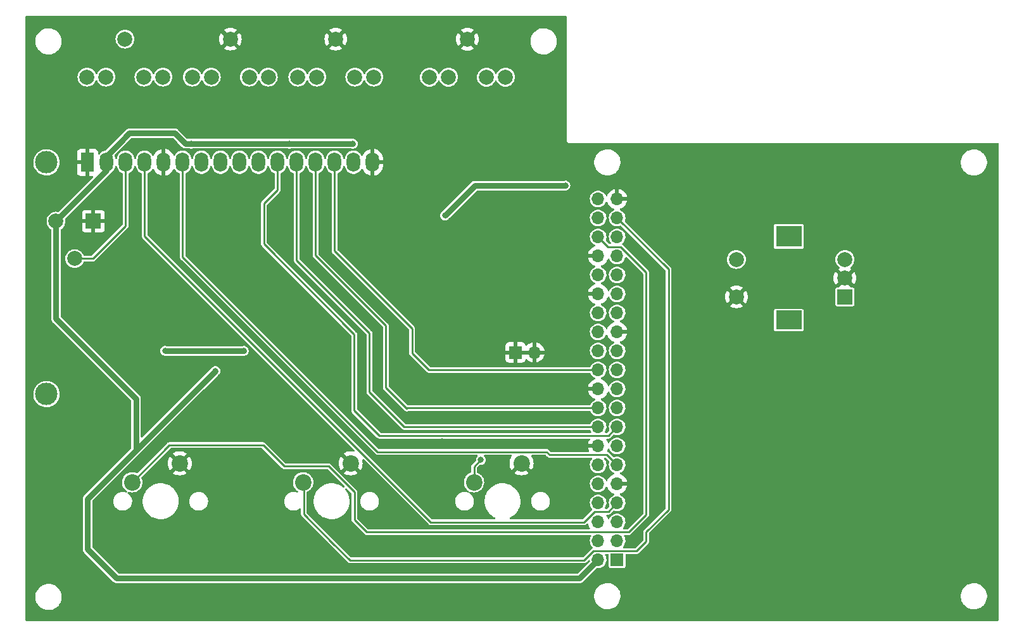
<source format=gtl>
G04 #@! TF.GenerationSoftware,KiCad,Pcbnew,6.0.11*
G04 #@! TF.CreationDate,2024-07-27T16:02:47-05:00*
G04 #@! TF.ProjectId,minidexed,6d696e69-6465-4786-9564-2e6b69636164,rev?*
G04 #@! TF.SameCoordinates,Original*
G04 #@! TF.FileFunction,Copper,L1,Top*
G04 #@! TF.FilePolarity,Positive*
%FSLAX46Y46*%
G04 Gerber Fmt 4.6, Leading zero omitted, Abs format (unit mm)*
G04 Created by KiCad (PCBNEW 6.0.11) date 2024-07-27 16:02:47*
%MOMM*%
%LPD*%
G01*
G04 APERTURE LIST*
G04 #@! TA.AperFunction,ComponentPad*
%ADD10C,2.200000*%
G04 #@! TD*
G04 #@! TA.AperFunction,ComponentPad*
%ADD11C,3.000000*%
G04 #@! TD*
G04 #@! TA.AperFunction,ComponentPad*
%ADD12R,1.800000X2.600000*%
G04 #@! TD*
G04 #@! TA.AperFunction,ComponentPad*
%ADD13O,1.800000X2.600000*%
G04 #@! TD*
G04 #@! TA.AperFunction,ComponentPad*
%ADD14R,2.000000X2.000000*%
G04 #@! TD*
G04 #@! TA.AperFunction,ComponentPad*
%ADD15C,2.000000*%
G04 #@! TD*
G04 #@! TA.AperFunction,ComponentPad*
%ADD16R,3.500000X2.500000*%
G04 #@! TD*
G04 #@! TA.AperFunction,ComponentPad*
%ADD17R,3.500000X2.800000*%
G04 #@! TD*
G04 #@! TA.AperFunction,ComponentPad*
%ADD18R,1.700000X1.700000*%
G04 #@! TD*
G04 #@! TA.AperFunction,ComponentPad*
%ADD19O,1.700000X1.700000*%
G04 #@! TD*
G04 #@! TA.AperFunction,ViaPad*
%ADD20C,0.800000*%
G04 #@! TD*
G04 #@! TA.AperFunction,Conductor*
%ADD21C,0.762000*%
G04 #@! TD*
G04 #@! TA.AperFunction,Conductor*
%ADD22C,0.254000*%
G04 #@! TD*
G04 APERTURE END LIST*
D10*
X115440000Y-119120000D03*
X109090000Y-121660000D03*
D11*
X97628900Y-109877200D03*
X97628900Y-78876500D03*
D12*
X103128000Y-78876500D03*
D13*
X105668000Y-78876500D03*
X108208000Y-78876500D03*
X110748000Y-78876500D03*
X113288000Y-78876500D03*
X115828000Y-78876500D03*
X118368000Y-78876500D03*
X120908000Y-78876500D03*
X123448000Y-78876500D03*
X125988000Y-78876500D03*
X128528000Y-78876500D03*
X131068000Y-78876500D03*
X133608000Y-78876500D03*
X136148000Y-78876500D03*
X138688000Y-78876500D03*
X141228000Y-78876500D03*
D14*
X204368400Y-96876500D03*
D15*
X204368400Y-91876500D03*
X204368400Y-94376500D03*
D16*
X196868400Y-99976500D03*
D17*
X196868400Y-88776500D03*
D15*
X189868400Y-91876500D03*
X189868400Y-96876500D03*
D10*
X138290000Y-119120000D03*
X131940000Y-121660000D03*
X161140000Y-119120000D03*
X154790000Y-121660000D03*
D18*
X173918400Y-132042400D03*
D19*
X171378400Y-132042400D03*
X173918400Y-129502400D03*
X171378400Y-129502400D03*
X173918400Y-126962400D03*
X171378400Y-126962400D03*
X173918400Y-124422400D03*
X171378400Y-124422400D03*
X173918400Y-121882400D03*
X171378400Y-121882400D03*
X173918400Y-119342400D03*
X171378400Y-119342400D03*
X173918400Y-116802400D03*
X171378400Y-116802400D03*
X173918400Y-114262400D03*
X171378400Y-114262400D03*
X173918400Y-111722400D03*
X171378400Y-111722400D03*
X173918400Y-109182400D03*
X171378400Y-109182400D03*
X173918400Y-106642400D03*
X171378400Y-106642400D03*
X173918400Y-104102400D03*
X171378400Y-104102400D03*
X173918400Y-101562400D03*
X171378400Y-101562400D03*
X173918400Y-99022400D03*
X171378400Y-99022400D03*
X173918400Y-96482400D03*
X171378400Y-96482400D03*
X173918400Y-93942400D03*
X171378400Y-93942400D03*
X173918400Y-91402400D03*
X171378400Y-91402400D03*
X173918400Y-88862400D03*
X171378400Y-88862400D03*
X173918400Y-86322400D03*
X171378400Y-86322400D03*
X173918400Y-83782400D03*
X171378400Y-83782400D03*
D15*
X122205000Y-62404000D03*
X117125000Y-67484000D03*
X119665000Y-67484000D03*
X124745000Y-67484000D03*
X127285000Y-67484000D03*
D14*
X103900000Y-86760000D03*
D15*
X101400000Y-91760000D03*
X98900000Y-86760000D03*
D18*
X160325000Y-104300000D03*
D19*
X162865000Y-104300000D03*
D15*
X136302000Y-62404000D03*
X131222000Y-67484000D03*
X133762000Y-67484000D03*
X138842000Y-67484000D03*
X141382000Y-67484000D03*
X108108000Y-62404000D03*
X103028000Y-67484000D03*
X105568000Y-67484000D03*
X110648000Y-67484000D03*
X113188000Y-67484000D03*
X153905000Y-62420000D03*
X148825000Y-67500000D03*
X151365000Y-67500000D03*
X156445000Y-67500000D03*
X158985000Y-67500000D03*
D20*
X130100000Y-76400000D03*
X138600000Y-76400000D03*
X117000000Y-76400000D03*
X120200000Y-106800000D03*
X121100000Y-93200000D03*
X175500000Y-118400000D03*
X124700000Y-81800000D03*
X162000000Y-83400000D03*
X163800000Y-76200000D03*
X139800000Y-105000000D03*
X162600000Y-92400000D03*
X166800000Y-124800000D03*
X148500000Y-123500000D03*
X150500000Y-116200000D03*
X129800000Y-81800000D03*
X150900000Y-86000000D03*
X167000000Y-82000000D03*
X113500000Y-104100000D03*
X124000000Y-104100000D03*
X155700000Y-118673500D03*
D21*
X168920800Y-134500000D02*
X107000000Y-134500000D01*
X103100000Y-123900000D02*
X109600000Y-117400000D01*
X103100000Y-130600000D02*
X103100000Y-125500000D01*
X116200000Y-76400000D02*
X114800000Y-75000000D01*
X114800000Y-75000000D02*
X108722500Y-75000000D01*
X98900000Y-99800000D02*
X98900000Y-86760000D01*
X118200000Y-108800000D02*
X120200000Y-106800000D01*
X109600000Y-117400000D02*
X109600000Y-110500000D01*
X108722500Y-75000000D02*
X107322500Y-76400000D01*
X117000000Y-76400000D02*
X116200000Y-76400000D01*
X109600000Y-110500000D02*
X98900000Y-99800000D01*
X105668000Y-78054500D02*
X107322500Y-76400000D01*
X107000000Y-134500000D02*
X103100000Y-130600000D01*
X103100000Y-125500000D02*
X103100000Y-123900000D01*
X117000000Y-76400000D02*
X130100000Y-76400000D01*
X98900000Y-86760000D02*
X105668000Y-79992000D01*
X130100000Y-76400000D02*
X138600000Y-76400000D01*
X171378400Y-132042400D02*
X168920800Y-134500000D01*
X105668000Y-79992000D02*
X105668000Y-78876500D01*
X109600000Y-117400000D02*
X118200000Y-108800000D01*
X154900000Y-82000000D02*
X150900000Y-86000000D01*
X167000000Y-82000000D02*
X154900000Y-82000000D01*
X124000000Y-104100000D02*
X113500000Y-104100000D01*
D22*
X101400000Y-91760000D02*
X103840000Y-91760000D01*
X108208000Y-87392000D02*
X108208000Y-78876500D01*
X103840000Y-91760000D02*
X108208000Y-87392000D01*
X170890870Y-125599400D02*
X172741400Y-125599400D01*
X110748000Y-78876500D02*
X110748000Y-88748000D01*
X169490270Y-127000000D02*
X170890870Y-125599400D01*
X110748000Y-88748000D02*
X149000000Y-127000000D01*
X149000000Y-127000000D02*
X169490270Y-127000000D01*
X172741400Y-125599400D02*
X173918400Y-124422400D01*
X164500000Y-117600000D02*
X164879400Y-117979400D01*
X141900000Y-117600000D02*
X164500000Y-117600000D01*
X172555400Y-117979400D02*
X173918400Y-119342400D01*
X164879400Y-117979400D02*
X172555400Y-117979400D01*
X115828000Y-91528000D02*
X141900000Y-117600000D01*
X115828000Y-78876500D02*
X115828000Y-91528000D01*
X128528000Y-78876500D02*
X128528000Y-82572000D01*
X126700000Y-89800000D02*
X138773000Y-101873000D01*
X128528000Y-82572000D02*
X126700000Y-84400000D01*
X138773000Y-101873000D02*
X138773000Y-112073000D01*
X126700000Y-84400000D02*
X126700000Y-89800000D01*
X142139400Y-115439400D02*
X172741400Y-115439400D01*
X138773000Y-112073000D02*
X142139400Y-115439400D01*
X172741400Y-115439400D02*
X173918400Y-114262400D01*
X131068000Y-78876500D02*
X131068000Y-91968000D01*
X145462400Y-114262400D02*
X171378400Y-114262400D01*
X131068000Y-91968000D02*
X140800000Y-101700000D01*
X140800000Y-101700000D02*
X140800000Y-109600000D01*
X140800000Y-109600000D02*
X145462400Y-114262400D01*
X145877600Y-111722400D02*
X171378400Y-111722400D01*
X143000000Y-100700000D02*
X143000000Y-109000000D01*
X133608000Y-78876500D02*
X133608000Y-91308000D01*
X143000000Y-109000000D02*
X145800000Y-111800000D01*
X145800000Y-111800000D02*
X145877600Y-111722400D01*
X133608000Y-91308000D02*
X143000000Y-100700000D01*
X136148000Y-78876500D02*
X136148000Y-90748000D01*
X136148000Y-90748000D02*
X146500000Y-101100000D01*
X146500000Y-101100000D02*
X146500000Y-104400000D01*
X146500000Y-104400000D02*
X148742400Y-106642400D01*
X148742400Y-106642400D02*
X171378400Y-106642400D01*
X154790000Y-119583500D02*
X155700000Y-118673500D01*
X154790000Y-121660000D02*
X154790000Y-119583500D01*
X129400000Y-119500000D02*
X135323372Y-119500000D01*
X114050000Y-116700000D02*
X126600000Y-116700000D01*
X174380530Y-90200000D02*
X172716000Y-90200000D01*
X126600000Y-116700000D02*
X129400000Y-119500000D01*
X138800000Y-126700000D02*
X140425400Y-128325400D01*
X135323372Y-119500000D02*
X138800000Y-122976628D01*
X172716000Y-90200000D02*
X171378400Y-88862400D01*
X138800000Y-122976628D02*
X138800000Y-126700000D01*
X109090000Y-121660000D02*
X114050000Y-116700000D01*
X175502734Y-128325400D02*
X177800000Y-126028134D01*
X177800000Y-126028134D02*
X177800000Y-93619470D01*
X177800000Y-93619470D02*
X174380530Y-90200000D01*
X140425400Y-128325400D02*
X175502734Y-128325400D01*
X180800000Y-125300000D02*
X180800000Y-93204000D01*
X177800000Y-128300000D02*
X180800000Y-125300000D01*
X131940000Y-121660000D02*
X132047001Y-121767001D01*
X176534600Y-130865400D02*
X177800000Y-129600000D01*
X138200000Y-132100000D02*
X169500000Y-132100000D01*
X180800000Y-93204000D02*
X173918400Y-86322400D01*
X132047001Y-125947001D02*
X135900000Y-129800000D01*
X169500000Y-132100000D02*
X170734600Y-130865400D01*
X132047001Y-121767001D02*
X132047001Y-125947001D01*
X170734600Y-130865400D02*
X176534600Y-130865400D01*
X135900000Y-129800000D02*
X138200000Y-132100000D01*
X177800000Y-129600000D02*
X177800000Y-128300000D01*
G04 #@! TA.AperFunction,Conductor*
G36*
X167141621Y-59320502D02*
G01*
X167188114Y-59374158D01*
X167199500Y-59426500D01*
X167199500Y-75947626D01*
X167198935Y-75959183D01*
X167195754Y-75970168D01*
X167196758Y-75981759D01*
X167199030Y-76007994D01*
X167199500Y-76018866D01*
X167199500Y-76027948D01*
X167200562Y-76033649D01*
X167200562Y-76033651D01*
X167200724Y-76034521D01*
X167202384Y-76046720D01*
X167205413Y-76081696D01*
X167210520Y-76092145D01*
X167211432Y-76095433D01*
X167212661Y-76098617D01*
X167214791Y-76110053D01*
X167232942Y-76139499D01*
X167233221Y-76139952D01*
X167239160Y-76150734D01*
X167254575Y-76182269D01*
X167263101Y-76190178D01*
X167265134Y-76192916D01*
X167267428Y-76195446D01*
X167273532Y-76205348D01*
X167282788Y-76212387D01*
X167282793Y-76212392D01*
X167301487Y-76226607D01*
X167310908Y-76234526D01*
X167319756Y-76242733D01*
X167336646Y-76258401D01*
X167347447Y-76262710D01*
X167350324Y-76264529D01*
X167353381Y-76266066D01*
X167362641Y-76273108D01*
X167396367Y-76282874D01*
X167408008Y-76286871D01*
X167440622Y-76299883D01*
X167446915Y-76300500D01*
X167449997Y-76300500D01*
X167453067Y-76300650D01*
X167453061Y-76300766D01*
X167459183Y-76301065D01*
X167470168Y-76304246D01*
X167507994Y-76300970D01*
X167518866Y-76300500D01*
X224823500Y-76300500D01*
X224891621Y-76320502D01*
X224938114Y-76374158D01*
X224949500Y-76426500D01*
X224949500Y-140073500D01*
X224929498Y-140141621D01*
X224875842Y-140188114D01*
X224823500Y-140199500D01*
X94926500Y-140199500D01*
X94858379Y-140179498D01*
X94811886Y-140125842D01*
X94800500Y-140073500D01*
X94800500Y-137107165D01*
X96147866Y-137107165D01*
X96182952Y-137364970D01*
X96255758Y-137614757D01*
X96364686Y-137851039D01*
X96367246Y-137854944D01*
X96367249Y-137854949D01*
X96504775Y-138064712D01*
X96504779Y-138064717D01*
X96507341Y-138068625D01*
X96680591Y-138262735D01*
X96880629Y-138429105D01*
X97103061Y-138564080D01*
X97107375Y-138565889D01*
X97107377Y-138565890D01*
X97338686Y-138662886D01*
X97338691Y-138662888D01*
X97343001Y-138664695D01*
X97347533Y-138665846D01*
X97347536Y-138665847D01*
X97472815Y-138697663D01*
X97595177Y-138728739D01*
X97811286Y-138750500D01*
X97966044Y-138750500D01*
X97968369Y-138750327D01*
X97968375Y-138750327D01*
X98154814Y-138736472D01*
X98154818Y-138736471D01*
X98159466Y-138736126D01*
X98413232Y-138678705D01*
X98417586Y-138677012D01*
X98651370Y-138586098D01*
X98651372Y-138586097D01*
X98655723Y-138584405D01*
X98677190Y-138572136D01*
X98843984Y-138476805D01*
X98881612Y-138455299D01*
X99085936Y-138294223D01*
X99264208Y-138104714D01*
X99412511Y-137890937D01*
X99430258Y-137854949D01*
X99525521Y-137661775D01*
X99525522Y-137661772D01*
X99527586Y-137657587D01*
X99606906Y-137409792D01*
X99648728Y-137152994D01*
X99650737Y-136999565D01*
X170866266Y-136999565D01*
X170901352Y-137257370D01*
X170974158Y-137507157D01*
X171083086Y-137743439D01*
X171085646Y-137747344D01*
X171085649Y-137747349D01*
X171223175Y-137957112D01*
X171223179Y-137957117D01*
X171225741Y-137961025D01*
X171312366Y-138058080D01*
X171324895Y-138072117D01*
X171398991Y-138155135D01*
X171599029Y-138321505D01*
X171821461Y-138456480D01*
X171825775Y-138458289D01*
X171825777Y-138458290D01*
X172057086Y-138555286D01*
X172057091Y-138555288D01*
X172061401Y-138557095D01*
X172065933Y-138558246D01*
X172065936Y-138558247D01*
X172191215Y-138590063D01*
X172313577Y-138621139D01*
X172529686Y-138642900D01*
X172684444Y-138642900D01*
X172686769Y-138642727D01*
X172686775Y-138642727D01*
X172873214Y-138628872D01*
X172873218Y-138628871D01*
X172877866Y-138628526D01*
X173131632Y-138571105D01*
X173135986Y-138569412D01*
X173369770Y-138478498D01*
X173369772Y-138478497D01*
X173374123Y-138476805D01*
X173407694Y-138457618D01*
X173462812Y-138426115D01*
X173600012Y-138347699D01*
X173804336Y-138186623D01*
X173982608Y-137997114D01*
X174130911Y-137783337D01*
X174148658Y-137747349D01*
X174243921Y-137554175D01*
X174243922Y-137554172D01*
X174245986Y-137549987D01*
X174325306Y-137302192D01*
X174367128Y-137045394D01*
X174367728Y-136999565D01*
X219866266Y-136999565D01*
X219901352Y-137257370D01*
X219974158Y-137507157D01*
X220083086Y-137743439D01*
X220085646Y-137747344D01*
X220085649Y-137747349D01*
X220223175Y-137957112D01*
X220223179Y-137957117D01*
X220225741Y-137961025D01*
X220312366Y-138058080D01*
X220324895Y-138072117D01*
X220398991Y-138155135D01*
X220599029Y-138321505D01*
X220821461Y-138456480D01*
X220825775Y-138458289D01*
X220825777Y-138458290D01*
X221057086Y-138555286D01*
X221057091Y-138555288D01*
X221061401Y-138557095D01*
X221065933Y-138558246D01*
X221065936Y-138558247D01*
X221191215Y-138590063D01*
X221313577Y-138621139D01*
X221529686Y-138642900D01*
X221684444Y-138642900D01*
X221686769Y-138642727D01*
X221686775Y-138642727D01*
X221873214Y-138628872D01*
X221873218Y-138628871D01*
X221877866Y-138628526D01*
X222131632Y-138571105D01*
X222135986Y-138569412D01*
X222369770Y-138478498D01*
X222369772Y-138478497D01*
X222374123Y-138476805D01*
X222407694Y-138457618D01*
X222462812Y-138426115D01*
X222600012Y-138347699D01*
X222804336Y-138186623D01*
X222982608Y-137997114D01*
X223130911Y-137783337D01*
X223148658Y-137747349D01*
X223243921Y-137554175D01*
X223243922Y-137554172D01*
X223245986Y-137549987D01*
X223325306Y-137302192D01*
X223367128Y-137045394D01*
X223370534Y-136785235D01*
X223335448Y-136527430D01*
X223262642Y-136277643D01*
X223153714Y-136041361D01*
X223084170Y-135935288D01*
X223013625Y-135827688D01*
X223013621Y-135827683D01*
X223011059Y-135823775D01*
X222837809Y-135629665D01*
X222637771Y-135463295D01*
X222415339Y-135328320D01*
X222402624Y-135322988D01*
X222179714Y-135229514D01*
X222179709Y-135229512D01*
X222175399Y-135227705D01*
X222170867Y-135226554D01*
X222170864Y-135226553D01*
X222045585Y-135194737D01*
X221923223Y-135163661D01*
X221707114Y-135141900D01*
X221552356Y-135141900D01*
X221550031Y-135142073D01*
X221550025Y-135142073D01*
X221363586Y-135155928D01*
X221363582Y-135155929D01*
X221358934Y-135156274D01*
X221105168Y-135213695D01*
X221100816Y-135215387D01*
X221100814Y-135215388D01*
X220867030Y-135306302D01*
X220867028Y-135306303D01*
X220862677Y-135307995D01*
X220858623Y-135310312D01*
X220858621Y-135310313D01*
X220822867Y-135330748D01*
X220636788Y-135437101D01*
X220432464Y-135598177D01*
X220254192Y-135787686D01*
X220105889Y-136001463D01*
X220103823Y-136005653D01*
X220103821Y-136005656D01*
X220035080Y-136145051D01*
X219990814Y-136234813D01*
X219911494Y-136482608D01*
X219869672Y-136739406D01*
X219866266Y-136999565D01*
X174367728Y-136999565D01*
X174370534Y-136785235D01*
X174335448Y-136527430D01*
X174262642Y-136277643D01*
X174153714Y-136041361D01*
X174084170Y-135935288D01*
X174013625Y-135827688D01*
X174013621Y-135827683D01*
X174011059Y-135823775D01*
X173837809Y-135629665D01*
X173637771Y-135463295D01*
X173415339Y-135328320D01*
X173402624Y-135322988D01*
X173179714Y-135229514D01*
X173179709Y-135229512D01*
X173175399Y-135227705D01*
X173170867Y-135226554D01*
X173170864Y-135226553D01*
X173045585Y-135194737D01*
X172923223Y-135163661D01*
X172707114Y-135141900D01*
X172552356Y-135141900D01*
X172550031Y-135142073D01*
X172550025Y-135142073D01*
X172363586Y-135155928D01*
X172363582Y-135155929D01*
X172358934Y-135156274D01*
X172105168Y-135213695D01*
X172100816Y-135215387D01*
X172100814Y-135215388D01*
X171867030Y-135306302D01*
X171867028Y-135306303D01*
X171862677Y-135307995D01*
X171858623Y-135310312D01*
X171858621Y-135310313D01*
X171822867Y-135330748D01*
X171636788Y-135437101D01*
X171432464Y-135598177D01*
X171254192Y-135787686D01*
X171105889Y-136001463D01*
X171103823Y-136005653D01*
X171103821Y-136005656D01*
X171035080Y-136145051D01*
X170990814Y-136234813D01*
X170911494Y-136482608D01*
X170869672Y-136739406D01*
X170866266Y-136999565D01*
X99650737Y-136999565D01*
X99652134Y-136892835D01*
X99617048Y-136635030D01*
X99544242Y-136385243D01*
X99435314Y-136148961D01*
X99406637Y-136105221D01*
X99295225Y-135935288D01*
X99295221Y-135935283D01*
X99292659Y-135931375D01*
X99196622Y-135823775D01*
X99122526Y-135740757D01*
X99122524Y-135740755D01*
X99119409Y-135737265D01*
X98919371Y-135570895D01*
X98696939Y-135435920D01*
X98692623Y-135434110D01*
X98461314Y-135337114D01*
X98461309Y-135337112D01*
X98456999Y-135335305D01*
X98452467Y-135334154D01*
X98452464Y-135334153D01*
X98327185Y-135302337D01*
X98204823Y-135271261D01*
X97988714Y-135249500D01*
X97833956Y-135249500D01*
X97831631Y-135249673D01*
X97831625Y-135249673D01*
X97645186Y-135263528D01*
X97645182Y-135263529D01*
X97640534Y-135263874D01*
X97386768Y-135321295D01*
X97382416Y-135322987D01*
X97382414Y-135322988D01*
X97148630Y-135413902D01*
X97148628Y-135413903D01*
X97144277Y-135415595D01*
X97140223Y-135417912D01*
X97140221Y-135417913D01*
X97106649Y-135437101D01*
X96918388Y-135544701D01*
X96714064Y-135705777D01*
X96535792Y-135895286D01*
X96387489Y-136109063D01*
X96385423Y-136113253D01*
X96385421Y-136113256D01*
X96306453Y-136273389D01*
X96272414Y-136342413D01*
X96193094Y-136590208D01*
X96151272Y-136847006D01*
X96147866Y-137107165D01*
X94800500Y-137107165D01*
X94800500Y-109831144D01*
X95870083Y-109831144D01*
X95870307Y-109835811D01*
X95870307Y-109835816D01*
X95873524Y-109902789D01*
X95882594Y-110091619D01*
X95933469Y-110347385D01*
X96021590Y-110592821D01*
X96023806Y-110596945D01*
X96082057Y-110705355D01*
X96145020Y-110822536D01*
X96147815Y-110826279D01*
X96147817Y-110826282D01*
X96298257Y-111027745D01*
X96298262Y-111027751D01*
X96301049Y-111031483D01*
X96304358Y-111034763D01*
X96304363Y-111034769D01*
X96418596Y-111148009D01*
X96486248Y-111215073D01*
X96490010Y-111217831D01*
X96490013Y-111217834D01*
X96654167Y-111338197D01*
X96696549Y-111369273D01*
X96700680Y-111371447D01*
X96700681Y-111371447D01*
X96923198Y-111488519D01*
X96923204Y-111488521D01*
X96927333Y-111490694D01*
X97173529Y-111576669D01*
X97178122Y-111577541D01*
X97425139Y-111624439D01*
X97425142Y-111624439D01*
X97429728Y-111625310D01*
X97553625Y-111630178D01*
X97685635Y-111635365D01*
X97685640Y-111635365D01*
X97690303Y-111635548D01*
X97783785Y-111625310D01*
X97944876Y-111607668D01*
X97944881Y-111607667D01*
X97949529Y-111607158D01*
X98201711Y-111540764D01*
X98328571Y-111486261D01*
X98437007Y-111439674D01*
X98437010Y-111439672D01*
X98441310Y-111437825D01*
X98445290Y-111435362D01*
X98445294Y-111435360D01*
X98659088Y-111303060D01*
X98659092Y-111303057D01*
X98663061Y-111300601D01*
X98862094Y-111132107D01*
X99034035Y-110936045D01*
X99175108Y-110716723D01*
X99282214Y-110478957D01*
X99352999Y-110227972D01*
X99368338Y-110107402D01*
X99385511Y-109972412D01*
X99385511Y-109972406D01*
X99385909Y-109969281D01*
X99386092Y-109962313D01*
X99387650Y-109902789D01*
X99388320Y-109877200D01*
X99384552Y-109826490D01*
X99369340Y-109621793D01*
X99369339Y-109621789D01*
X99368994Y-109617141D01*
X99311442Y-109362795D01*
X99263276Y-109238935D01*
X99218622Y-109124109D01*
X99216927Y-109119750D01*
X99204249Y-109097567D01*
X99160665Y-109021312D01*
X99087525Y-108893345D01*
X98926080Y-108688553D01*
X98736139Y-108509874D01*
X98521873Y-108361232D01*
X98517683Y-108359166D01*
X98517680Y-108359164D01*
X98292178Y-108247959D01*
X98292175Y-108247958D01*
X98287990Y-108245894D01*
X98039628Y-108166393D01*
X98035021Y-108165643D01*
X98035018Y-108165642D01*
X97786855Y-108125226D01*
X97786856Y-108125226D01*
X97782244Y-108124475D01*
X97655775Y-108122820D01*
X97526167Y-108121123D01*
X97526164Y-108121123D01*
X97521490Y-108121062D01*
X97263096Y-108156228D01*
X97258610Y-108157536D01*
X97258608Y-108157536D01*
X97228221Y-108166393D01*
X97012738Y-108229200D01*
X96775916Y-108338377D01*
X96772011Y-108340937D01*
X96772006Y-108340940D01*
X96561746Y-108478792D01*
X96561741Y-108478796D01*
X96557833Y-108481358D01*
X96363279Y-108655004D01*
X96196529Y-108855500D01*
X96061245Y-109078440D01*
X96059438Y-109082748D01*
X96059438Y-109082749D01*
X95977858Y-109277296D01*
X95960400Y-109318928D01*
X95959249Y-109323460D01*
X95959248Y-109323463D01*
X95942404Y-109389787D01*
X95896210Y-109571680D01*
X95870083Y-109831144D01*
X94800500Y-109831144D01*
X94800500Y-86760000D01*
X97640708Y-86760000D01*
X97659839Y-86978674D01*
X97716653Y-87190703D01*
X97760104Y-87283884D01*
X97807095Y-87384659D01*
X97807098Y-87384664D01*
X97809421Y-87389646D01*
X97812577Y-87394153D01*
X97812578Y-87394155D01*
X97923229Y-87552180D01*
X97935326Y-87569457D01*
X98090543Y-87724674D01*
X98095051Y-87727831D01*
X98095054Y-87727833D01*
X98210771Y-87808859D01*
X98255099Y-87864316D01*
X98264500Y-87912072D01*
X98264500Y-99720980D01*
X98263970Y-99732214D01*
X98262292Y-99739719D01*
X98262541Y-99747638D01*
X98264438Y-99808012D01*
X98264500Y-99811969D01*
X98264500Y-99839983D01*
X98264996Y-99843908D01*
X98264996Y-99843909D01*
X98265008Y-99844004D01*
X98265941Y-99855849D01*
X98267335Y-99900205D01*
X98269547Y-99907817D01*
X98273013Y-99919748D01*
X98277023Y-99939112D01*
X98279573Y-99959299D01*
X98282489Y-99966663D01*
X98282490Y-99966668D01*
X98295907Y-100000556D01*
X98299752Y-100011785D01*
X98312131Y-100054393D01*
X98316169Y-100061220D01*
X98316170Y-100061223D01*
X98322488Y-100071906D01*
X98331188Y-100089664D01*
X98335761Y-100101215D01*
X98335765Y-100101221D01*
X98338681Y-100108588D01*
X98343339Y-100114999D01*
X98343340Y-100115001D01*
X98364764Y-100144488D01*
X98371281Y-100154410D01*
X98389826Y-100185768D01*
X98389829Y-100185772D01*
X98393866Y-100192598D01*
X98408250Y-100206982D01*
X98421091Y-100222016D01*
X98433058Y-100238487D01*
X98439166Y-100243540D01*
X98467255Y-100266777D01*
X98476035Y-100274767D01*
X108927595Y-110726328D01*
X108961621Y-110788640D01*
X108964500Y-110815423D01*
X108964500Y-117084577D01*
X108944498Y-117152698D01*
X108927595Y-117173672D01*
X102706517Y-123394750D01*
X102698191Y-123402326D01*
X102691697Y-123406447D01*
X102686274Y-123412222D01*
X102644915Y-123456265D01*
X102642160Y-123459107D01*
X102622361Y-123478906D01*
X102619937Y-123482031D01*
X102619929Y-123482040D01*
X102619863Y-123482126D01*
X102612155Y-123491151D01*
X102581783Y-123523494D01*
X102577965Y-123530438D01*
X102577964Y-123530440D01*
X102571978Y-123541329D01*
X102561127Y-123557847D01*
X102548650Y-123573933D01*
X102531024Y-123614666D01*
X102525807Y-123625314D01*
X102504431Y-123664197D01*
X102502460Y-123671872D01*
X102502458Y-123671878D01*
X102499369Y-123683911D01*
X102492966Y-123702613D01*
X102484883Y-123721292D01*
X102483644Y-123729117D01*
X102477940Y-123765127D01*
X102475535Y-123776740D01*
X102464500Y-123819718D01*
X102464500Y-123840065D01*
X102462949Y-123859776D01*
X102459765Y-123879879D01*
X102460511Y-123887771D01*
X102463941Y-123924056D01*
X102464500Y-123935914D01*
X102464500Y-130520980D01*
X102463970Y-130532214D01*
X102462292Y-130539719D01*
X102463163Y-130567433D01*
X102464438Y-130608012D01*
X102464500Y-130611969D01*
X102464500Y-130639983D01*
X102464996Y-130643908D01*
X102464996Y-130643909D01*
X102465008Y-130644004D01*
X102465941Y-130655849D01*
X102467335Y-130700205D01*
X102469547Y-130707817D01*
X102473013Y-130719748D01*
X102477023Y-130739112D01*
X102479573Y-130759299D01*
X102482489Y-130766663D01*
X102482490Y-130766668D01*
X102495907Y-130800556D01*
X102499752Y-130811785D01*
X102512131Y-130854393D01*
X102516169Y-130861220D01*
X102516170Y-130861223D01*
X102522488Y-130871906D01*
X102531188Y-130889664D01*
X102535761Y-130901215D01*
X102535765Y-130901221D01*
X102538681Y-130908588D01*
X102543339Y-130914999D01*
X102543340Y-130915001D01*
X102564764Y-130944488D01*
X102571281Y-130954410D01*
X102589826Y-130985768D01*
X102589829Y-130985772D01*
X102593866Y-130992598D01*
X102608250Y-131006982D01*
X102621091Y-131022016D01*
X102633058Y-131038487D01*
X102639166Y-131043540D01*
X102667255Y-131066777D01*
X102676035Y-131074767D01*
X106494750Y-134893483D01*
X106502326Y-134901809D01*
X106506447Y-134908303D01*
X106512222Y-134913726D01*
X106556265Y-134955085D01*
X106559107Y-134957840D01*
X106578906Y-134977639D01*
X106582031Y-134980063D01*
X106582040Y-134980071D01*
X106582126Y-134980137D01*
X106591151Y-134987845D01*
X106623494Y-135018217D01*
X106630438Y-135022035D01*
X106630440Y-135022036D01*
X106641329Y-135028022D01*
X106657847Y-135038873D01*
X106673933Y-135051350D01*
X106714666Y-135068976D01*
X106725314Y-135074193D01*
X106736942Y-135080585D01*
X106764197Y-135095569D01*
X106771872Y-135097540D01*
X106771878Y-135097542D01*
X106783911Y-135100631D01*
X106802613Y-135107034D01*
X106821292Y-135115117D01*
X106854818Y-135120427D01*
X106865127Y-135122060D01*
X106876740Y-135124465D01*
X106919718Y-135135500D01*
X106940065Y-135135500D01*
X106959777Y-135137051D01*
X106979879Y-135140235D01*
X106987771Y-135139489D01*
X107024056Y-135136059D01*
X107035914Y-135135500D01*
X168841780Y-135135500D01*
X168853014Y-135136030D01*
X168860519Y-135137708D01*
X168928812Y-135135562D01*
X168932769Y-135135500D01*
X168960783Y-135135500D01*
X168964708Y-135135004D01*
X168964709Y-135135004D01*
X168964804Y-135134992D01*
X168976649Y-135134059D01*
X169006470Y-135133122D01*
X169013082Y-135132914D01*
X169013083Y-135132914D01*
X169021005Y-135132665D01*
X169040549Y-135126987D01*
X169059912Y-135122977D01*
X169072240Y-135121420D01*
X169072242Y-135121420D01*
X169080099Y-135120427D01*
X169087463Y-135117511D01*
X169087468Y-135117510D01*
X169121356Y-135104093D01*
X169132585Y-135100248D01*
X169149265Y-135095402D01*
X169175193Y-135087869D01*
X169182020Y-135083831D01*
X169182023Y-135083830D01*
X169192706Y-135077512D01*
X169210464Y-135068812D01*
X169222015Y-135064239D01*
X169222021Y-135064235D01*
X169229388Y-135061319D01*
X169238777Y-135054498D01*
X169265288Y-135035236D01*
X169275210Y-135028719D01*
X169306568Y-135010174D01*
X169306572Y-135010171D01*
X169313398Y-135006134D01*
X169327782Y-134991750D01*
X169342816Y-134978909D01*
X169352873Y-134971602D01*
X169359287Y-134966942D01*
X169387578Y-134932744D01*
X169395567Y-134923965D01*
X171140544Y-133178988D01*
X171202856Y-133144962D01*
X171234585Y-133142180D01*
X171436453Y-133150112D01*
X171543748Y-133134555D01*
X171631631Y-133121813D01*
X171631636Y-133121812D01*
X171637345Y-133120984D01*
X171642809Y-133119129D01*
X171642814Y-133119128D01*
X171824093Y-133057592D01*
X171824098Y-133057590D01*
X171829565Y-133055734D01*
X172006676Y-132956547D01*
X172046369Y-132923535D01*
X172158313Y-132830431D01*
X172162745Y-132826745D01*
X172292547Y-132670676D01*
X172391734Y-132493565D01*
X172393590Y-132488098D01*
X172393592Y-132488093D01*
X172455128Y-132306814D01*
X172455129Y-132306809D01*
X172456984Y-132301345D01*
X172457812Y-132295636D01*
X172457813Y-132295631D01*
X172485579Y-132104127D01*
X172486112Y-132100453D01*
X172487632Y-132042400D01*
X172469058Y-131840259D01*
X172413957Y-131644887D01*
X172324176Y-131462828D01*
X172320723Y-131458204D01*
X172320720Y-131458199D01*
X172313320Y-131448290D01*
X172288588Y-131381740D01*
X172303761Y-131312384D01*
X172354022Y-131262241D01*
X172414277Y-131246900D01*
X172687900Y-131246900D01*
X172756021Y-131266902D01*
X172802514Y-131320558D01*
X172813900Y-131372900D01*
X172813901Y-132156283D01*
X172813901Y-132917466D01*
X172828666Y-132991701D01*
X172835561Y-133002020D01*
X172835562Y-133002022D01*
X172875916Y-133062415D01*
X172884916Y-133075884D01*
X172969099Y-133132134D01*
X173043333Y-133146900D01*
X173918258Y-133146900D01*
X174793466Y-133146899D01*
X174829218Y-133139788D01*
X174855526Y-133134556D01*
X174855528Y-133134555D01*
X174867701Y-133132134D01*
X174878021Y-133125239D01*
X174878022Y-133125238D01*
X174941568Y-133082777D01*
X174951884Y-133075884D01*
X175008134Y-132991701D01*
X175022900Y-132917467D01*
X175022899Y-131372900D01*
X175042901Y-131304779D01*
X175096557Y-131258286D01*
X175148899Y-131246900D01*
X176480465Y-131246900D01*
X176504764Y-131249486D01*
X176506202Y-131249554D01*
X176516380Y-131251745D01*
X176549941Y-131247773D01*
X176555920Y-131247421D01*
X176555912Y-131247328D01*
X176561090Y-131246900D01*
X176566292Y-131246900D01*
X176585446Y-131243712D01*
X176591304Y-131242878D01*
X176607918Y-131240912D01*
X176632167Y-131238042D01*
X176632168Y-131238042D01*
X176642507Y-131236818D01*
X176650806Y-131232833D01*
X176659883Y-131231322D01*
X176705251Y-131206842D01*
X176710514Y-131204161D01*
X176749850Y-131185273D01*
X176749854Y-131185270D01*
X176756998Y-131181840D01*
X176761292Y-131178230D01*
X176763224Y-131176298D01*
X176765173Y-131174511D01*
X176765226Y-131174482D01*
X176765345Y-131174612D01*
X176765913Y-131174111D01*
X176771657Y-131171012D01*
X176808468Y-131131190D01*
X176811897Y-131127625D01*
X178031476Y-129908046D01*
X178050499Y-129892682D01*
X178051558Y-129891718D01*
X178060304Y-129886071D01*
X178066752Y-129877892D01*
X178066754Y-129877890D01*
X178081234Y-129859523D01*
X178085207Y-129855052D01*
X178085136Y-129854991D01*
X178088495Y-129851027D01*
X178092171Y-129847351D01*
X178095191Y-129843124D01*
X178095195Y-129843120D01*
X178103450Y-129831567D01*
X178107018Y-129826814D01*
X178132487Y-129794508D01*
X178132487Y-129794507D01*
X178138934Y-129786330D01*
X178141985Y-129777643D01*
X178147334Y-129770157D01*
X178162099Y-129720786D01*
X178163933Y-129715141D01*
X178177706Y-129675922D01*
X178181016Y-129666498D01*
X178181500Y-129660909D01*
X178181500Y-129658198D01*
X178181615Y-129655531D01*
X178181634Y-129655468D01*
X178181808Y-129655475D01*
X178181855Y-129654729D01*
X178183725Y-129648476D01*
X178181597Y-129594312D01*
X178181500Y-129589366D01*
X178181500Y-128510212D01*
X178201502Y-128442091D01*
X178218405Y-128421117D01*
X181031476Y-125608046D01*
X181050499Y-125592682D01*
X181051558Y-125591718D01*
X181060304Y-125586071D01*
X181066752Y-125577892D01*
X181066754Y-125577890D01*
X181081234Y-125559523D01*
X181085209Y-125555050D01*
X181085137Y-125554989D01*
X181088490Y-125551032D01*
X181092171Y-125547351D01*
X181103455Y-125531560D01*
X181107019Y-125526814D01*
X181132487Y-125494508D01*
X181138934Y-125486330D01*
X181141984Y-125477645D01*
X181147335Y-125470157D01*
X181162110Y-125420750D01*
X181163926Y-125415163D01*
X181181016Y-125366498D01*
X181181500Y-125360909D01*
X181181500Y-125358198D01*
X181181615Y-125355529D01*
X181181634Y-125355468D01*
X181181808Y-125355475D01*
X181181855Y-125354728D01*
X181183725Y-125348475D01*
X181181597Y-125294311D01*
X181181500Y-125289365D01*
X181181500Y-98701433D01*
X194863900Y-98701433D01*
X194863901Y-101251566D01*
X194878666Y-101325801D01*
X194934916Y-101409984D01*
X195019099Y-101466234D01*
X195093333Y-101481000D01*
X196868113Y-101481000D01*
X198643466Y-101480999D01*
X198685594Y-101472620D01*
X198705526Y-101468656D01*
X198705528Y-101468655D01*
X198717701Y-101466234D01*
X198728021Y-101459339D01*
X198728022Y-101459338D01*
X198791568Y-101416877D01*
X198801884Y-101409984D01*
X198858134Y-101325801D01*
X198872900Y-101251567D01*
X198872899Y-98701434D01*
X198858134Y-98627199D01*
X198835149Y-98592799D01*
X198808777Y-98553332D01*
X198801884Y-98543016D01*
X198717701Y-98486766D01*
X198643467Y-98472000D01*
X196868687Y-98472000D01*
X195093334Y-98472001D01*
X195057582Y-98479112D01*
X195031274Y-98484344D01*
X195031272Y-98484345D01*
X195019099Y-98486766D01*
X195008779Y-98493661D01*
X195008778Y-98493662D01*
X194948385Y-98534016D01*
X194934916Y-98543016D01*
X194878666Y-98627199D01*
X194863900Y-98701433D01*
X181181500Y-98701433D01*
X181181500Y-98109170D01*
X189000560Y-98109170D01*
X189006287Y-98116820D01*
X189177442Y-98221705D01*
X189186237Y-98226187D01*
X189396388Y-98313234D01*
X189405773Y-98316283D01*
X189626954Y-98369385D01*
X189636701Y-98370928D01*
X189863470Y-98388775D01*
X189873330Y-98388775D01*
X190100099Y-98370928D01*
X190109846Y-98369385D01*
X190331027Y-98316283D01*
X190340412Y-98313234D01*
X190550563Y-98226187D01*
X190559358Y-98221705D01*
X190726845Y-98119068D01*
X190736307Y-98108610D01*
X190732524Y-98099834D01*
X189881212Y-97248522D01*
X189867268Y-97240908D01*
X189865435Y-97241039D01*
X189858820Y-97245290D01*
X189007320Y-98096790D01*
X189000560Y-98109170D01*
X181181500Y-98109170D01*
X181181500Y-96881430D01*
X188356125Y-96881430D01*
X188373972Y-97108199D01*
X188375515Y-97117946D01*
X188428617Y-97339127D01*
X188431666Y-97348512D01*
X188518713Y-97558663D01*
X188523195Y-97567458D01*
X188625832Y-97734945D01*
X188636290Y-97744407D01*
X188645066Y-97740624D01*
X189496378Y-96889312D01*
X189502756Y-96877632D01*
X190232808Y-96877632D01*
X190232939Y-96879465D01*
X190237190Y-96886080D01*
X191088690Y-97737580D01*
X191101070Y-97744340D01*
X191108720Y-97738613D01*
X191213605Y-97567458D01*
X191218087Y-97558663D01*
X191305134Y-97348512D01*
X191308183Y-97339127D01*
X191361285Y-97117946D01*
X191362828Y-97108199D01*
X191380675Y-96881430D01*
X191380675Y-96871570D01*
X191362828Y-96644801D01*
X191361285Y-96635054D01*
X191308183Y-96413873D01*
X191305134Y-96404488D01*
X191218087Y-96194337D01*
X191213605Y-96185542D01*
X191110968Y-96018055D01*
X191100510Y-96008593D01*
X191091734Y-96012376D01*
X190240422Y-96863688D01*
X190232808Y-96877632D01*
X189502756Y-96877632D01*
X189503992Y-96875368D01*
X189503861Y-96873535D01*
X189499610Y-96866920D01*
X188648110Y-96015420D01*
X188635730Y-96008660D01*
X188628080Y-96014387D01*
X188523195Y-96185542D01*
X188518713Y-96194337D01*
X188431666Y-96404488D01*
X188428617Y-96413873D01*
X188375515Y-96635054D01*
X188373972Y-96644801D01*
X188356125Y-96871570D01*
X188356125Y-96881430D01*
X181181500Y-96881430D01*
X181181500Y-95644390D01*
X189000493Y-95644390D01*
X189004276Y-95653166D01*
X189855588Y-96504478D01*
X189869532Y-96512092D01*
X189871365Y-96511961D01*
X189877980Y-96507710D01*
X190534257Y-95851433D01*
X203113900Y-95851433D01*
X203113901Y-97901566D01*
X203121012Y-97937318D01*
X203125294Y-97958846D01*
X203128666Y-97975801D01*
X203135561Y-97986120D01*
X203135562Y-97986122D01*
X203166169Y-98031927D01*
X203184916Y-98059984D01*
X203269099Y-98116234D01*
X203343333Y-98131000D01*
X204368234Y-98131000D01*
X205393466Y-98130999D01*
X205429218Y-98123888D01*
X205455526Y-98118656D01*
X205455528Y-98118655D01*
X205467701Y-98116234D01*
X205478021Y-98109339D01*
X205478022Y-98109338D01*
X205541568Y-98066877D01*
X205551884Y-98059984D01*
X205608134Y-97975801D01*
X205622900Y-97901567D01*
X205622899Y-95851434D01*
X205608134Y-95777199D01*
X205586492Y-95744809D01*
X205558777Y-95703332D01*
X205551884Y-95693016D01*
X205467701Y-95636766D01*
X205393467Y-95622000D01*
X205306880Y-95622000D01*
X205238759Y-95601998D01*
X205217785Y-95585095D01*
X204381212Y-94748522D01*
X204367268Y-94740908D01*
X204365435Y-94741039D01*
X204358820Y-94745290D01*
X203519014Y-95585096D01*
X203456702Y-95619122D01*
X203429919Y-95622001D01*
X203343334Y-95622001D01*
X203307582Y-95629112D01*
X203281274Y-95634344D01*
X203281272Y-95634345D01*
X203269099Y-95636766D01*
X203258779Y-95643661D01*
X203258778Y-95643662D01*
X203244555Y-95653166D01*
X203184916Y-95693016D01*
X203128666Y-95777199D01*
X203113900Y-95851433D01*
X190534257Y-95851433D01*
X190729480Y-95656210D01*
X190736240Y-95643830D01*
X190730513Y-95636180D01*
X190559358Y-95531295D01*
X190550563Y-95526813D01*
X190340412Y-95439766D01*
X190331027Y-95436717D01*
X190109846Y-95383615D01*
X190100099Y-95382072D01*
X189873330Y-95364225D01*
X189863470Y-95364225D01*
X189636701Y-95382072D01*
X189626954Y-95383615D01*
X189405773Y-95436717D01*
X189396388Y-95439766D01*
X189186237Y-95526813D01*
X189177442Y-95531295D01*
X189009955Y-95633932D01*
X189000493Y-95644390D01*
X181181500Y-95644390D01*
X181181500Y-94381430D01*
X202856125Y-94381430D01*
X202873972Y-94608199D01*
X202875515Y-94617946D01*
X202928617Y-94839127D01*
X202931666Y-94848512D01*
X203018713Y-95058663D01*
X203023195Y-95067458D01*
X203125832Y-95234945D01*
X203136290Y-95244407D01*
X203145066Y-95240624D01*
X203996378Y-94389312D01*
X204002756Y-94377632D01*
X204732808Y-94377632D01*
X204732939Y-94379465D01*
X204737190Y-94386080D01*
X205588690Y-95237580D01*
X205601070Y-95244340D01*
X205608720Y-95238613D01*
X205713605Y-95067458D01*
X205718087Y-95058663D01*
X205805134Y-94848512D01*
X205808183Y-94839127D01*
X205861285Y-94617946D01*
X205862828Y-94608199D01*
X205880675Y-94381430D01*
X205880675Y-94371570D01*
X205862828Y-94144801D01*
X205861285Y-94135054D01*
X205808183Y-93913873D01*
X205805134Y-93904488D01*
X205718087Y-93694337D01*
X205713605Y-93685542D01*
X205610968Y-93518055D01*
X205600510Y-93508593D01*
X205591734Y-93512376D01*
X204740422Y-94363688D01*
X204732808Y-94377632D01*
X204002756Y-94377632D01*
X204003992Y-94375368D01*
X204003861Y-94373535D01*
X203999610Y-94366920D01*
X203148110Y-93515420D01*
X203135730Y-93508660D01*
X203128080Y-93514387D01*
X203023195Y-93685542D01*
X203018713Y-93694337D01*
X202931666Y-93904488D01*
X202928617Y-93913873D01*
X202875515Y-94135054D01*
X202873972Y-94144801D01*
X202856125Y-94371570D01*
X202856125Y-94381430D01*
X181181500Y-94381430D01*
X181181500Y-93258135D01*
X181184086Y-93233836D01*
X181184154Y-93232398D01*
X181186345Y-93222220D01*
X181182373Y-93188658D01*
X181182021Y-93182680D01*
X181181928Y-93182688D01*
X181181500Y-93177510D01*
X181181500Y-93172308D01*
X181178312Y-93153154D01*
X181177477Y-93147289D01*
X181176163Y-93136181D01*
X181171418Y-93096093D01*
X181167433Y-93087794D01*
X181165922Y-93078717D01*
X181141442Y-93033349D01*
X181138761Y-93028086D01*
X181119873Y-92988750D01*
X181119870Y-92988746D01*
X181116440Y-92981602D01*
X181112830Y-92977308D01*
X181110898Y-92975376D01*
X181109111Y-92973427D01*
X181109082Y-92973374D01*
X181109212Y-92973255D01*
X181108711Y-92972687D01*
X181105612Y-92966943D01*
X181065790Y-92930132D01*
X181062225Y-92926703D01*
X180012022Y-91876500D01*
X188609108Y-91876500D01*
X188628239Y-92095174D01*
X188685053Y-92307203D01*
X188716202Y-92374002D01*
X188775495Y-92501159D01*
X188775498Y-92501164D01*
X188777821Y-92506146D01*
X188780977Y-92510653D01*
X188780978Y-92510655D01*
X188894368Y-92672592D01*
X188903726Y-92685957D01*
X189058943Y-92841174D01*
X189063451Y-92844331D01*
X189063454Y-92844333D01*
X189228467Y-92959876D01*
X189238754Y-92967079D01*
X189243736Y-92969402D01*
X189243741Y-92969405D01*
X189303203Y-92997132D01*
X189437697Y-93059847D01*
X189649726Y-93116661D01*
X189868400Y-93135792D01*
X190087074Y-93116661D01*
X190299103Y-93059847D01*
X190433597Y-92997132D01*
X190493059Y-92969405D01*
X190493064Y-92969402D01*
X190498046Y-92967079D01*
X190508333Y-92959876D01*
X190673346Y-92844333D01*
X190673349Y-92844331D01*
X190677857Y-92841174D01*
X190833074Y-92685957D01*
X190842433Y-92672592D01*
X190955822Y-92510655D01*
X190955823Y-92510653D01*
X190958979Y-92506146D01*
X190961302Y-92501164D01*
X190961305Y-92501159D01*
X191020598Y-92374002D01*
X191051747Y-92307203D01*
X191108561Y-92095174D01*
X191127692Y-91876500D01*
X203109108Y-91876500D01*
X203128239Y-92095174D01*
X203185053Y-92307203D01*
X203216202Y-92374002D01*
X203275495Y-92501159D01*
X203275498Y-92501164D01*
X203277821Y-92506146D01*
X203280977Y-92510653D01*
X203280978Y-92510655D01*
X203394368Y-92672592D01*
X203403726Y-92685957D01*
X203558943Y-92841174D01*
X203601621Y-92871058D01*
X203645949Y-92926513D01*
X203653258Y-92997132D01*
X203621228Y-93060493D01*
X203595186Y-93081702D01*
X203509954Y-93133933D01*
X203500493Y-93144390D01*
X203504276Y-93153166D01*
X204355588Y-94004478D01*
X204369532Y-94012092D01*
X204371365Y-94011961D01*
X204377980Y-94007710D01*
X205229480Y-93156210D01*
X205236240Y-93143830D01*
X205230514Y-93136181D01*
X205141614Y-93081702D01*
X205093983Y-93029054D01*
X205082377Y-92959013D01*
X205110481Y-92893815D01*
X205135177Y-92871059D01*
X205177857Y-92841174D01*
X205333074Y-92685957D01*
X205342433Y-92672592D01*
X205455822Y-92510655D01*
X205455823Y-92510653D01*
X205458979Y-92506146D01*
X205461302Y-92501164D01*
X205461305Y-92501159D01*
X205520598Y-92374002D01*
X205551747Y-92307203D01*
X205608561Y-92095174D01*
X205627692Y-91876500D01*
X205608561Y-91657826D01*
X205551747Y-91445797D01*
X205494646Y-91323342D01*
X205461305Y-91251841D01*
X205461302Y-91251836D01*
X205458979Y-91246854D01*
X205416986Y-91186882D01*
X205336233Y-91071554D01*
X205336231Y-91071551D01*
X205333074Y-91067043D01*
X205177857Y-90911826D01*
X205173349Y-90908669D01*
X205173346Y-90908667D01*
X205002555Y-90789078D01*
X205002553Y-90789077D01*
X204998046Y-90785921D01*
X204993064Y-90783598D01*
X204993059Y-90783595D01*
X204868326Y-90725432D01*
X204799103Y-90693153D01*
X204587074Y-90636339D01*
X204368400Y-90617208D01*
X204149726Y-90636339D01*
X203937697Y-90693153D01*
X203868474Y-90725432D01*
X203743741Y-90783595D01*
X203743736Y-90783598D01*
X203738754Y-90785921D01*
X203734247Y-90789077D01*
X203734245Y-90789078D01*
X203563454Y-90908667D01*
X203563451Y-90908669D01*
X203558943Y-90911826D01*
X203403726Y-91067043D01*
X203400569Y-91071551D01*
X203400567Y-91071554D01*
X203319814Y-91186882D01*
X203277821Y-91246854D01*
X203275498Y-91251836D01*
X203275495Y-91251841D01*
X203242154Y-91323342D01*
X203185053Y-91445797D01*
X203128239Y-91657826D01*
X203109108Y-91876500D01*
X191127692Y-91876500D01*
X191108561Y-91657826D01*
X191051747Y-91445797D01*
X190994646Y-91323342D01*
X190961305Y-91251841D01*
X190961302Y-91251836D01*
X190958979Y-91246854D01*
X190916986Y-91186882D01*
X190836233Y-91071554D01*
X190836231Y-91071551D01*
X190833074Y-91067043D01*
X190677857Y-90911826D01*
X190673349Y-90908669D01*
X190673346Y-90908667D01*
X190502555Y-90789078D01*
X190502553Y-90789077D01*
X190498046Y-90785921D01*
X190493064Y-90783598D01*
X190493059Y-90783595D01*
X190368326Y-90725432D01*
X190299103Y-90693153D01*
X190087074Y-90636339D01*
X189868400Y-90617208D01*
X189649726Y-90636339D01*
X189437697Y-90693153D01*
X189368474Y-90725432D01*
X189243741Y-90783595D01*
X189243736Y-90783598D01*
X189238754Y-90785921D01*
X189234247Y-90789077D01*
X189234245Y-90789078D01*
X189063454Y-90908667D01*
X189063451Y-90908669D01*
X189058943Y-90911826D01*
X188903726Y-91067043D01*
X188900569Y-91071551D01*
X188900567Y-91071554D01*
X188819814Y-91186882D01*
X188777821Y-91246854D01*
X188775498Y-91251836D01*
X188775495Y-91251841D01*
X188742154Y-91323342D01*
X188685053Y-91445797D01*
X188628239Y-91657826D01*
X188609108Y-91876500D01*
X180012022Y-91876500D01*
X175486956Y-87351433D01*
X194863900Y-87351433D01*
X194863901Y-90201566D01*
X194878666Y-90275801D01*
X194934916Y-90359984D01*
X195019099Y-90416234D01*
X195093333Y-90431000D01*
X196868113Y-90431000D01*
X198643466Y-90430999D01*
X198679218Y-90423888D01*
X198705526Y-90418656D01*
X198705528Y-90418655D01*
X198717701Y-90416234D01*
X198728021Y-90409339D01*
X198728022Y-90409338D01*
X198791568Y-90366877D01*
X198801884Y-90359984D01*
X198858134Y-90275801D01*
X198872900Y-90201567D01*
X198872899Y-87351434D01*
X198862568Y-87299492D01*
X198860556Y-87289374D01*
X198860555Y-87289372D01*
X198858134Y-87277199D01*
X198832859Y-87239372D01*
X198808777Y-87203332D01*
X198801884Y-87193016D01*
X198717701Y-87136766D01*
X198643467Y-87122000D01*
X196868687Y-87122000D01*
X195093334Y-87122001D01*
X195057582Y-87129112D01*
X195031274Y-87134344D01*
X195031272Y-87134345D01*
X195019099Y-87136766D01*
X195008779Y-87143661D01*
X195008778Y-87143662D01*
X194953794Y-87180402D01*
X194934916Y-87193016D01*
X194878666Y-87277199D01*
X194863900Y-87351433D01*
X175486956Y-87351433D01*
X174981398Y-86845875D01*
X174947372Y-86783563D01*
X174951180Y-86716279D01*
X174995128Y-86586814D01*
X174995129Y-86586809D01*
X174996984Y-86581345D01*
X174997812Y-86575636D01*
X174997813Y-86575631D01*
X175025579Y-86384127D01*
X175026112Y-86380453D01*
X175027632Y-86322400D01*
X175009058Y-86120259D01*
X175007490Y-86114699D01*
X174955525Y-85930446D01*
X174955524Y-85930444D01*
X174953957Y-85924887D01*
X174943378Y-85903433D01*
X174866731Y-85748009D01*
X174864176Y-85742828D01*
X174838553Y-85708514D01*
X174746177Y-85584809D01*
X174742720Y-85580179D01*
X174593658Y-85442387D01*
X174588775Y-85439306D01*
X174588771Y-85439303D01*
X174426864Y-85337148D01*
X174421981Y-85334067D01*
X174350014Y-85305355D01*
X174294155Y-85261534D01*
X174270855Y-85194469D01*
X174287511Y-85125454D01*
X174338836Y-85076400D01*
X174360498Y-85067639D01*
X174410652Y-85052592D01*
X174420242Y-85048833D01*
X174611495Y-84955139D01*
X174620345Y-84949864D01*
X174793728Y-84826192D01*
X174801600Y-84819539D01*
X174952452Y-84669212D01*
X174959130Y-84661365D01*
X175083403Y-84488420D01*
X175088713Y-84479583D01*
X175183070Y-84288667D01*
X175186869Y-84279072D01*
X175248777Y-84075310D01*
X175250955Y-84065237D01*
X175252386Y-84054362D01*
X175250175Y-84040178D01*
X175237017Y-84036400D01*
X173790400Y-84036400D01*
X173722279Y-84016398D01*
X173675786Y-83962742D01*
X173664400Y-83910400D01*
X173664400Y-83510285D01*
X174172400Y-83510285D01*
X174176875Y-83525524D01*
X174178265Y-83526729D01*
X174185948Y-83528400D01*
X175236744Y-83528400D01*
X175250275Y-83524427D01*
X175251580Y-83515347D01*
X175209614Y-83348275D01*
X175206294Y-83338524D01*
X175121372Y-83143214D01*
X175116505Y-83134139D01*
X175000826Y-82955326D01*
X174994536Y-82947157D01*
X174851206Y-82789640D01*
X174843673Y-82782615D01*
X174676539Y-82650622D01*
X174667952Y-82644917D01*
X174481517Y-82541999D01*
X174472105Y-82537769D01*
X174271359Y-82466680D01*
X174261388Y-82464046D01*
X174190237Y-82451372D01*
X174176940Y-82452832D01*
X174172400Y-82467389D01*
X174172400Y-83510285D01*
X173664400Y-83510285D01*
X173664400Y-82465502D01*
X173660482Y-82452158D01*
X173646206Y-82450171D01*
X173607724Y-82456060D01*
X173597688Y-82458451D01*
X173395268Y-82524612D01*
X173385759Y-82528609D01*
X173196863Y-82626942D01*
X173188138Y-82632436D01*
X173017833Y-82760305D01*
X173010126Y-82767148D01*
X172862990Y-82921117D01*
X172856504Y-82929127D01*
X172736498Y-83105049D01*
X172731400Y-83114023D01*
X172641738Y-83307183D01*
X172638177Y-83316864D01*
X172633691Y-83333040D01*
X172596213Y-83393339D01*
X172532084Y-83423803D01*
X172461666Y-83414760D01*
X172407315Y-83369082D01*
X172399267Y-83355098D01*
X172326731Y-83208009D01*
X172324176Y-83202828D01*
X172202720Y-83040179D01*
X172053658Y-82902387D01*
X172048775Y-82899306D01*
X172048771Y-82899303D01*
X171886864Y-82797148D01*
X171881981Y-82794067D01*
X171693439Y-82718846D01*
X171687779Y-82717720D01*
X171687775Y-82717719D01*
X171500013Y-82680371D01*
X171500010Y-82680371D01*
X171494346Y-82679244D01*
X171488571Y-82679168D01*
X171488567Y-82679168D01*
X171387193Y-82677841D01*
X171291371Y-82676587D01*
X171285674Y-82677566D01*
X171285673Y-82677566D01*
X171229898Y-82687150D01*
X171091310Y-82710964D01*
X170900863Y-82781224D01*
X170726410Y-82885012D01*
X170722070Y-82888818D01*
X170722066Y-82888821D01*
X170578133Y-83015048D01*
X170573792Y-83018855D01*
X170448120Y-83178269D01*
X170445431Y-83183380D01*
X170445429Y-83183383D01*
X170432473Y-83208009D01*
X170353603Y-83357915D01*
X170293407Y-83551778D01*
X170269548Y-83753364D01*
X170282824Y-83955922D01*
X170284245Y-83961518D01*
X170284246Y-83961523D01*
X170319782Y-84101442D01*
X170332792Y-84152669D01*
X170335209Y-84157912D01*
X170372410Y-84238608D01*
X170417777Y-84337016D01*
X170534933Y-84502789D01*
X170680338Y-84644435D01*
X170849120Y-84757212D01*
X170854423Y-84759490D01*
X170854426Y-84759492D01*
X171030321Y-84835062D01*
X171035628Y-84837342D01*
X171108644Y-84853864D01*
X171227979Y-84880867D01*
X171227984Y-84880868D01*
X171233616Y-84882142D01*
X171239387Y-84882369D01*
X171239389Y-84882369D01*
X171299156Y-84884717D01*
X171436453Y-84890112D01*
X171536899Y-84875548D01*
X171631631Y-84861813D01*
X171631636Y-84861812D01*
X171637345Y-84860984D01*
X171642809Y-84859129D01*
X171642814Y-84859128D01*
X171824093Y-84797592D01*
X171824098Y-84797590D01*
X171829565Y-84795734D01*
X172006676Y-84696547D01*
X172069334Y-84644435D01*
X172134096Y-84590572D01*
X172162745Y-84566745D01*
X172292547Y-84410676D01*
X172391734Y-84233565D01*
X172394120Y-84226535D01*
X172394570Y-84225896D01*
X172395941Y-84222816D01*
X172396546Y-84223085D01*
X172434953Y-84168459D01*
X172500705Y-84141678D01*
X172570498Y-84154695D01*
X172622173Y-84203380D01*
X172630177Y-84219629D01*
X172700170Y-84392003D01*
X172704813Y-84401194D01*
X172816094Y-84582788D01*
X172822177Y-84591099D01*
X172961613Y-84752067D01*
X172968980Y-84759283D01*
X173132834Y-84895316D01*
X173141281Y-84901231D01*
X173325156Y-85008679D01*
X173334442Y-85013129D01*
X173483524Y-85070057D01*
X173540027Y-85113044D01*
X173564320Y-85179755D01*
X173548690Y-85249010D01*
X173498099Y-85298821D01*
X173482185Y-85305979D01*
X173440863Y-85321224D01*
X173266410Y-85425012D01*
X173262070Y-85428818D01*
X173262066Y-85428821D01*
X173179549Y-85501187D01*
X173113792Y-85558855D01*
X172988120Y-85718269D01*
X172985431Y-85723380D01*
X172985429Y-85723383D01*
X172972473Y-85748009D01*
X172893603Y-85897915D01*
X172833407Y-86091778D01*
X172809548Y-86293364D01*
X172822824Y-86495922D01*
X172824245Y-86501518D01*
X172824246Y-86501523D01*
X172853553Y-86616916D01*
X172872792Y-86692669D01*
X172875209Y-86697912D01*
X172912410Y-86778608D01*
X172957777Y-86877016D01*
X172961110Y-86881732D01*
X173057750Y-87018475D01*
X173074933Y-87042789D01*
X173220338Y-87184435D01*
X173389120Y-87297212D01*
X173394423Y-87299490D01*
X173394426Y-87299492D01*
X173570321Y-87375062D01*
X173575628Y-87377342D01*
X173615270Y-87386312D01*
X173767979Y-87420867D01*
X173767984Y-87420868D01*
X173773616Y-87422142D01*
X173779387Y-87422369D01*
X173779389Y-87422369D01*
X173839156Y-87424717D01*
X173976453Y-87430112D01*
X174076899Y-87415548D01*
X174171631Y-87401813D01*
X174171636Y-87401812D01*
X174177345Y-87400984D01*
X174182809Y-87399129D01*
X174182814Y-87399128D01*
X174312280Y-87355180D01*
X174383215Y-87352224D01*
X174441876Y-87385398D01*
X177416461Y-90359984D01*
X180381595Y-93325118D01*
X180415621Y-93387430D01*
X180418500Y-93414213D01*
X180418500Y-125089787D01*
X180398498Y-125157908D01*
X180381595Y-125178882D01*
X177568521Y-127991956D01*
X177549505Y-128007315D01*
X177548444Y-128008281D01*
X177539696Y-128013929D01*
X177533250Y-128022106D01*
X177518771Y-128040472D01*
X177514794Y-128044947D01*
X177514865Y-128045008D01*
X177511512Y-128048965D01*
X177507829Y-128052648D01*
X177504803Y-128056883D01*
X177504801Y-128056885D01*
X177496547Y-128068436D01*
X177492984Y-128073182D01*
X177461066Y-128113670D01*
X177458015Y-128122357D01*
X177452666Y-128129843D01*
X177449683Y-128139819D01*
X177449682Y-128139820D01*
X177437902Y-128179211D01*
X177436072Y-128184843D01*
X177418984Y-128233502D01*
X177418500Y-128239091D01*
X177418500Y-128241802D01*
X177418385Y-128244469D01*
X177418366Y-128244532D01*
X177418192Y-128244525D01*
X177418145Y-128245271D01*
X177416275Y-128251524D01*
X177416684Y-128261928D01*
X177418403Y-128305678D01*
X177418500Y-128310625D01*
X177418500Y-129389787D01*
X177398498Y-129457908D01*
X177381595Y-129478882D01*
X176413482Y-130446995D01*
X176351170Y-130481021D01*
X176324387Y-130483900D01*
X174807449Y-130483900D01*
X174739328Y-130463898D01*
X174692835Y-130410242D01*
X174682731Y-130339968D01*
X174710575Y-130277330D01*
X174718630Y-130267646D01*
X174832547Y-130130676D01*
X174931734Y-129953565D01*
X174933590Y-129948098D01*
X174933592Y-129948093D01*
X174995128Y-129766814D01*
X174995129Y-129766809D01*
X174996984Y-129761345D01*
X174997812Y-129755636D01*
X174997813Y-129755631D01*
X175021203Y-129594312D01*
X175026112Y-129560453D01*
X175027632Y-129502400D01*
X175009058Y-129300259D01*
X175007490Y-129294699D01*
X174955525Y-129110446D01*
X174955524Y-129110444D01*
X174953957Y-129104887D01*
X174943378Y-129083433D01*
X174866731Y-128928009D01*
X174864176Y-128922828D01*
X174860723Y-128918204D01*
X174860720Y-128918199D01*
X174853320Y-128908290D01*
X174828588Y-128841740D01*
X174843761Y-128772384D01*
X174894022Y-128722241D01*
X174954277Y-128706900D01*
X175448599Y-128706900D01*
X175472898Y-128709486D01*
X175474336Y-128709554D01*
X175484514Y-128711745D01*
X175518075Y-128707773D01*
X175524054Y-128707421D01*
X175524046Y-128707328D01*
X175529224Y-128706900D01*
X175534426Y-128706900D01*
X175553580Y-128703712D01*
X175559438Y-128702878D01*
X175576052Y-128700912D01*
X175600301Y-128698042D01*
X175600302Y-128698042D01*
X175610641Y-128696818D01*
X175618940Y-128692833D01*
X175628017Y-128691322D01*
X175673385Y-128666842D01*
X175678648Y-128664161D01*
X175717984Y-128645273D01*
X175717988Y-128645270D01*
X175725132Y-128641840D01*
X175729426Y-128638230D01*
X175731358Y-128636298D01*
X175733307Y-128634511D01*
X175733360Y-128634482D01*
X175733479Y-128634612D01*
X175734047Y-128634111D01*
X175739791Y-128631012D01*
X175776602Y-128591190D01*
X175780031Y-128587625D01*
X178031476Y-126336180D01*
X178050499Y-126320816D01*
X178051558Y-126319852D01*
X178060304Y-126314205D01*
X178066752Y-126306026D01*
X178066754Y-126306024D01*
X178081234Y-126287657D01*
X178085209Y-126283184D01*
X178085137Y-126283123D01*
X178088490Y-126279166D01*
X178092171Y-126275485D01*
X178103455Y-126259694D01*
X178107019Y-126254948D01*
X178132487Y-126222642D01*
X178138934Y-126214464D01*
X178141984Y-126205779D01*
X178147335Y-126198291D01*
X178162115Y-126148868D01*
X178163927Y-126143294D01*
X178181016Y-126094632D01*
X178181500Y-126089043D01*
X178181500Y-126086332D01*
X178181615Y-126083665D01*
X178181634Y-126083602D01*
X178181808Y-126083609D01*
X178181855Y-126082863D01*
X178183725Y-126076610D01*
X178181597Y-126022446D01*
X178181500Y-126017500D01*
X178181500Y-93673610D01*
X178184087Y-93649294D01*
X178184154Y-93647871D01*
X178186346Y-93637690D01*
X178182373Y-93604122D01*
X178182021Y-93598148D01*
X178181928Y-93598156D01*
X178181500Y-93592978D01*
X178181500Y-93587778D01*
X178180646Y-93582646D01*
X178178314Y-93568635D01*
X178177477Y-93562756D01*
X178172642Y-93521903D01*
X178172642Y-93521902D01*
X178171418Y-93511563D01*
X178167433Y-93503264D01*
X178165922Y-93494187D01*
X178141442Y-93448819D01*
X178138761Y-93443556D01*
X178119869Y-93404213D01*
X178116440Y-93397072D01*
X178112831Y-93392778D01*
X178110905Y-93390852D01*
X178109109Y-93388894D01*
X178109079Y-93388837D01*
X178109208Y-93388719D01*
X178108710Y-93388154D01*
X178105612Y-93382413D01*
X178079420Y-93358201D01*
X178065805Y-93345616D01*
X178062239Y-93342186D01*
X174688574Y-89968521D01*
X174673215Y-89949505D01*
X174672249Y-89948444D01*
X174666601Y-89939696D01*
X174642123Y-89920399D01*
X174640058Y-89918771D01*
X174635581Y-89914793D01*
X174635521Y-89914864D01*
X174631564Y-89911511D01*
X174627882Y-89907829D01*
X174623648Y-89904803D01*
X174623644Y-89904800D01*
X174584603Y-89845501D01*
X174583819Y-89774509D01*
X174624530Y-89711796D01*
X174698313Y-89650431D01*
X174702745Y-89646745D01*
X174832547Y-89490676D01*
X174931734Y-89313565D01*
X174933590Y-89308098D01*
X174933592Y-89308093D01*
X174995128Y-89126814D01*
X174995129Y-89126809D01*
X174996984Y-89121345D01*
X174997812Y-89115636D01*
X174997813Y-89115631D01*
X175025579Y-88924127D01*
X175026112Y-88920453D01*
X175027632Y-88862400D01*
X175009058Y-88660259D01*
X175007490Y-88654699D01*
X174955525Y-88470446D01*
X174955524Y-88470444D01*
X174953957Y-88464887D01*
X174943378Y-88443433D01*
X174866731Y-88288009D01*
X174864176Y-88282828D01*
X174853104Y-88268000D01*
X174746177Y-88124809D01*
X174742720Y-88120179D01*
X174593658Y-87982387D01*
X174588775Y-87979306D01*
X174588771Y-87979303D01*
X174426864Y-87877148D01*
X174421981Y-87874067D01*
X174233439Y-87798846D01*
X174227779Y-87797720D01*
X174227775Y-87797719D01*
X174040013Y-87760371D01*
X174040010Y-87760371D01*
X174034346Y-87759244D01*
X174028571Y-87759168D01*
X174028567Y-87759168D01*
X173927193Y-87757841D01*
X173831371Y-87756587D01*
X173825674Y-87757566D01*
X173825673Y-87757566D01*
X173637007Y-87789985D01*
X173631310Y-87790964D01*
X173440863Y-87861224D01*
X173266410Y-87965012D01*
X173262070Y-87968818D01*
X173262066Y-87968821D01*
X173210950Y-88013649D01*
X173113792Y-88098855D01*
X173110217Y-88103390D01*
X173110216Y-88103391D01*
X173100075Y-88116255D01*
X172988120Y-88258269D01*
X172985431Y-88263380D01*
X172985429Y-88263383D01*
X172972473Y-88288009D01*
X172893603Y-88437915D01*
X172833407Y-88631778D01*
X172809548Y-88833364D01*
X172822824Y-89035922D01*
X172824245Y-89041518D01*
X172824246Y-89041523D01*
X172844519Y-89121345D01*
X172872792Y-89232669D01*
X172875209Y-89237912D01*
X172912410Y-89318608D01*
X172957777Y-89417016D01*
X173074933Y-89582789D01*
X173094908Y-89602247D01*
X173129744Y-89664108D01*
X173125607Y-89734984D01*
X173083807Y-89792371D01*
X173017618Y-89818051D01*
X173006985Y-89818500D01*
X172926212Y-89818500D01*
X172858091Y-89798498D01*
X172837117Y-89781595D01*
X172441398Y-89385876D01*
X172407372Y-89323564D01*
X172411180Y-89256280D01*
X172455128Y-89126814D01*
X172455129Y-89126809D01*
X172456984Y-89121345D01*
X172457812Y-89115636D01*
X172457813Y-89115631D01*
X172485579Y-88924127D01*
X172486112Y-88920453D01*
X172487632Y-88862400D01*
X172469058Y-88660259D01*
X172467490Y-88654699D01*
X172415525Y-88470446D01*
X172415524Y-88470444D01*
X172413957Y-88464887D01*
X172403378Y-88443433D01*
X172326731Y-88288009D01*
X172324176Y-88282828D01*
X172313104Y-88268000D01*
X172206177Y-88124809D01*
X172202720Y-88120179D01*
X172053658Y-87982387D01*
X172048775Y-87979306D01*
X172048771Y-87979303D01*
X171886864Y-87877148D01*
X171881981Y-87874067D01*
X171693439Y-87798846D01*
X171687779Y-87797720D01*
X171687775Y-87797719D01*
X171500013Y-87760371D01*
X171500010Y-87760371D01*
X171494346Y-87759244D01*
X171488571Y-87759168D01*
X171488567Y-87759168D01*
X171387193Y-87757841D01*
X171291371Y-87756587D01*
X171285674Y-87757566D01*
X171285673Y-87757566D01*
X171097007Y-87789985D01*
X171091310Y-87790964D01*
X170900863Y-87861224D01*
X170726410Y-87965012D01*
X170722070Y-87968818D01*
X170722066Y-87968821D01*
X170670950Y-88013649D01*
X170573792Y-88098855D01*
X170570217Y-88103390D01*
X170570216Y-88103391D01*
X170560075Y-88116255D01*
X170448120Y-88258269D01*
X170445431Y-88263380D01*
X170445429Y-88263383D01*
X170432473Y-88288009D01*
X170353603Y-88437915D01*
X170293407Y-88631778D01*
X170269548Y-88833364D01*
X170282824Y-89035922D01*
X170284245Y-89041518D01*
X170284246Y-89041523D01*
X170304519Y-89121345D01*
X170332792Y-89232669D01*
X170335209Y-89237912D01*
X170372410Y-89318608D01*
X170417777Y-89417016D01*
X170534933Y-89582789D01*
X170680338Y-89724435D01*
X170685142Y-89727645D01*
X170748776Y-89770164D01*
X170849120Y-89837212D01*
X170854423Y-89839490D01*
X170854426Y-89839492D01*
X170951354Y-89881135D01*
X171006047Y-89926403D01*
X171027584Y-89994054D01*
X171009127Y-90062610D01*
X170956536Y-90110304D01*
X170940761Y-90116668D01*
X170855268Y-90144612D01*
X170845759Y-90148609D01*
X170656863Y-90246942D01*
X170648138Y-90252436D01*
X170477833Y-90380305D01*
X170470126Y-90387148D01*
X170322990Y-90541117D01*
X170316504Y-90549127D01*
X170196498Y-90725049D01*
X170191400Y-90734023D01*
X170101738Y-90927183D01*
X170098175Y-90936870D01*
X170042789Y-91136583D01*
X170044312Y-91145007D01*
X170056692Y-91148400D01*
X171506400Y-91148400D01*
X171574521Y-91168402D01*
X171621014Y-91222058D01*
X171632400Y-91274400D01*
X171632400Y-91530400D01*
X171612398Y-91598521D01*
X171558742Y-91645014D01*
X171506400Y-91656400D01*
X170061625Y-91656400D01*
X170048094Y-91660373D01*
X170046657Y-91670366D01*
X170076965Y-91804846D01*
X170080045Y-91814675D01*
X170160170Y-92012003D01*
X170164813Y-92021194D01*
X170276094Y-92202788D01*
X170282177Y-92211099D01*
X170421613Y-92372067D01*
X170428980Y-92379283D01*
X170592834Y-92515316D01*
X170601281Y-92521231D01*
X170785156Y-92628679D01*
X170794442Y-92633129D01*
X170943524Y-92690057D01*
X171000027Y-92733044D01*
X171024320Y-92799755D01*
X171008690Y-92869010D01*
X170958099Y-92918821D01*
X170942185Y-92925979D01*
X170900863Y-92941224D01*
X170726410Y-93045012D01*
X170722070Y-93048818D01*
X170722066Y-93048821D01*
X170587107Y-93167178D01*
X170573792Y-93178855D01*
X170448120Y-93338269D01*
X170445431Y-93343380D01*
X170445429Y-93343383D01*
X170419441Y-93392778D01*
X170353603Y-93517915D01*
X170293407Y-93711778D01*
X170269548Y-93913364D01*
X170282824Y-94115922D01*
X170284245Y-94121518D01*
X170284246Y-94121523D01*
X170304519Y-94201345D01*
X170332792Y-94312669D01*
X170335209Y-94317912D01*
X170372410Y-94398608D01*
X170417777Y-94497016D01*
X170534933Y-94662789D01*
X170680338Y-94804435D01*
X170849120Y-94917212D01*
X170854423Y-94919490D01*
X170854426Y-94919492D01*
X170951354Y-94961135D01*
X171006047Y-95006403D01*
X171027584Y-95074054D01*
X171009127Y-95142610D01*
X170956536Y-95190304D01*
X170940761Y-95196668D01*
X170855268Y-95224612D01*
X170845759Y-95228609D01*
X170656863Y-95326942D01*
X170648138Y-95332436D01*
X170477833Y-95460305D01*
X170470126Y-95467148D01*
X170322990Y-95621117D01*
X170316504Y-95629127D01*
X170196498Y-95805049D01*
X170191400Y-95814023D01*
X170101738Y-96007183D01*
X170098175Y-96016870D01*
X170042789Y-96216583D01*
X170044312Y-96225007D01*
X170056692Y-96228400D01*
X171506400Y-96228400D01*
X171574521Y-96248402D01*
X171621014Y-96302058D01*
X171632400Y-96354400D01*
X171632400Y-96610400D01*
X171612398Y-96678521D01*
X171558742Y-96725014D01*
X171506400Y-96736400D01*
X170061625Y-96736400D01*
X170048094Y-96740373D01*
X170046657Y-96750366D01*
X170076965Y-96884846D01*
X170080045Y-96894675D01*
X170160170Y-97092003D01*
X170164813Y-97101194D01*
X170276094Y-97282788D01*
X170282177Y-97291099D01*
X170421613Y-97452067D01*
X170428980Y-97459283D01*
X170592834Y-97595316D01*
X170601281Y-97601231D01*
X170785156Y-97708679D01*
X170794442Y-97713129D01*
X170943524Y-97770057D01*
X171000027Y-97813044D01*
X171024320Y-97879755D01*
X171008690Y-97949010D01*
X170958099Y-97998821D01*
X170942185Y-98005979D01*
X170900863Y-98021224D01*
X170726410Y-98125012D01*
X170722070Y-98128818D01*
X170722066Y-98128821D01*
X170578133Y-98255048D01*
X170573792Y-98258855D01*
X170448120Y-98418269D01*
X170445431Y-98423380D01*
X170445429Y-98423383D01*
X170397528Y-98514427D01*
X170353603Y-98597915D01*
X170293407Y-98791778D01*
X170269548Y-98993364D01*
X170282824Y-99195922D01*
X170284245Y-99201518D01*
X170284246Y-99201523D01*
X170304519Y-99281345D01*
X170332792Y-99392669D01*
X170335209Y-99397912D01*
X170372410Y-99478608D01*
X170417777Y-99577016D01*
X170534933Y-99742789D01*
X170680338Y-99884435D01*
X170849120Y-99997212D01*
X170854423Y-99999490D01*
X170854426Y-99999492D01*
X170998110Y-100061223D01*
X171035628Y-100077342D01*
X171090084Y-100089664D01*
X171227979Y-100120867D01*
X171227984Y-100120868D01*
X171233616Y-100122142D01*
X171239387Y-100122369D01*
X171239389Y-100122369D01*
X171299156Y-100124717D01*
X171436453Y-100130112D01*
X171540672Y-100115001D01*
X171631631Y-100101813D01*
X171631636Y-100101812D01*
X171637345Y-100100984D01*
X171642809Y-100099129D01*
X171642814Y-100099128D01*
X171824093Y-100037592D01*
X171824098Y-100037590D01*
X171829565Y-100035734D01*
X172006676Y-99936547D01*
X172015424Y-99929272D01*
X172158313Y-99810431D01*
X172162745Y-99806745D01*
X172226706Y-99729841D01*
X172288853Y-99655118D01*
X172288855Y-99655115D01*
X172292547Y-99650676D01*
X172391734Y-99473565D01*
X172393590Y-99468098D01*
X172393592Y-99468093D01*
X172455128Y-99286814D01*
X172455129Y-99286809D01*
X172456984Y-99281345D01*
X172457812Y-99275636D01*
X172457813Y-99275631D01*
X172485579Y-99084127D01*
X172486112Y-99080453D01*
X172487632Y-99022400D01*
X172469058Y-98820259D01*
X172467490Y-98814699D01*
X172415525Y-98630446D01*
X172415524Y-98630444D01*
X172413957Y-98624887D01*
X172410009Y-98616880D01*
X172326731Y-98448009D01*
X172324176Y-98442828D01*
X172202720Y-98280179D01*
X172053658Y-98142387D01*
X172048775Y-98139306D01*
X172048771Y-98139303D01*
X171886864Y-98037148D01*
X171881981Y-98034067D01*
X171810014Y-98005355D01*
X171754155Y-97961534D01*
X171730855Y-97894469D01*
X171747511Y-97825454D01*
X171798836Y-97776400D01*
X171820498Y-97767639D01*
X171870652Y-97752592D01*
X171880242Y-97748833D01*
X172071495Y-97655139D01*
X172080345Y-97649864D01*
X172253728Y-97526192D01*
X172261600Y-97519539D01*
X172412452Y-97369212D01*
X172419130Y-97361365D01*
X172543403Y-97188420D01*
X172548713Y-97179583D01*
X172643070Y-96988667D01*
X172646869Y-96979072D01*
X172663466Y-96924447D01*
X172702407Y-96865083D01*
X172767262Y-96836196D01*
X172837438Y-96846958D01*
X172890656Y-96893951D01*
X172898448Y-96908322D01*
X172957777Y-97037016D01*
X173074933Y-97202789D01*
X173220338Y-97344435D01*
X173389120Y-97457212D01*
X173394423Y-97459490D01*
X173394426Y-97459492D01*
X173570321Y-97535062D01*
X173575628Y-97537342D01*
X173648644Y-97553864D01*
X173767979Y-97580867D01*
X173767984Y-97580868D01*
X173773616Y-97582142D01*
X173779387Y-97582369D01*
X173779389Y-97582369D01*
X173839156Y-97584717D01*
X173976453Y-97590112D01*
X174076899Y-97575548D01*
X174171631Y-97561813D01*
X174171636Y-97561812D01*
X174177345Y-97560984D01*
X174182809Y-97559129D01*
X174182814Y-97559128D01*
X174364093Y-97497592D01*
X174364098Y-97497590D01*
X174369565Y-97495734D01*
X174546676Y-97396547D01*
X174604432Y-97348512D01*
X174674096Y-97290572D01*
X174702745Y-97266745D01*
X174832547Y-97110676D01*
X174931734Y-96933565D01*
X174933590Y-96928098D01*
X174933592Y-96928093D01*
X174995128Y-96746814D01*
X174995129Y-96746809D01*
X174996984Y-96741345D01*
X174997812Y-96735636D01*
X174997813Y-96735631D01*
X175025579Y-96544127D01*
X175026112Y-96540453D01*
X175027632Y-96482400D01*
X175009058Y-96280259D01*
X175007490Y-96274699D01*
X174955525Y-96090446D01*
X174955524Y-96090444D01*
X174953957Y-96084887D01*
X174933431Y-96043263D01*
X174866731Y-95908009D01*
X174864176Y-95902828D01*
X174742720Y-95740179D01*
X174593658Y-95602387D01*
X174588775Y-95599306D01*
X174588771Y-95599303D01*
X174426864Y-95497148D01*
X174421981Y-95494067D01*
X174233439Y-95418846D01*
X174227779Y-95417720D01*
X174227775Y-95417719D01*
X174040013Y-95380371D01*
X174040010Y-95380371D01*
X174034346Y-95379244D01*
X174028571Y-95379168D01*
X174028567Y-95379168D01*
X173927193Y-95377841D01*
X173831371Y-95376587D01*
X173825674Y-95377566D01*
X173825673Y-95377566D01*
X173637007Y-95409985D01*
X173631310Y-95410964D01*
X173440863Y-95481224D01*
X173266410Y-95585012D01*
X173262070Y-95588818D01*
X173262066Y-95588821D01*
X173118133Y-95715048D01*
X173113792Y-95718855D01*
X172988120Y-95878269D01*
X172985431Y-95883380D01*
X172985429Y-95883383D01*
X172895989Y-96053380D01*
X172846570Y-96104352D01*
X172777437Y-96120515D01*
X172710541Y-96096736D01*
X172670403Y-96042373D01*
X172668355Y-96043263D01*
X172581372Y-95843214D01*
X172576505Y-95834139D01*
X172460826Y-95655326D01*
X172454536Y-95647157D01*
X172311206Y-95489640D01*
X172303673Y-95482615D01*
X172136539Y-95350622D01*
X172127952Y-95344917D01*
X171941517Y-95241999D01*
X171932105Y-95237769D01*
X171817791Y-95197288D01*
X171760255Y-95155694D01*
X171734339Y-95089596D01*
X171748273Y-95019980D01*
X171797632Y-94968949D01*
X171819343Y-94959204D01*
X171829565Y-94955734D01*
X172006676Y-94856547D01*
X172027622Y-94839127D01*
X172158313Y-94730431D01*
X172162745Y-94726745D01*
X172253233Y-94617946D01*
X172288853Y-94575118D01*
X172288855Y-94575115D01*
X172292547Y-94570676D01*
X172391734Y-94393565D01*
X172393590Y-94388098D01*
X172393592Y-94388093D01*
X172455128Y-94206814D01*
X172455129Y-94206809D01*
X172456984Y-94201345D01*
X172457812Y-94195636D01*
X172457813Y-94195631D01*
X172485579Y-94004127D01*
X172486112Y-94000453D01*
X172487632Y-93942400D01*
X172484964Y-93913364D01*
X172809548Y-93913364D01*
X172822824Y-94115922D01*
X172824245Y-94121518D01*
X172824246Y-94121523D01*
X172844519Y-94201345D01*
X172872792Y-94312669D01*
X172875209Y-94317912D01*
X172912410Y-94398608D01*
X172957777Y-94497016D01*
X173074933Y-94662789D01*
X173220338Y-94804435D01*
X173389120Y-94917212D01*
X173394423Y-94919490D01*
X173394426Y-94919492D01*
X173509541Y-94968949D01*
X173575628Y-94997342D01*
X173648644Y-95013864D01*
X173767979Y-95040867D01*
X173767984Y-95040868D01*
X173773616Y-95042142D01*
X173779387Y-95042369D01*
X173779389Y-95042369D01*
X173839156Y-95044717D01*
X173976453Y-95050112D01*
X174076899Y-95035548D01*
X174171631Y-95021813D01*
X174171636Y-95021812D01*
X174177345Y-95020984D01*
X174182809Y-95019129D01*
X174182814Y-95019128D01*
X174364093Y-94957592D01*
X174364098Y-94957590D01*
X174369565Y-94955734D01*
X174546676Y-94856547D01*
X174567622Y-94839127D01*
X174698313Y-94730431D01*
X174702745Y-94726745D01*
X174793233Y-94617946D01*
X174828853Y-94575118D01*
X174828855Y-94575115D01*
X174832547Y-94570676D01*
X174931734Y-94393565D01*
X174933590Y-94388098D01*
X174933592Y-94388093D01*
X174995128Y-94206814D01*
X174995129Y-94206809D01*
X174996984Y-94201345D01*
X174997812Y-94195636D01*
X174997813Y-94195631D01*
X175025579Y-94004127D01*
X175026112Y-94000453D01*
X175027632Y-93942400D01*
X175009058Y-93740259D01*
X175007490Y-93734699D01*
X174955525Y-93550446D01*
X174955524Y-93550444D01*
X174953957Y-93544887D01*
X174943378Y-93523433D01*
X174866731Y-93368009D01*
X174864176Y-93362828D01*
X174742720Y-93200179D01*
X174593658Y-93062387D01*
X174588775Y-93059306D01*
X174588771Y-93059303D01*
X174426864Y-92957148D01*
X174421981Y-92954067D01*
X174233439Y-92878846D01*
X174227779Y-92877720D01*
X174227775Y-92877719D01*
X174040013Y-92840371D01*
X174040010Y-92840371D01*
X174034346Y-92839244D01*
X174028571Y-92839168D01*
X174028567Y-92839168D01*
X173927193Y-92837841D01*
X173831371Y-92836587D01*
X173825674Y-92837566D01*
X173825673Y-92837566D01*
X173637007Y-92869985D01*
X173631310Y-92870964D01*
X173440863Y-92941224D01*
X173266410Y-93045012D01*
X173262070Y-93048818D01*
X173262066Y-93048821D01*
X173127107Y-93167178D01*
X173113792Y-93178855D01*
X172988120Y-93338269D01*
X172985431Y-93343380D01*
X172985429Y-93343383D01*
X172959441Y-93392778D01*
X172893603Y-93517915D01*
X172833407Y-93711778D01*
X172809548Y-93913364D01*
X172484964Y-93913364D01*
X172469058Y-93740259D01*
X172467490Y-93734699D01*
X172415525Y-93550446D01*
X172415524Y-93550444D01*
X172413957Y-93544887D01*
X172403378Y-93523433D01*
X172326731Y-93368009D01*
X172324176Y-93362828D01*
X172202720Y-93200179D01*
X172053658Y-93062387D01*
X172048775Y-93059306D01*
X172048771Y-93059303D01*
X171886864Y-92957148D01*
X171881981Y-92954067D01*
X171810014Y-92925355D01*
X171754155Y-92881534D01*
X171730855Y-92814469D01*
X171747511Y-92745454D01*
X171798836Y-92696400D01*
X171820498Y-92687639D01*
X171870652Y-92672592D01*
X171880242Y-92668833D01*
X172071495Y-92575139D01*
X172080345Y-92569864D01*
X172253728Y-92446192D01*
X172261600Y-92439539D01*
X172412452Y-92289212D01*
X172419130Y-92281365D01*
X172543403Y-92108420D01*
X172548713Y-92099583D01*
X172643070Y-91908667D01*
X172646869Y-91899072D01*
X172663466Y-91844447D01*
X172702407Y-91785083D01*
X172767262Y-91756196D01*
X172837438Y-91766958D01*
X172890656Y-91813951D01*
X172898448Y-91828322D01*
X172957777Y-91957016D01*
X172961110Y-91961732D01*
X173034525Y-92065612D01*
X173074933Y-92122789D01*
X173079075Y-92126824D01*
X173139197Y-92185392D01*
X173220338Y-92264435D01*
X173389120Y-92377212D01*
X173394423Y-92379490D01*
X173394426Y-92379492D01*
X173570321Y-92455062D01*
X173575628Y-92457342D01*
X173648644Y-92473864D01*
X173767979Y-92500867D01*
X173767984Y-92500868D01*
X173773616Y-92502142D01*
X173779387Y-92502369D01*
X173779389Y-92502369D01*
X173839156Y-92504717D01*
X173976453Y-92510112D01*
X174076899Y-92495548D01*
X174171631Y-92481813D01*
X174171636Y-92481812D01*
X174177345Y-92480984D01*
X174182809Y-92479129D01*
X174182814Y-92479128D01*
X174364093Y-92417592D01*
X174364098Y-92417590D01*
X174369565Y-92415734D01*
X174416149Y-92389646D01*
X174447538Y-92372067D01*
X174546676Y-92316547D01*
X174551918Y-92312188D01*
X174680727Y-92205057D01*
X174702745Y-92186745D01*
X174753331Y-92125922D01*
X174828853Y-92035118D01*
X174828855Y-92035115D01*
X174832547Y-92030676D01*
X174931734Y-91853565D01*
X174933590Y-91848098D01*
X174933592Y-91848093D01*
X174995128Y-91666814D01*
X174995129Y-91666809D01*
X174996984Y-91661345D01*
X174999588Y-91643385D01*
X175029158Y-91578840D01*
X175088930Y-91540528D01*
X175159927Y-91540612D01*
X175213379Y-91572371D01*
X176309840Y-92668833D01*
X177381595Y-93740588D01*
X177415621Y-93802900D01*
X177418500Y-93829683D01*
X177418500Y-125817921D01*
X177398498Y-125886042D01*
X177381595Y-125907016D01*
X175381616Y-127906995D01*
X175319304Y-127941021D01*
X175292521Y-127943900D01*
X174807449Y-127943900D01*
X174739328Y-127923898D01*
X174692835Y-127870242D01*
X174682731Y-127799968D01*
X174710575Y-127737330D01*
X174718630Y-127727646D01*
X174832547Y-127590676D01*
X174931734Y-127413565D01*
X174933590Y-127408098D01*
X174933592Y-127408093D01*
X174995128Y-127226814D01*
X174995129Y-127226809D01*
X174996984Y-127221345D01*
X174997812Y-127215636D01*
X174997813Y-127215631D01*
X175025579Y-127024127D01*
X175026112Y-127020453D01*
X175027632Y-126962400D01*
X175014639Y-126821000D01*
X175009587Y-126766013D01*
X175009586Y-126766010D01*
X175009058Y-126760259D01*
X175007490Y-126754699D01*
X174955525Y-126570446D01*
X174955524Y-126570444D01*
X174953957Y-126564887D01*
X174950478Y-126557831D01*
X174866731Y-126388009D01*
X174864176Y-126382828D01*
X174742720Y-126220179D01*
X174593658Y-126082387D01*
X174588775Y-126079306D01*
X174588771Y-126079303D01*
X174426864Y-125977148D01*
X174421981Y-125974067D01*
X174233439Y-125898846D01*
X174227779Y-125897720D01*
X174227775Y-125897719D01*
X174040013Y-125860371D01*
X174040010Y-125860371D01*
X174034346Y-125859244D01*
X174028571Y-125859168D01*
X174028567Y-125859168D01*
X173927193Y-125857841D01*
X173831371Y-125856587D01*
X173825674Y-125857566D01*
X173825673Y-125857566D01*
X173781293Y-125865192D01*
X173631310Y-125890964D01*
X173440863Y-125961224D01*
X173266410Y-126065012D01*
X173262070Y-126068818D01*
X173262066Y-126068821D01*
X173122607Y-126191124D01*
X173113792Y-126198855D01*
X173110217Y-126203390D01*
X173110216Y-126203391D01*
X173101487Y-126214464D01*
X172988120Y-126358269D01*
X172985431Y-126363380D01*
X172985429Y-126363383D01*
X172895989Y-126533380D01*
X172846570Y-126584352D01*
X172777437Y-126600515D01*
X172710541Y-126576736D01*
X172670403Y-126522373D01*
X172668355Y-126523263D01*
X172581372Y-126323214D01*
X172576505Y-126314139D01*
X172486713Y-126175340D01*
X172466506Y-126107280D01*
X172486302Y-126039099D01*
X172539818Y-125992445D01*
X172592505Y-125980900D01*
X172687265Y-125980900D01*
X172711564Y-125983486D01*
X172713002Y-125983554D01*
X172723180Y-125985745D01*
X172756741Y-125981773D01*
X172762720Y-125981421D01*
X172762712Y-125981328D01*
X172767890Y-125980900D01*
X172773092Y-125980900D01*
X172792246Y-125977712D01*
X172798104Y-125976878D01*
X172814718Y-125974912D01*
X172838967Y-125972042D01*
X172838968Y-125972042D01*
X172849307Y-125970818D01*
X172857606Y-125966833D01*
X172866683Y-125965322D01*
X172912051Y-125940842D01*
X172917314Y-125938161D01*
X172956650Y-125919273D01*
X172956654Y-125919270D01*
X172963798Y-125915840D01*
X172968092Y-125912230D01*
X172970024Y-125910298D01*
X172971973Y-125908511D01*
X172972026Y-125908482D01*
X172972145Y-125908612D01*
X172972713Y-125908111D01*
X172978457Y-125905012D01*
X173015267Y-125865191D01*
X173018696Y-125861626D01*
X173394485Y-125485837D01*
X173456797Y-125451811D01*
X173533317Y-125459164D01*
X173570325Y-125475064D01*
X173570328Y-125475065D01*
X173575628Y-125477342D01*
X173581257Y-125478616D01*
X173581258Y-125478616D01*
X173767979Y-125520867D01*
X173767984Y-125520868D01*
X173773616Y-125522142D01*
X173779387Y-125522369D01*
X173779389Y-125522369D01*
X173839156Y-125524717D01*
X173976453Y-125530112D01*
X174076899Y-125515548D01*
X174171631Y-125501813D01*
X174171636Y-125501812D01*
X174177345Y-125500984D01*
X174182809Y-125499129D01*
X174182814Y-125499128D01*
X174364093Y-125437592D01*
X174364098Y-125437590D01*
X174369565Y-125435734D01*
X174546676Y-125336547D01*
X174565163Y-125321172D01*
X174698313Y-125210431D01*
X174702745Y-125206745D01*
X174752587Y-125146817D01*
X174828853Y-125055118D01*
X174828855Y-125055115D01*
X174832547Y-125050676D01*
X174931734Y-124873565D01*
X174933590Y-124868098D01*
X174933592Y-124868093D01*
X174995128Y-124686814D01*
X174995129Y-124686809D01*
X174996984Y-124681345D01*
X174997812Y-124675636D01*
X174997813Y-124675631D01*
X175025579Y-124484127D01*
X175026112Y-124480453D01*
X175027632Y-124422400D01*
X175011333Y-124245015D01*
X175009587Y-124226013D01*
X175009586Y-124226010D01*
X175009058Y-124220259D01*
X175007490Y-124214699D01*
X174955525Y-124030446D01*
X174955524Y-124030444D01*
X174953957Y-124024887D01*
X174943378Y-124003433D01*
X174866731Y-123848009D01*
X174864176Y-123842828D01*
X174841189Y-123812044D01*
X174779264Y-123729117D01*
X174742720Y-123680179D01*
X174593658Y-123542387D01*
X174588775Y-123539306D01*
X174588771Y-123539303D01*
X174426864Y-123437148D01*
X174421981Y-123434067D01*
X174350014Y-123405355D01*
X174294155Y-123361534D01*
X174270855Y-123294469D01*
X174287511Y-123225454D01*
X174338836Y-123176400D01*
X174360498Y-123167639D01*
X174410652Y-123152592D01*
X174420242Y-123148833D01*
X174611495Y-123055139D01*
X174620345Y-123049864D01*
X174793728Y-122926192D01*
X174801600Y-122919539D01*
X174952452Y-122769212D01*
X174959130Y-122761365D01*
X175083403Y-122588420D01*
X175088713Y-122579583D01*
X175183070Y-122388667D01*
X175186869Y-122379072D01*
X175248777Y-122175310D01*
X175250955Y-122165237D01*
X175252386Y-122154362D01*
X175250175Y-122140178D01*
X175237017Y-122136400D01*
X173790400Y-122136400D01*
X173722279Y-122116398D01*
X173675786Y-122062742D01*
X173664400Y-122010400D01*
X173664400Y-121754400D01*
X173684402Y-121686279D01*
X173738058Y-121639786D01*
X173790400Y-121628400D01*
X175236744Y-121628400D01*
X175250275Y-121624427D01*
X175251580Y-121615347D01*
X175209612Y-121448269D01*
X175206294Y-121438524D01*
X175121372Y-121243214D01*
X175116505Y-121234139D01*
X175000826Y-121055326D01*
X174994536Y-121047157D01*
X174851206Y-120889640D01*
X174843673Y-120882615D01*
X174676539Y-120750622D01*
X174667952Y-120744917D01*
X174481517Y-120641999D01*
X174472105Y-120637769D01*
X174357791Y-120597288D01*
X174300255Y-120555694D01*
X174274339Y-120489596D01*
X174288273Y-120419980D01*
X174337632Y-120368949D01*
X174359343Y-120359204D01*
X174369565Y-120355734D01*
X174383956Y-120347675D01*
X174461641Y-120304169D01*
X174546676Y-120256547D01*
X174609334Y-120204435D01*
X174698313Y-120130431D01*
X174702745Y-120126745D01*
X174759863Y-120058069D01*
X174828853Y-119975118D01*
X174828855Y-119975115D01*
X174832547Y-119970676D01*
X174903921Y-119843228D01*
X174928910Y-119798608D01*
X174928911Y-119798606D01*
X174931734Y-119793565D01*
X174933590Y-119788098D01*
X174933592Y-119788093D01*
X174995128Y-119606814D01*
X174995129Y-119606809D01*
X174996984Y-119601345D01*
X174997812Y-119595636D01*
X174997813Y-119595631D01*
X175022796Y-119423320D01*
X175026112Y-119400453D01*
X175027632Y-119342400D01*
X175010970Y-119161066D01*
X175009587Y-119146013D01*
X175009586Y-119146010D01*
X175009058Y-119140259D01*
X175004181Y-119122965D01*
X174955525Y-118950446D01*
X174955524Y-118950444D01*
X174953957Y-118944887D01*
X174943378Y-118923433D01*
X174866731Y-118768009D01*
X174864176Y-118762828D01*
X174855501Y-118751210D01*
X174804701Y-118683182D01*
X174742720Y-118600179D01*
X174593658Y-118462387D01*
X174588775Y-118459306D01*
X174588771Y-118459303D01*
X174432811Y-118360900D01*
X174421981Y-118354067D01*
X174233439Y-118278846D01*
X174227779Y-118277720D01*
X174227775Y-118277719D01*
X174040013Y-118240371D01*
X174040010Y-118240371D01*
X174034346Y-118239244D01*
X174028571Y-118239168D01*
X174028567Y-118239168D01*
X173927193Y-118237841D01*
X173831371Y-118236587D01*
X173825674Y-118237566D01*
X173825673Y-118237566D01*
X173637007Y-118269985D01*
X173631310Y-118270964D01*
X173528138Y-118309026D01*
X173457306Y-118313838D01*
X173395433Y-118279910D01*
X172863440Y-117747918D01*
X172848099Y-117728922D01*
X172847122Y-117727848D01*
X172841471Y-117719096D01*
X172814928Y-117698171D01*
X172810453Y-117694194D01*
X172810392Y-117694265D01*
X172806435Y-117690912D01*
X172802752Y-117687229D01*
X172786961Y-117675945D01*
X172782215Y-117672382D01*
X172749907Y-117646912D01*
X172749906Y-117646911D01*
X172741730Y-117640466D01*
X172733043Y-117637415D01*
X172725557Y-117632066D01*
X172715581Y-117629083D01*
X172715580Y-117629082D01*
X172676189Y-117617302D01*
X172670542Y-117615467D01*
X172652181Y-117609019D01*
X172594536Y-117567576D01*
X172568448Y-117501546D01*
X172580973Y-117434310D01*
X172643070Y-117308667D01*
X172646869Y-117299072D01*
X172663466Y-117244447D01*
X172702407Y-117185083D01*
X172767262Y-117156196D01*
X172837438Y-117166958D01*
X172890656Y-117213951D01*
X172898448Y-117228322D01*
X172957777Y-117357016D01*
X172961110Y-117361732D01*
X173064069Y-117507416D01*
X173074933Y-117522789D01*
X173220338Y-117664435D01*
X173389120Y-117777212D01*
X173394423Y-117779490D01*
X173394426Y-117779492D01*
X173559691Y-117850495D01*
X173575628Y-117857342D01*
X173648644Y-117873864D01*
X173767979Y-117900867D01*
X173767984Y-117900868D01*
X173773616Y-117902142D01*
X173779387Y-117902369D01*
X173779389Y-117902369D01*
X173839156Y-117904717D01*
X173976453Y-117910112D01*
X174079306Y-117895199D01*
X174171631Y-117881813D01*
X174171636Y-117881812D01*
X174177345Y-117880984D01*
X174182809Y-117879129D01*
X174182814Y-117879128D01*
X174364093Y-117817592D01*
X174364098Y-117817590D01*
X174369565Y-117815734D01*
X174389245Y-117804713D01*
X174507590Y-117738436D01*
X174546676Y-117716547D01*
X174573553Y-117694194D01*
X174698313Y-117590431D01*
X174702745Y-117586745D01*
X174832547Y-117430676D01*
X174901345Y-117307829D01*
X174928910Y-117258608D01*
X174928911Y-117258606D01*
X174931734Y-117253565D01*
X174933590Y-117248098D01*
X174933592Y-117248093D01*
X174995128Y-117066814D01*
X174995129Y-117066809D01*
X174996984Y-117061345D01*
X174997812Y-117055636D01*
X174997813Y-117055631D01*
X175025579Y-116864127D01*
X175026112Y-116860453D01*
X175027632Y-116802400D01*
X175009058Y-116600259D01*
X175007490Y-116594699D01*
X174955525Y-116410446D01*
X174955524Y-116410444D01*
X174953957Y-116404887D01*
X174949845Y-116396547D01*
X174866731Y-116228009D01*
X174864176Y-116222828D01*
X174742720Y-116060179D01*
X174593658Y-115922387D01*
X174588775Y-115919306D01*
X174588771Y-115919303D01*
X174432811Y-115820900D01*
X174421981Y-115814067D01*
X174233439Y-115738846D01*
X174227779Y-115737720D01*
X174227775Y-115737719D01*
X174040013Y-115700371D01*
X174040010Y-115700371D01*
X174034346Y-115699244D01*
X174028571Y-115699168D01*
X174028567Y-115699168D01*
X173927193Y-115697841D01*
X173831371Y-115696587D01*
X173825674Y-115697566D01*
X173825673Y-115697566D01*
X173637007Y-115729985D01*
X173631310Y-115730964D01*
X173440863Y-115801224D01*
X173266410Y-115905012D01*
X173262070Y-115908818D01*
X173262066Y-115908821D01*
X173137681Y-116017905D01*
X173113792Y-116038855D01*
X172988120Y-116198269D01*
X172985431Y-116203380D01*
X172985429Y-116203383D01*
X172895989Y-116373380D01*
X172846570Y-116424352D01*
X172777437Y-116440515D01*
X172710541Y-116416736D01*
X172670403Y-116362373D01*
X172668355Y-116363263D01*
X172581372Y-116163214D01*
X172576505Y-116154139D01*
X172486713Y-116015340D01*
X172466506Y-115947280D01*
X172486302Y-115879099D01*
X172539818Y-115832445D01*
X172592505Y-115820900D01*
X172687265Y-115820900D01*
X172711564Y-115823486D01*
X172713002Y-115823554D01*
X172723180Y-115825745D01*
X172756741Y-115821773D01*
X172762720Y-115821421D01*
X172762712Y-115821328D01*
X172767890Y-115820900D01*
X172773092Y-115820900D01*
X172792246Y-115817712D01*
X172798104Y-115816878D01*
X172814718Y-115814912D01*
X172838967Y-115812042D01*
X172838968Y-115812042D01*
X172849307Y-115810818D01*
X172857606Y-115806833D01*
X172866683Y-115805322D01*
X172912051Y-115780842D01*
X172917314Y-115778161D01*
X172956650Y-115759273D01*
X172956654Y-115759270D01*
X172963798Y-115755840D01*
X172968092Y-115752230D01*
X172970024Y-115750298D01*
X172971973Y-115748511D01*
X172972026Y-115748482D01*
X172972145Y-115748612D01*
X172972713Y-115748111D01*
X172978457Y-115745012D01*
X173015267Y-115705191D01*
X173018696Y-115701626D01*
X173394485Y-115325837D01*
X173456797Y-115291811D01*
X173533317Y-115299164D01*
X173570325Y-115315064D01*
X173570328Y-115315065D01*
X173575628Y-115317342D01*
X173581257Y-115318616D01*
X173581258Y-115318616D01*
X173767979Y-115360867D01*
X173767984Y-115360868D01*
X173773616Y-115362142D01*
X173779387Y-115362369D01*
X173779389Y-115362369D01*
X173839156Y-115364717D01*
X173976453Y-115370112D01*
X174076899Y-115355548D01*
X174171631Y-115341813D01*
X174171636Y-115341812D01*
X174177345Y-115340984D01*
X174182809Y-115339129D01*
X174182814Y-115339128D01*
X174364093Y-115277592D01*
X174364098Y-115277590D01*
X174369565Y-115275734D01*
X174546676Y-115176547D01*
X174702745Y-115046745D01*
X174832547Y-114890676D01*
X174931734Y-114713565D01*
X174933590Y-114708098D01*
X174933592Y-114708093D01*
X174995128Y-114526814D01*
X174995129Y-114526809D01*
X174996984Y-114521345D01*
X174997812Y-114515636D01*
X174997813Y-114515631D01*
X175025579Y-114324127D01*
X175026112Y-114320453D01*
X175027632Y-114262400D01*
X175009058Y-114060259D01*
X175007490Y-114054699D01*
X174955525Y-113870446D01*
X174955524Y-113870444D01*
X174953957Y-113864887D01*
X174943655Y-113843995D01*
X174866731Y-113688009D01*
X174864176Y-113682828D01*
X174742720Y-113520179D01*
X174593658Y-113382387D01*
X174588775Y-113379306D01*
X174588771Y-113379303D01*
X174426864Y-113277148D01*
X174421981Y-113274067D01*
X174233439Y-113198846D01*
X174227779Y-113197720D01*
X174227775Y-113197719D01*
X174040013Y-113160371D01*
X174040010Y-113160371D01*
X174034346Y-113159244D01*
X174028571Y-113159168D01*
X174028567Y-113159168D01*
X173927193Y-113157841D01*
X173831371Y-113156587D01*
X173825674Y-113157566D01*
X173825673Y-113157566D01*
X173637007Y-113189985D01*
X173631310Y-113190964D01*
X173440863Y-113261224D01*
X173266410Y-113365012D01*
X173262070Y-113368818D01*
X173262066Y-113368821D01*
X173242123Y-113386311D01*
X173113792Y-113498855D01*
X172988120Y-113658269D01*
X172985431Y-113663380D01*
X172985429Y-113663383D01*
X172972473Y-113688009D01*
X172893603Y-113837915D01*
X172833407Y-114031778D01*
X172809548Y-114233364D01*
X172822824Y-114435922D01*
X172824245Y-114441518D01*
X172824246Y-114441523D01*
X172863196Y-114594885D01*
X172872792Y-114632669D01*
X172875207Y-114637908D01*
X172875209Y-114637913D01*
X172878883Y-114645882D01*
X172889236Y-114716120D01*
X172859973Y-114780805D01*
X172853551Y-114787726D01*
X172620282Y-115020995D01*
X172557970Y-115055021D01*
X172531187Y-115057900D01*
X172413873Y-115057900D01*
X172345752Y-115037898D01*
X172299259Y-114984242D01*
X172289155Y-114913968D01*
X172303939Y-114870334D01*
X172388910Y-114718608D01*
X172388911Y-114718606D01*
X172391734Y-114713565D01*
X172393590Y-114708098D01*
X172393592Y-114708093D01*
X172455128Y-114526814D01*
X172455129Y-114526809D01*
X172456984Y-114521345D01*
X172457812Y-114515636D01*
X172457813Y-114515631D01*
X172485579Y-114324127D01*
X172486112Y-114320453D01*
X172487632Y-114262400D01*
X172469058Y-114060259D01*
X172467490Y-114054699D01*
X172415525Y-113870446D01*
X172415524Y-113870444D01*
X172413957Y-113864887D01*
X172403655Y-113843995D01*
X172326731Y-113688009D01*
X172324176Y-113682828D01*
X172202720Y-113520179D01*
X172053658Y-113382387D01*
X172048775Y-113379306D01*
X172048771Y-113379303D01*
X171886864Y-113277148D01*
X171881981Y-113274067D01*
X171693439Y-113198846D01*
X171687779Y-113197720D01*
X171687775Y-113197719D01*
X171500013Y-113160371D01*
X171500010Y-113160371D01*
X171494346Y-113159244D01*
X171488571Y-113159168D01*
X171488567Y-113159168D01*
X171387193Y-113157841D01*
X171291371Y-113156587D01*
X171285674Y-113157566D01*
X171285673Y-113157566D01*
X171097007Y-113189985D01*
X171091310Y-113190964D01*
X170900863Y-113261224D01*
X170726410Y-113365012D01*
X170722070Y-113368818D01*
X170722066Y-113368821D01*
X170702123Y-113386311D01*
X170573792Y-113498855D01*
X170448120Y-113658269D01*
X170445431Y-113663380D01*
X170445429Y-113663383D01*
X170366413Y-113813568D01*
X170316994Y-113864540D01*
X170254905Y-113880900D01*
X145672612Y-113880900D01*
X145604491Y-113860898D01*
X145583517Y-113843995D01*
X141218405Y-109478882D01*
X141184379Y-109416570D01*
X141181500Y-109389787D01*
X141181500Y-101754136D01*
X141184085Y-101729847D01*
X141184153Y-101728400D01*
X141186345Y-101718220D01*
X141182373Y-101684660D01*
X141182020Y-101678679D01*
X141181928Y-101678687D01*
X141181500Y-101673508D01*
X141181500Y-101668308D01*
X141180647Y-101663181D01*
X141180646Y-101663173D01*
X141178312Y-101649151D01*
X141177475Y-101643275D01*
X141172641Y-101602431D01*
X141172640Y-101602429D01*
X141171417Y-101592092D01*
X141167433Y-101583795D01*
X141165922Y-101574717D01*
X141160978Y-101565555D01*
X141160977Y-101565551D01*
X141141447Y-101529356D01*
X141138751Y-101524066D01*
X141119871Y-101484747D01*
X141119871Y-101484746D01*
X141116440Y-101477602D01*
X141112830Y-101473308D01*
X141110898Y-101471376D01*
X141109111Y-101469427D01*
X141109082Y-101469374D01*
X141109212Y-101469255D01*
X141108711Y-101468687D01*
X141105612Y-101462943D01*
X141065790Y-101426132D01*
X141062225Y-101422703D01*
X131486405Y-91846882D01*
X131452379Y-91784570D01*
X131449500Y-91757787D01*
X131449500Y-80454221D01*
X131469502Y-80386100D01*
X131523158Y-80339607D01*
X131531889Y-80336009D01*
X131561738Y-80324997D01*
X131561737Y-80324997D01*
X131567154Y-80322999D01*
X131575444Y-80318067D01*
X131744537Y-80217468D01*
X131744541Y-80217465D01*
X131749505Y-80214512D01*
X131753845Y-80210706D01*
X131753849Y-80210703D01*
X131904691Y-80078417D01*
X131909032Y-80074610D01*
X131943583Y-80030783D01*
X132036819Y-79912514D01*
X132036821Y-79912512D01*
X132040393Y-79907980D01*
X132139188Y-79720201D01*
X132202109Y-79517562D01*
X132203873Y-79502658D01*
X132212411Y-79430526D01*
X132240282Y-79365229D01*
X132299031Y-79325365D01*
X132370005Y-79323592D01*
X132430672Y-79360472D01*
X132461769Y-79424296D01*
X132463005Y-79433774D01*
X132467969Y-79487792D01*
X132469536Y-79493349D01*
X132469537Y-79493353D01*
X132523996Y-79686449D01*
X132525564Y-79692008D01*
X132528116Y-79697184D01*
X132528118Y-79697188D01*
X132610481Y-79864203D01*
X132619410Y-79882309D01*
X132622864Y-79886935D01*
X132622865Y-79886936D01*
X132742911Y-80047697D01*
X132746364Y-80052321D01*
X132750598Y-80056235D01*
X132750600Y-80056237D01*
X132894779Y-80189514D01*
X132902174Y-80196350D01*
X133081623Y-80309574D01*
X133135273Y-80330978D01*
X133147191Y-80335733D01*
X133203050Y-80379554D01*
X133226500Y-80452763D01*
X133226500Y-91253865D01*
X133223914Y-91278164D01*
X133223846Y-91279602D01*
X133221655Y-91289780D01*
X133222879Y-91300120D01*
X133225627Y-91323342D01*
X133225979Y-91329320D01*
X133226072Y-91329312D01*
X133226500Y-91334490D01*
X133226500Y-91339692D01*
X133227354Y-91344822D01*
X133229686Y-91358832D01*
X133230522Y-91364704D01*
X133236582Y-91415907D01*
X133240567Y-91424206D01*
X133242078Y-91433283D01*
X133266558Y-91478651D01*
X133269239Y-91483914D01*
X133288127Y-91523250D01*
X133288130Y-91523254D01*
X133291560Y-91530398D01*
X133295170Y-91534692D01*
X133297102Y-91536624D01*
X133298889Y-91538573D01*
X133298918Y-91538626D01*
X133298788Y-91538745D01*
X133299289Y-91539313D01*
X133302388Y-91545057D01*
X133310033Y-91552124D01*
X133342209Y-91581867D01*
X133345775Y-91585297D01*
X142581595Y-100821117D01*
X142615621Y-100883429D01*
X142618500Y-100910212D01*
X142618500Y-108945865D01*
X142615914Y-108970164D01*
X142615846Y-108971602D01*
X142613655Y-108981780D01*
X142614879Y-108992120D01*
X142617627Y-109015342D01*
X142617979Y-109021320D01*
X142618072Y-109021312D01*
X142618500Y-109026490D01*
X142618500Y-109031692D01*
X142619354Y-109036822D01*
X142621686Y-109050832D01*
X142622523Y-109056711D01*
X142625095Y-109078440D01*
X142628582Y-109107907D01*
X142632567Y-109116206D01*
X142634078Y-109125283D01*
X142658558Y-109170651D01*
X142661239Y-109175914D01*
X142680127Y-109215250D01*
X142680130Y-109215254D01*
X142683560Y-109222398D01*
X142687170Y-109226692D01*
X142689102Y-109228624D01*
X142690889Y-109230573D01*
X142690918Y-109230626D01*
X142690788Y-109230745D01*
X142691289Y-109231313D01*
X142694388Y-109237057D01*
X142702033Y-109244124D01*
X142734208Y-109273866D01*
X142737774Y-109277296D01*
X145514513Y-112054036D01*
X145521867Y-112062054D01*
X145548810Y-112094106D01*
X145557733Y-112099478D01*
X145557734Y-112099479D01*
X145586134Y-112116578D01*
X145594399Y-112122007D01*
X145621371Y-112141281D01*
X145621375Y-112141283D01*
X145629843Y-112147334D01*
X145639818Y-112150317D01*
X145644192Y-112152460D01*
X145648694Y-112154243D01*
X145657618Y-112159615D01*
X145691504Y-112166910D01*
X145700213Y-112168785D01*
X145709796Y-112171246D01*
X145741541Y-112180740D01*
X145741544Y-112180740D01*
X145751524Y-112183725D01*
X145761933Y-112183316D01*
X145766755Y-112183925D01*
X145771600Y-112184153D01*
X145781780Y-112186345D01*
X145798672Y-112184346D01*
X145825048Y-112181225D01*
X145834906Y-112180449D01*
X145868029Y-112179147D01*
X145868030Y-112179147D01*
X145878433Y-112178738D01*
X145888142Y-112174982D01*
X145892908Y-112173995D01*
X145897566Y-112172642D01*
X145907907Y-112171418D01*
X145947188Y-112152555D01*
X145956267Y-112148627D01*
X145987172Y-112136672D01*
X145987174Y-112136671D01*
X145996885Y-112132914D01*
X146004854Y-112126215D01*
X146012312Y-112121805D01*
X146021848Y-112116705D01*
X146022343Y-112116467D01*
X146023867Y-112119636D01*
X146077132Y-112103900D01*
X170257312Y-112103900D01*
X170325433Y-112123902D01*
X170371738Y-112177149D01*
X170374493Y-112183124D01*
X170417777Y-112277016D01*
X170421110Y-112281732D01*
X170469567Y-112350297D01*
X170534933Y-112442789D01*
X170680338Y-112584435D01*
X170849120Y-112697212D01*
X170854423Y-112699490D01*
X170854426Y-112699492D01*
X170943107Y-112737592D01*
X171035628Y-112777342D01*
X171108644Y-112793864D01*
X171227979Y-112820867D01*
X171227984Y-112820868D01*
X171233616Y-112822142D01*
X171239387Y-112822369D01*
X171239389Y-112822369D01*
X171299156Y-112824717D01*
X171436453Y-112830112D01*
X171536899Y-112815548D01*
X171631631Y-112801813D01*
X171631636Y-112801812D01*
X171637345Y-112800984D01*
X171642809Y-112799129D01*
X171642814Y-112799128D01*
X171824093Y-112737592D01*
X171824098Y-112737590D01*
X171829565Y-112735734D01*
X172006676Y-112636547D01*
X172069334Y-112584435D01*
X172158313Y-112510431D01*
X172162745Y-112506745D01*
X172292547Y-112350676D01*
X172384592Y-112186318D01*
X172388910Y-112178608D01*
X172388911Y-112178606D01*
X172391734Y-112173565D01*
X172393590Y-112168098D01*
X172393592Y-112168093D01*
X172455128Y-111986814D01*
X172455129Y-111986809D01*
X172456984Y-111981345D01*
X172457812Y-111975636D01*
X172457813Y-111975631D01*
X172485579Y-111784127D01*
X172486112Y-111780453D01*
X172487632Y-111722400D01*
X172484964Y-111693364D01*
X172809548Y-111693364D01*
X172822824Y-111895922D01*
X172824245Y-111901518D01*
X172824246Y-111901523D01*
X172844519Y-111981345D01*
X172872792Y-112092669D01*
X172875209Y-112097912D01*
X172915056Y-112184346D01*
X172957777Y-112277016D01*
X172961110Y-112281732D01*
X173009567Y-112350297D01*
X173074933Y-112442789D01*
X173220338Y-112584435D01*
X173389120Y-112697212D01*
X173394423Y-112699490D01*
X173394426Y-112699492D01*
X173483107Y-112737592D01*
X173575628Y-112777342D01*
X173648644Y-112793864D01*
X173767979Y-112820867D01*
X173767984Y-112820868D01*
X173773616Y-112822142D01*
X173779387Y-112822369D01*
X173779389Y-112822369D01*
X173839156Y-112824717D01*
X173976453Y-112830112D01*
X174076899Y-112815548D01*
X174171631Y-112801813D01*
X174171636Y-112801812D01*
X174177345Y-112800984D01*
X174182809Y-112799129D01*
X174182814Y-112799128D01*
X174364093Y-112737592D01*
X174364098Y-112737590D01*
X174369565Y-112735734D01*
X174546676Y-112636547D01*
X174609334Y-112584435D01*
X174698313Y-112510431D01*
X174702745Y-112506745D01*
X174832547Y-112350676D01*
X174924592Y-112186318D01*
X174928910Y-112178608D01*
X174928911Y-112178606D01*
X174931734Y-112173565D01*
X174933590Y-112168098D01*
X174933592Y-112168093D01*
X174995128Y-111986814D01*
X174995129Y-111986809D01*
X174996984Y-111981345D01*
X174997812Y-111975636D01*
X174997813Y-111975631D01*
X175025579Y-111784127D01*
X175026112Y-111780453D01*
X175027632Y-111722400D01*
X175016197Y-111597951D01*
X175009587Y-111526013D01*
X175009586Y-111526010D01*
X175009058Y-111520259D01*
X175007490Y-111514699D01*
X174955525Y-111330446D01*
X174955524Y-111330444D01*
X174953957Y-111324887D01*
X174943655Y-111303995D01*
X174866731Y-111148009D01*
X174864176Y-111142828D01*
X174858426Y-111135127D01*
X174783484Y-111034769D01*
X174742720Y-110980179D01*
X174593658Y-110842387D01*
X174588775Y-110839306D01*
X174588771Y-110839303D01*
X174426864Y-110737148D01*
X174421981Y-110734067D01*
X174233439Y-110658846D01*
X174227779Y-110657720D01*
X174227775Y-110657719D01*
X174040013Y-110620371D01*
X174040010Y-110620371D01*
X174034346Y-110619244D01*
X174028571Y-110619168D01*
X174028567Y-110619168D01*
X173927193Y-110617841D01*
X173831371Y-110616587D01*
X173825674Y-110617566D01*
X173825673Y-110617566D01*
X173637007Y-110649985D01*
X173631310Y-110650964D01*
X173440863Y-110721224D01*
X173266410Y-110825012D01*
X173262070Y-110828818D01*
X173262066Y-110828821D01*
X173242123Y-110846311D01*
X173113792Y-110958855D01*
X172988120Y-111118269D01*
X172985431Y-111123380D01*
X172985429Y-111123383D01*
X172937528Y-111214427D01*
X172893603Y-111297915D01*
X172833407Y-111491778D01*
X172809548Y-111693364D01*
X172484964Y-111693364D01*
X172476197Y-111597951D01*
X172469587Y-111526013D01*
X172469586Y-111526010D01*
X172469058Y-111520259D01*
X172467490Y-111514699D01*
X172415525Y-111330446D01*
X172415524Y-111330444D01*
X172413957Y-111324887D01*
X172403655Y-111303995D01*
X172326731Y-111148009D01*
X172324176Y-111142828D01*
X172318426Y-111135127D01*
X172243484Y-111034769D01*
X172202720Y-110980179D01*
X172053658Y-110842387D01*
X172048775Y-110839306D01*
X172048771Y-110839303D01*
X171886864Y-110737148D01*
X171881981Y-110734067D01*
X171810014Y-110705355D01*
X171754155Y-110661534D01*
X171730855Y-110594469D01*
X171747511Y-110525454D01*
X171798836Y-110476400D01*
X171820498Y-110467639D01*
X171870652Y-110452592D01*
X171880242Y-110448833D01*
X172071495Y-110355139D01*
X172080345Y-110349864D01*
X172253728Y-110226192D01*
X172261600Y-110219539D01*
X172412452Y-110069212D01*
X172419130Y-110061365D01*
X172543403Y-109888420D01*
X172548713Y-109879583D01*
X172643070Y-109688667D01*
X172646869Y-109679072D01*
X172663466Y-109624447D01*
X172702407Y-109565083D01*
X172767262Y-109536196D01*
X172837438Y-109546958D01*
X172890656Y-109593951D01*
X172898448Y-109608322D01*
X172957777Y-109737016D01*
X172961110Y-109741732D01*
X173056849Y-109877200D01*
X173074933Y-109902789D01*
X173220338Y-110044435D01*
X173389120Y-110157212D01*
X173394423Y-110159490D01*
X173394426Y-110159492D01*
X173564288Y-110232470D01*
X173575628Y-110237342D01*
X173645808Y-110253222D01*
X173767979Y-110280867D01*
X173767984Y-110280868D01*
X173773616Y-110282142D01*
X173779387Y-110282369D01*
X173779389Y-110282369D01*
X173839156Y-110284717D01*
X173976453Y-110290112D01*
X174076899Y-110275548D01*
X174171631Y-110261813D01*
X174171636Y-110261812D01*
X174177345Y-110260984D01*
X174182809Y-110259129D01*
X174182814Y-110259128D01*
X174364093Y-110197592D01*
X174364098Y-110197590D01*
X174369565Y-110195734D01*
X174377283Y-110191412D01*
X174515097Y-110114232D01*
X174546676Y-110096547D01*
X174552602Y-110091619D01*
X174674096Y-109990572D01*
X174702745Y-109966745D01*
X174779991Y-109873867D01*
X174828853Y-109815118D01*
X174828855Y-109815115D01*
X174832547Y-109810676D01*
X174931734Y-109633565D01*
X174933590Y-109628098D01*
X174933592Y-109628093D01*
X174995128Y-109446814D01*
X174995129Y-109446809D01*
X174996984Y-109441345D01*
X174997812Y-109435636D01*
X174997813Y-109435631D01*
X175025579Y-109244127D01*
X175026112Y-109240453D01*
X175027632Y-109182400D01*
X175013784Y-109031692D01*
X175009587Y-108986013D01*
X175009586Y-108986010D01*
X175009058Y-108980259D01*
X175003140Y-108959275D01*
X174955525Y-108790446D01*
X174955524Y-108790444D01*
X174953957Y-108784887D01*
X174933431Y-108743263D01*
X174866731Y-108608009D01*
X174864176Y-108602828D01*
X174742720Y-108440179D01*
X174593658Y-108302387D01*
X174588775Y-108299306D01*
X174588771Y-108299303D01*
X174426864Y-108197148D01*
X174421981Y-108194067D01*
X174233439Y-108118846D01*
X174227779Y-108117720D01*
X174227775Y-108117719D01*
X174040013Y-108080371D01*
X174040010Y-108080371D01*
X174034346Y-108079244D01*
X174028571Y-108079168D01*
X174028567Y-108079168D01*
X173927193Y-108077841D01*
X173831371Y-108076587D01*
X173825674Y-108077566D01*
X173825673Y-108077566D01*
X173637007Y-108109985D01*
X173631310Y-108110964D01*
X173440863Y-108181224D01*
X173266410Y-108285012D01*
X173262070Y-108288818D01*
X173262066Y-108288821D01*
X173181856Y-108359164D01*
X173113792Y-108418855D01*
X172988120Y-108578269D01*
X172985431Y-108583380D01*
X172985429Y-108583383D01*
X172895989Y-108753380D01*
X172846570Y-108804352D01*
X172777437Y-108820515D01*
X172710541Y-108796736D01*
X172670403Y-108742373D01*
X172668355Y-108743263D01*
X172581372Y-108543214D01*
X172576505Y-108534139D01*
X172460826Y-108355326D01*
X172454536Y-108347157D01*
X172311206Y-108189640D01*
X172303673Y-108182615D01*
X172136539Y-108050622D01*
X172127952Y-108044917D01*
X171941517Y-107941999D01*
X171932105Y-107937769D01*
X171817791Y-107897288D01*
X171760255Y-107855694D01*
X171734339Y-107789596D01*
X171748273Y-107719980D01*
X171797632Y-107668949D01*
X171819343Y-107659204D01*
X171829565Y-107655734D01*
X172006676Y-107556547D01*
X172069334Y-107504435D01*
X172158313Y-107430431D01*
X172162745Y-107426745D01*
X172292547Y-107270676D01*
X172391734Y-107093565D01*
X172393590Y-107088098D01*
X172393592Y-107088093D01*
X172455128Y-106906814D01*
X172455129Y-106906809D01*
X172456984Y-106901345D01*
X172457812Y-106895636D01*
X172457813Y-106895631D01*
X172485579Y-106704127D01*
X172486112Y-106700453D01*
X172487632Y-106642400D01*
X172484964Y-106613364D01*
X172809548Y-106613364D01*
X172822824Y-106815922D01*
X172824245Y-106821518D01*
X172824246Y-106821523D01*
X172860207Y-106963115D01*
X172872792Y-107012669D01*
X172875209Y-107017912D01*
X172911738Y-107097149D01*
X172957777Y-107197016D01*
X172961110Y-107201732D01*
X173065295Y-107349151D01*
X173074933Y-107362789D01*
X173220338Y-107504435D01*
X173389120Y-107617212D01*
X173394423Y-107619490D01*
X173394426Y-107619492D01*
X173509541Y-107668949D01*
X173575628Y-107697342D01*
X173648644Y-107713864D01*
X173767979Y-107740867D01*
X173767984Y-107740868D01*
X173773616Y-107742142D01*
X173779387Y-107742369D01*
X173779389Y-107742369D01*
X173839156Y-107744717D01*
X173976453Y-107750112D01*
X174076899Y-107735548D01*
X174171631Y-107721813D01*
X174171636Y-107721812D01*
X174177345Y-107720984D01*
X174182809Y-107719129D01*
X174182814Y-107719128D01*
X174364093Y-107657592D01*
X174364098Y-107657590D01*
X174369565Y-107655734D01*
X174546676Y-107556547D01*
X174609334Y-107504435D01*
X174698313Y-107430431D01*
X174702745Y-107426745D01*
X174832547Y-107270676D01*
X174931734Y-107093565D01*
X174933590Y-107088098D01*
X174933592Y-107088093D01*
X174995128Y-106906814D01*
X174995129Y-106906809D01*
X174996984Y-106901345D01*
X174997812Y-106895636D01*
X174997813Y-106895631D01*
X175025579Y-106704127D01*
X175026112Y-106700453D01*
X175027632Y-106642400D01*
X175013471Y-106488288D01*
X175009587Y-106446013D01*
X175009586Y-106446010D01*
X175009058Y-106440259D01*
X175007490Y-106434699D01*
X174955525Y-106250446D01*
X174955524Y-106250444D01*
X174953957Y-106244887D01*
X174943655Y-106223995D01*
X174866731Y-106068009D01*
X174864176Y-106062828D01*
X174742720Y-105900179D01*
X174593658Y-105762387D01*
X174588775Y-105759306D01*
X174588771Y-105759303D01*
X174426864Y-105657148D01*
X174421981Y-105654067D01*
X174233439Y-105578846D01*
X174227779Y-105577720D01*
X174227775Y-105577719D01*
X174040013Y-105540371D01*
X174040010Y-105540371D01*
X174034346Y-105539244D01*
X174028571Y-105539168D01*
X174028567Y-105539168D01*
X173927193Y-105537841D01*
X173831371Y-105536587D01*
X173825674Y-105537566D01*
X173825673Y-105537566D01*
X173637007Y-105569985D01*
X173631310Y-105570964D01*
X173440863Y-105641224D01*
X173266410Y-105745012D01*
X173262070Y-105748818D01*
X173262066Y-105748821D01*
X173242123Y-105766311D01*
X173113792Y-105878855D01*
X172988120Y-106038269D01*
X172985431Y-106043380D01*
X172985429Y-106043383D01*
X172972473Y-106068009D01*
X172893603Y-106217915D01*
X172833407Y-106411778D01*
X172809548Y-106613364D01*
X172484964Y-106613364D01*
X172473471Y-106488288D01*
X172469587Y-106446013D01*
X172469586Y-106446010D01*
X172469058Y-106440259D01*
X172467490Y-106434699D01*
X172415525Y-106250446D01*
X172415524Y-106250444D01*
X172413957Y-106244887D01*
X172403655Y-106223995D01*
X172326731Y-106068009D01*
X172324176Y-106062828D01*
X172202720Y-105900179D01*
X172053658Y-105762387D01*
X172048775Y-105759306D01*
X172048771Y-105759303D01*
X171886864Y-105657148D01*
X171881981Y-105654067D01*
X171693439Y-105578846D01*
X171687779Y-105577720D01*
X171687775Y-105577719D01*
X171500013Y-105540371D01*
X171500010Y-105540371D01*
X171494346Y-105539244D01*
X171488571Y-105539168D01*
X171488567Y-105539168D01*
X171387193Y-105537841D01*
X171291371Y-105536587D01*
X171285674Y-105537566D01*
X171285673Y-105537566D01*
X171097007Y-105569985D01*
X171091310Y-105570964D01*
X170900863Y-105641224D01*
X170726410Y-105745012D01*
X170722070Y-105748818D01*
X170722066Y-105748821D01*
X170702123Y-105766311D01*
X170573792Y-105878855D01*
X170448120Y-106038269D01*
X170372166Y-106182634D01*
X170366413Y-106193568D01*
X170316994Y-106244540D01*
X170254905Y-106260900D01*
X148952612Y-106260900D01*
X148884491Y-106240898D01*
X148863517Y-106223995D01*
X147834192Y-105194669D01*
X158967001Y-105194669D01*
X158967371Y-105201490D01*
X158972895Y-105252352D01*
X158976521Y-105267604D01*
X159021676Y-105388054D01*
X159030214Y-105403649D01*
X159106715Y-105505724D01*
X159119276Y-105518285D01*
X159221351Y-105594786D01*
X159236946Y-105603324D01*
X159357394Y-105648478D01*
X159372649Y-105652105D01*
X159423514Y-105657631D01*
X159430328Y-105658000D01*
X160052885Y-105658000D01*
X160068124Y-105653525D01*
X160069329Y-105652135D01*
X160071000Y-105644452D01*
X160071000Y-105639884D01*
X160579000Y-105639884D01*
X160583475Y-105655123D01*
X160584865Y-105656328D01*
X160592548Y-105657999D01*
X161219669Y-105657999D01*
X161226490Y-105657629D01*
X161277352Y-105652105D01*
X161292604Y-105648479D01*
X161413054Y-105603324D01*
X161428649Y-105594786D01*
X161530724Y-105518285D01*
X161543285Y-105505724D01*
X161619786Y-105403649D01*
X161628325Y-105388052D01*
X161669425Y-105278418D01*
X161712066Y-105221653D01*
X161778628Y-105196953D01*
X161847977Y-105212160D01*
X161882645Y-105240150D01*
X161908219Y-105269674D01*
X161915580Y-105276883D01*
X162079434Y-105412916D01*
X162087881Y-105418831D01*
X162271756Y-105526279D01*
X162281042Y-105530729D01*
X162480001Y-105606703D01*
X162489899Y-105609579D01*
X162593250Y-105630606D01*
X162607299Y-105629410D01*
X162611000Y-105619065D01*
X162611000Y-105618517D01*
X163119000Y-105618517D01*
X163123064Y-105632359D01*
X163136478Y-105634393D01*
X163143184Y-105633534D01*
X163153262Y-105631392D01*
X163357255Y-105570191D01*
X163366842Y-105566433D01*
X163558095Y-105472739D01*
X163566945Y-105467464D01*
X163740328Y-105343792D01*
X163748200Y-105337139D01*
X163899052Y-105186812D01*
X163905730Y-105178965D01*
X164030003Y-105006020D01*
X164035313Y-104997183D01*
X164129670Y-104806267D01*
X164133469Y-104796672D01*
X164195377Y-104592910D01*
X164197555Y-104582837D01*
X164198986Y-104571962D01*
X164196775Y-104557778D01*
X164183617Y-104554000D01*
X163137115Y-104554000D01*
X163121876Y-104558475D01*
X163120671Y-104559865D01*
X163119000Y-104567548D01*
X163119000Y-105618517D01*
X162611000Y-105618517D01*
X162611000Y-104572115D01*
X162606525Y-104556876D01*
X162605135Y-104555671D01*
X162597452Y-104554000D01*
X160597115Y-104554000D01*
X160581876Y-104558475D01*
X160580671Y-104559865D01*
X160579000Y-104567548D01*
X160579000Y-105639884D01*
X160071000Y-105639884D01*
X160071000Y-104572115D01*
X160066525Y-104556876D01*
X160065135Y-104555671D01*
X160057452Y-104554000D01*
X158985116Y-104554000D01*
X158969877Y-104558475D01*
X158968672Y-104559865D01*
X158967001Y-104567548D01*
X158967001Y-105194669D01*
X147834192Y-105194669D01*
X146918405Y-104278882D01*
X146884379Y-104216570D01*
X146881500Y-104189787D01*
X146881500Y-104073364D01*
X170269548Y-104073364D01*
X170282824Y-104275922D01*
X170284245Y-104281518D01*
X170284246Y-104281523D01*
X170318812Y-104417624D01*
X170332792Y-104472669D01*
X170335209Y-104477912D01*
X170383580Y-104582837D01*
X170417777Y-104657016D01*
X170421110Y-104661732D01*
X170454788Y-104709385D01*
X170534933Y-104822789D01*
X170680338Y-104964435D01*
X170849120Y-105077212D01*
X170854423Y-105079490D01*
X170854426Y-105079492D01*
X170943107Y-105117592D01*
X171035628Y-105157342D01*
X171108644Y-105173864D01*
X171227979Y-105200867D01*
X171227984Y-105200868D01*
X171233616Y-105202142D01*
X171239387Y-105202369D01*
X171239389Y-105202369D01*
X171299156Y-105204717D01*
X171436453Y-105210112D01*
X171536899Y-105195548D01*
X171631631Y-105181813D01*
X171631636Y-105181812D01*
X171637345Y-105180984D01*
X171642809Y-105179129D01*
X171642814Y-105179128D01*
X171824093Y-105117592D01*
X171824098Y-105117590D01*
X171829565Y-105115734D01*
X172006676Y-105016547D01*
X172019334Y-105006020D01*
X172158313Y-104890431D01*
X172162745Y-104886745D01*
X172229678Y-104806267D01*
X172288853Y-104735118D01*
X172288855Y-104735115D01*
X172292547Y-104730676D01*
X172380712Y-104573246D01*
X172388910Y-104558608D01*
X172388911Y-104558606D01*
X172391734Y-104553565D01*
X172393590Y-104548098D01*
X172393592Y-104548093D01*
X172455128Y-104366814D01*
X172455129Y-104366809D01*
X172456984Y-104361345D01*
X172457812Y-104355636D01*
X172457813Y-104355631D01*
X172485579Y-104164127D01*
X172486112Y-104160453D01*
X172487632Y-104102400D01*
X172469058Y-103900259D01*
X172467490Y-103894699D01*
X172415525Y-103710446D01*
X172415524Y-103710444D01*
X172413957Y-103704887D01*
X172403378Y-103683433D01*
X172326731Y-103528009D01*
X172324176Y-103522828D01*
X172202720Y-103360179D01*
X172053658Y-103222387D01*
X172048775Y-103219306D01*
X172048771Y-103219303D01*
X171886864Y-103117148D01*
X171881981Y-103114067D01*
X171693439Y-103038846D01*
X171687779Y-103037720D01*
X171687775Y-103037719D01*
X171500013Y-103000371D01*
X171500010Y-103000371D01*
X171494346Y-102999244D01*
X171488571Y-102999168D01*
X171488567Y-102999168D01*
X171387193Y-102997841D01*
X171291371Y-102996587D01*
X171285674Y-102997566D01*
X171285673Y-102997566D01*
X171097007Y-103029985D01*
X171091310Y-103030964D01*
X170900863Y-103101224D01*
X170726410Y-103205012D01*
X170722070Y-103208818D01*
X170722066Y-103208821D01*
X170702123Y-103226311D01*
X170573792Y-103338855D01*
X170448120Y-103498269D01*
X170445431Y-103503380D01*
X170445429Y-103503383D01*
X170432473Y-103528009D01*
X170353603Y-103677915D01*
X170293407Y-103871778D01*
X170269548Y-104073364D01*
X146881500Y-104073364D01*
X146881500Y-104027885D01*
X158967000Y-104027885D01*
X158971475Y-104043124D01*
X158972865Y-104044329D01*
X158980548Y-104046000D01*
X160052885Y-104046000D01*
X160068124Y-104041525D01*
X160069329Y-104040135D01*
X160071000Y-104032452D01*
X160071000Y-104027885D01*
X160579000Y-104027885D01*
X160583475Y-104043124D01*
X160584865Y-104044329D01*
X160592548Y-104046000D01*
X162592885Y-104046000D01*
X162608124Y-104041525D01*
X162609329Y-104040135D01*
X162611000Y-104032452D01*
X162611000Y-104027885D01*
X163119000Y-104027885D01*
X163123475Y-104043124D01*
X163124865Y-104044329D01*
X163132548Y-104046000D01*
X164183344Y-104046000D01*
X164196875Y-104042027D01*
X164198180Y-104032947D01*
X164156214Y-103865875D01*
X164152894Y-103856124D01*
X164067972Y-103660814D01*
X164063105Y-103651739D01*
X163947426Y-103472926D01*
X163941136Y-103464757D01*
X163797806Y-103307240D01*
X163790273Y-103300215D01*
X163623139Y-103168222D01*
X163614552Y-103162517D01*
X163428117Y-103059599D01*
X163418705Y-103055369D01*
X163217959Y-102984280D01*
X163207988Y-102981646D01*
X163136837Y-102968972D01*
X163123540Y-102970432D01*
X163119000Y-102984989D01*
X163119000Y-104027885D01*
X162611000Y-104027885D01*
X162611000Y-102983102D01*
X162607082Y-102969758D01*
X162592806Y-102967771D01*
X162554324Y-102973660D01*
X162544288Y-102976051D01*
X162341868Y-103042212D01*
X162332359Y-103046209D01*
X162143463Y-103144542D01*
X162134738Y-103150036D01*
X161964433Y-103277905D01*
X161956726Y-103284748D01*
X161879094Y-103365985D01*
X161817570Y-103401415D01*
X161746657Y-103397958D01*
X161688871Y-103356712D01*
X161670018Y-103323164D01*
X161628324Y-103211946D01*
X161619786Y-103196351D01*
X161543285Y-103094276D01*
X161530724Y-103081715D01*
X161428649Y-103005214D01*
X161413054Y-102996676D01*
X161292606Y-102951522D01*
X161277351Y-102947895D01*
X161226486Y-102942369D01*
X161219672Y-102942000D01*
X160597115Y-102942000D01*
X160581876Y-102946475D01*
X160580671Y-102947865D01*
X160579000Y-102955548D01*
X160579000Y-104027885D01*
X160071000Y-104027885D01*
X160071000Y-102960116D01*
X160066525Y-102944877D01*
X160065135Y-102943672D01*
X160057452Y-102942001D01*
X159430331Y-102942001D01*
X159423510Y-102942371D01*
X159372648Y-102947895D01*
X159357396Y-102951521D01*
X159236946Y-102996676D01*
X159221351Y-103005214D01*
X159119276Y-103081715D01*
X159106715Y-103094276D01*
X159030214Y-103196351D01*
X159021676Y-103211946D01*
X158976522Y-103332394D01*
X158972895Y-103347649D01*
X158967369Y-103398514D01*
X158967000Y-103405328D01*
X158967000Y-104027885D01*
X146881500Y-104027885D01*
X146881500Y-101533364D01*
X170269548Y-101533364D01*
X170282824Y-101735922D01*
X170284245Y-101741518D01*
X170284246Y-101741523D01*
X170330001Y-101921678D01*
X170332792Y-101932669D01*
X170335209Y-101937912D01*
X170391064Y-102059072D01*
X170417777Y-102117016D01*
X170534933Y-102282789D01*
X170680338Y-102424435D01*
X170849120Y-102537212D01*
X170854423Y-102539490D01*
X170854426Y-102539492D01*
X171030321Y-102615062D01*
X171035628Y-102617342D01*
X171108644Y-102633864D01*
X171227979Y-102660867D01*
X171227984Y-102660868D01*
X171233616Y-102662142D01*
X171239387Y-102662369D01*
X171239389Y-102662369D01*
X171299156Y-102664717D01*
X171436453Y-102670112D01*
X171536899Y-102655548D01*
X171631631Y-102641813D01*
X171631636Y-102641812D01*
X171637345Y-102640984D01*
X171642809Y-102639129D01*
X171642814Y-102639128D01*
X171824093Y-102577592D01*
X171824098Y-102577590D01*
X171829565Y-102575734D01*
X172006676Y-102476547D01*
X172069334Y-102424435D01*
X172134096Y-102370572D01*
X172162745Y-102346745D01*
X172292547Y-102190676D01*
X172366249Y-102059072D01*
X172388910Y-102018608D01*
X172388911Y-102018606D01*
X172391734Y-102013565D01*
X172394120Y-102006535D01*
X172394570Y-102005896D01*
X172395941Y-102002816D01*
X172396546Y-102003085D01*
X172434953Y-101948459D01*
X172500705Y-101921678D01*
X172570498Y-101934695D01*
X172622173Y-101983380D01*
X172630177Y-101999629D01*
X172700170Y-102172003D01*
X172704813Y-102181194D01*
X172816094Y-102362788D01*
X172822177Y-102371099D01*
X172961613Y-102532067D01*
X172968980Y-102539283D01*
X173132834Y-102675316D01*
X173141281Y-102681231D01*
X173325156Y-102788679D01*
X173334442Y-102793129D01*
X173483524Y-102850057D01*
X173540027Y-102893044D01*
X173564320Y-102959755D01*
X173548690Y-103029010D01*
X173498099Y-103078821D01*
X173482185Y-103085979D01*
X173440863Y-103101224D01*
X173266410Y-103205012D01*
X173262070Y-103208818D01*
X173262066Y-103208821D01*
X173242123Y-103226311D01*
X173113792Y-103338855D01*
X172988120Y-103498269D01*
X172985431Y-103503380D01*
X172985429Y-103503383D01*
X172972473Y-103528009D01*
X172893603Y-103677915D01*
X172833407Y-103871778D01*
X172809548Y-104073364D01*
X172822824Y-104275922D01*
X172824245Y-104281518D01*
X172824246Y-104281523D01*
X172858812Y-104417624D01*
X172872792Y-104472669D01*
X172875209Y-104477912D01*
X172923580Y-104582837D01*
X172957777Y-104657016D01*
X172961110Y-104661732D01*
X172994788Y-104709385D01*
X173074933Y-104822789D01*
X173220338Y-104964435D01*
X173389120Y-105077212D01*
X173394423Y-105079490D01*
X173394426Y-105079492D01*
X173483107Y-105117592D01*
X173575628Y-105157342D01*
X173648644Y-105173864D01*
X173767979Y-105200867D01*
X173767984Y-105200868D01*
X173773616Y-105202142D01*
X173779387Y-105202369D01*
X173779389Y-105202369D01*
X173839156Y-105204717D01*
X173976453Y-105210112D01*
X174076899Y-105195548D01*
X174171631Y-105181813D01*
X174171636Y-105181812D01*
X174177345Y-105180984D01*
X174182809Y-105179129D01*
X174182814Y-105179128D01*
X174364093Y-105117592D01*
X174364098Y-105117590D01*
X174369565Y-105115734D01*
X174546676Y-105016547D01*
X174559334Y-105006020D01*
X174698313Y-104890431D01*
X174702745Y-104886745D01*
X174769678Y-104806267D01*
X174828853Y-104735118D01*
X174828855Y-104735115D01*
X174832547Y-104730676D01*
X174920712Y-104573246D01*
X174928910Y-104558608D01*
X174928911Y-104558606D01*
X174931734Y-104553565D01*
X174933590Y-104548098D01*
X174933592Y-104548093D01*
X174995128Y-104366814D01*
X174995129Y-104366809D01*
X174996984Y-104361345D01*
X174997812Y-104355636D01*
X174997813Y-104355631D01*
X175025579Y-104164127D01*
X175026112Y-104160453D01*
X175027632Y-104102400D01*
X175009058Y-103900259D01*
X175007490Y-103894699D01*
X174955525Y-103710446D01*
X174955524Y-103710444D01*
X174953957Y-103704887D01*
X174943378Y-103683433D01*
X174866731Y-103528009D01*
X174864176Y-103522828D01*
X174742720Y-103360179D01*
X174593658Y-103222387D01*
X174588775Y-103219306D01*
X174588771Y-103219303D01*
X174426864Y-103117148D01*
X174421981Y-103114067D01*
X174350014Y-103085355D01*
X174294155Y-103041534D01*
X174270855Y-102974469D01*
X174287511Y-102905454D01*
X174338836Y-102856400D01*
X174360498Y-102847639D01*
X174410652Y-102832592D01*
X174420242Y-102828833D01*
X174611495Y-102735139D01*
X174620345Y-102729864D01*
X174793728Y-102606192D01*
X174801600Y-102599539D01*
X174952452Y-102449212D01*
X174959130Y-102441365D01*
X175083403Y-102268420D01*
X175088713Y-102259583D01*
X175183070Y-102068667D01*
X175186869Y-102059072D01*
X175248777Y-101855310D01*
X175250955Y-101845237D01*
X175252386Y-101834362D01*
X175250175Y-101820178D01*
X175237017Y-101816400D01*
X173790400Y-101816400D01*
X173722279Y-101796398D01*
X173675786Y-101742742D01*
X173664400Y-101690400D01*
X173664400Y-101434400D01*
X173684402Y-101366279D01*
X173738058Y-101319786D01*
X173790400Y-101308400D01*
X175236744Y-101308400D01*
X175250275Y-101304427D01*
X175251580Y-101295347D01*
X175209614Y-101128275D01*
X175206294Y-101118524D01*
X175121372Y-100923214D01*
X175116505Y-100914139D01*
X175000826Y-100735326D01*
X174994536Y-100727157D01*
X174851206Y-100569640D01*
X174843673Y-100562615D01*
X174676539Y-100430622D01*
X174667952Y-100424917D01*
X174481517Y-100321999D01*
X174472105Y-100317769D01*
X174357791Y-100277288D01*
X174300255Y-100235694D01*
X174274339Y-100169596D01*
X174288273Y-100099980D01*
X174337632Y-100048949D01*
X174359343Y-100039204D01*
X174369565Y-100035734D01*
X174546676Y-99936547D01*
X174555424Y-99929272D01*
X174698313Y-99810431D01*
X174702745Y-99806745D01*
X174766706Y-99729841D01*
X174828853Y-99655118D01*
X174828855Y-99655115D01*
X174832547Y-99650676D01*
X174931734Y-99473565D01*
X174933590Y-99468098D01*
X174933592Y-99468093D01*
X174995128Y-99286814D01*
X174995129Y-99286809D01*
X174996984Y-99281345D01*
X174997812Y-99275636D01*
X174997813Y-99275631D01*
X175025579Y-99084127D01*
X175026112Y-99080453D01*
X175027632Y-99022400D01*
X175009058Y-98820259D01*
X175007490Y-98814699D01*
X174955525Y-98630446D01*
X174955524Y-98630444D01*
X174953957Y-98624887D01*
X174950009Y-98616880D01*
X174866731Y-98448009D01*
X174864176Y-98442828D01*
X174742720Y-98280179D01*
X174593658Y-98142387D01*
X174588775Y-98139306D01*
X174588771Y-98139303D01*
X174426864Y-98037148D01*
X174421981Y-98034067D01*
X174233439Y-97958846D01*
X174227779Y-97957720D01*
X174227775Y-97957719D01*
X174040013Y-97920371D01*
X174040010Y-97920371D01*
X174034346Y-97919244D01*
X174028571Y-97919168D01*
X174028567Y-97919168D01*
X173927193Y-97917841D01*
X173831371Y-97916587D01*
X173825674Y-97917566D01*
X173825673Y-97917566D01*
X173637007Y-97949985D01*
X173631310Y-97950964D01*
X173440863Y-98021224D01*
X173266410Y-98125012D01*
X173262070Y-98128818D01*
X173262066Y-98128821D01*
X173118133Y-98255048D01*
X173113792Y-98258855D01*
X172988120Y-98418269D01*
X172985431Y-98423380D01*
X172985429Y-98423383D01*
X172937528Y-98514427D01*
X172893603Y-98597915D01*
X172833407Y-98791778D01*
X172809548Y-98993364D01*
X172822824Y-99195922D01*
X172824245Y-99201518D01*
X172824246Y-99201523D01*
X172844519Y-99281345D01*
X172872792Y-99392669D01*
X172875209Y-99397912D01*
X172912410Y-99478608D01*
X172957777Y-99577016D01*
X173074933Y-99742789D01*
X173220338Y-99884435D01*
X173389120Y-99997212D01*
X173394423Y-99999490D01*
X173394426Y-99999492D01*
X173491354Y-100041135D01*
X173546047Y-100086403D01*
X173567584Y-100154054D01*
X173549127Y-100222610D01*
X173496536Y-100270304D01*
X173480761Y-100276668D01*
X173395268Y-100304612D01*
X173385759Y-100308609D01*
X173196863Y-100406942D01*
X173188138Y-100412436D01*
X173017833Y-100540305D01*
X173010126Y-100547148D01*
X172862990Y-100701117D01*
X172856504Y-100709127D01*
X172736498Y-100885049D01*
X172731400Y-100894023D01*
X172641738Y-101087183D01*
X172638177Y-101096864D01*
X172633691Y-101113040D01*
X172596213Y-101173339D01*
X172532084Y-101203803D01*
X172461666Y-101194760D01*
X172407315Y-101149082D01*
X172399267Y-101135098D01*
X172326731Y-100988009D01*
X172324176Y-100982828D01*
X172202720Y-100820179D01*
X172053658Y-100682387D01*
X172048775Y-100679306D01*
X172048771Y-100679303D01*
X171886864Y-100577148D01*
X171881981Y-100574067D01*
X171693439Y-100498846D01*
X171687779Y-100497720D01*
X171687775Y-100497719D01*
X171500013Y-100460371D01*
X171500010Y-100460371D01*
X171494346Y-100459244D01*
X171488571Y-100459168D01*
X171488567Y-100459168D01*
X171387193Y-100457841D01*
X171291371Y-100456587D01*
X171285674Y-100457566D01*
X171285673Y-100457566D01*
X171097007Y-100489985D01*
X171091310Y-100490964D01*
X170900863Y-100561224D01*
X170726410Y-100665012D01*
X170722070Y-100668818D01*
X170722066Y-100668821D01*
X170624779Y-100754140D01*
X170573792Y-100798855D01*
X170448120Y-100958269D01*
X170445431Y-100963380D01*
X170445429Y-100963383D01*
X170430324Y-100992093D01*
X170353603Y-101137915D01*
X170293407Y-101331778D01*
X170269548Y-101533364D01*
X146881500Y-101533364D01*
X146881500Y-101154140D01*
X146884087Y-101129824D01*
X146884154Y-101128401D01*
X146886346Y-101118220D01*
X146882373Y-101084652D01*
X146882021Y-101078678D01*
X146881928Y-101078686D01*
X146881500Y-101073508D01*
X146881500Y-101068308D01*
X146880646Y-101063176D01*
X146878314Y-101049165D01*
X146877477Y-101043286D01*
X146872642Y-101002433D01*
X146872642Y-101002432D01*
X146871418Y-100992093D01*
X146867433Y-100983794D01*
X146865922Y-100974717D01*
X146841442Y-100929349D01*
X146838761Y-100924086D01*
X146819869Y-100884743D01*
X146816440Y-100877602D01*
X146812831Y-100873308D01*
X146810905Y-100871382D01*
X146809109Y-100869424D01*
X146809079Y-100869367D01*
X146809208Y-100869249D01*
X146808710Y-100868684D01*
X146805612Y-100862943D01*
X146765804Y-100826145D01*
X146762239Y-100822716D01*
X136566405Y-90626882D01*
X136532379Y-90564570D01*
X136529500Y-90537787D01*
X136529500Y-85993096D01*
X150240729Y-85993096D01*
X150241563Y-86000646D01*
X150256434Y-86135341D01*
X150258113Y-86150553D01*
X150312553Y-86299319D01*
X150316789Y-86305622D01*
X150316789Y-86305623D01*
X150369542Y-86384127D01*
X150400908Y-86430805D01*
X150406527Y-86435918D01*
X150406528Y-86435919D01*
X150478629Y-86501525D01*
X150518076Y-86537419D01*
X150657293Y-86613008D01*
X150810522Y-86653207D01*
X150894477Y-86654526D01*
X150961319Y-86655576D01*
X150961322Y-86655576D01*
X150968916Y-86655695D01*
X151123332Y-86620329D01*
X151212205Y-86575631D01*
X151258072Y-86552563D01*
X151258075Y-86552561D01*
X151264855Y-86549151D01*
X151270626Y-86544222D01*
X151270629Y-86544220D01*
X151379536Y-86451204D01*
X151379536Y-86451203D01*
X151385314Y-86446269D01*
X151463214Y-86337860D01*
X151476441Y-86322291D01*
X151505368Y-86293364D01*
X170269548Y-86293364D01*
X170282824Y-86495922D01*
X170284245Y-86501518D01*
X170284246Y-86501523D01*
X170313553Y-86616916D01*
X170332792Y-86692669D01*
X170335209Y-86697912D01*
X170372410Y-86778608D01*
X170417777Y-86877016D01*
X170421110Y-86881732D01*
X170517750Y-87018475D01*
X170534933Y-87042789D01*
X170680338Y-87184435D01*
X170849120Y-87297212D01*
X170854423Y-87299490D01*
X170854426Y-87299492D01*
X171030321Y-87375062D01*
X171035628Y-87377342D01*
X171075270Y-87386312D01*
X171227979Y-87420867D01*
X171227984Y-87420868D01*
X171233616Y-87422142D01*
X171239387Y-87422369D01*
X171239389Y-87422369D01*
X171299156Y-87424717D01*
X171436453Y-87430112D01*
X171536899Y-87415548D01*
X171631631Y-87401813D01*
X171631636Y-87401812D01*
X171637345Y-87400984D01*
X171642809Y-87399129D01*
X171642814Y-87399128D01*
X171824093Y-87337592D01*
X171824098Y-87337590D01*
X171829565Y-87335734D01*
X172006676Y-87236547D01*
X172046613Y-87203332D01*
X172158313Y-87110431D01*
X172162745Y-87106745D01*
X172219863Y-87038069D01*
X172288853Y-86955118D01*
X172288855Y-86955115D01*
X172292547Y-86950676D01*
X172391734Y-86773565D01*
X172393590Y-86768098D01*
X172393592Y-86768093D01*
X172455128Y-86586814D01*
X172455129Y-86586809D01*
X172456984Y-86581345D01*
X172457812Y-86575636D01*
X172457813Y-86575631D01*
X172485579Y-86384127D01*
X172486112Y-86380453D01*
X172487632Y-86322400D01*
X172469058Y-86120259D01*
X172467490Y-86114699D01*
X172415525Y-85930446D01*
X172415524Y-85930444D01*
X172413957Y-85924887D01*
X172403378Y-85903433D01*
X172326731Y-85748009D01*
X172324176Y-85742828D01*
X172298553Y-85708514D01*
X172206177Y-85584809D01*
X172202720Y-85580179D01*
X172053658Y-85442387D01*
X172048775Y-85439306D01*
X172048771Y-85439303D01*
X171886864Y-85337148D01*
X171881981Y-85334067D01*
X171693439Y-85258846D01*
X171687779Y-85257720D01*
X171687775Y-85257719D01*
X171500013Y-85220371D01*
X171500010Y-85220371D01*
X171494346Y-85219244D01*
X171488571Y-85219168D01*
X171488567Y-85219168D01*
X171387193Y-85217841D01*
X171291371Y-85216587D01*
X171285674Y-85217566D01*
X171285673Y-85217566D01*
X171097007Y-85249985D01*
X171091310Y-85250964D01*
X170900863Y-85321224D01*
X170726410Y-85425012D01*
X170722070Y-85428818D01*
X170722066Y-85428821D01*
X170639549Y-85501187D01*
X170573792Y-85558855D01*
X170448120Y-85718269D01*
X170445431Y-85723380D01*
X170445429Y-85723383D01*
X170432473Y-85748009D01*
X170353603Y-85897915D01*
X170293407Y-86091778D01*
X170269548Y-86293364D01*
X151505368Y-86293364D01*
X155126327Y-82672405D01*
X155188639Y-82638379D01*
X155215422Y-82635500D01*
X166826773Y-82635500D01*
X166858746Y-82639624D01*
X166910522Y-82653207D01*
X166994477Y-82654526D01*
X167061319Y-82655576D01*
X167061322Y-82655576D01*
X167068916Y-82655695D01*
X167223332Y-82620329D01*
X167293742Y-82584917D01*
X167358072Y-82552563D01*
X167358075Y-82552561D01*
X167364855Y-82549151D01*
X167370626Y-82544222D01*
X167370629Y-82544220D01*
X167479536Y-82451204D01*
X167479536Y-82451203D01*
X167485314Y-82446269D01*
X167577755Y-82317624D01*
X167636842Y-82170641D01*
X167659162Y-82013807D01*
X167659307Y-82000000D01*
X167640276Y-81842733D01*
X167584280Y-81694546D01*
X167494553Y-81563992D01*
X167376275Y-81458611D01*
X167236274Y-81384484D01*
X167082633Y-81345892D01*
X167075034Y-81345852D01*
X167075033Y-81345852D01*
X167009181Y-81345507D01*
X166924221Y-81345062D01*
X166916841Y-81346834D01*
X166916839Y-81346834D01*
X166857755Y-81361019D01*
X166828341Y-81364500D01*
X154979020Y-81364500D01*
X154967786Y-81363970D01*
X154960281Y-81362292D01*
X154892571Y-81364420D01*
X154891988Y-81364438D01*
X154888031Y-81364500D01*
X154860017Y-81364500D01*
X154856092Y-81364996D01*
X154856091Y-81364996D01*
X154855996Y-81365008D01*
X154844151Y-81365941D01*
X154814330Y-81366878D01*
X154807718Y-81367086D01*
X154807717Y-81367086D01*
X154799795Y-81367335D01*
X154780252Y-81373013D01*
X154760888Y-81377023D01*
X154748560Y-81378580D01*
X154748558Y-81378580D01*
X154740701Y-81379573D01*
X154733337Y-81382489D01*
X154733332Y-81382490D01*
X154699444Y-81395907D01*
X154688215Y-81399752D01*
X154674241Y-81403812D01*
X154645607Y-81412131D01*
X154638781Y-81416168D01*
X154628091Y-81422490D01*
X154610341Y-81431187D01*
X154591412Y-81438681D01*
X154584996Y-81443342D01*
X154584995Y-81443343D01*
X154555519Y-81464759D01*
X154545595Y-81471278D01*
X154514224Y-81489830D01*
X154514219Y-81489834D01*
X154507401Y-81493866D01*
X154493014Y-81508253D01*
X154477980Y-81521094D01*
X154461513Y-81533058D01*
X154456460Y-81539166D01*
X154433228Y-81567249D01*
X154425238Y-81576029D01*
X150578739Y-85422528D01*
X150547435Y-85445398D01*
X150536162Y-85451216D01*
X150536155Y-85451221D01*
X150529414Y-85454700D01*
X150410039Y-85558838D01*
X150318950Y-85688444D01*
X150308467Y-85715331D01*
X150277279Y-85795326D01*
X150261406Y-85836037D01*
X150260414Y-85843570D01*
X150260414Y-85843571D01*
X150249709Y-85924887D01*
X150240729Y-85993096D01*
X136529500Y-85993096D01*
X136529500Y-80454221D01*
X136549502Y-80386100D01*
X136603158Y-80339607D01*
X136611889Y-80336009D01*
X136641738Y-80324997D01*
X136641737Y-80324997D01*
X136647154Y-80322999D01*
X136655444Y-80318067D01*
X136824537Y-80217468D01*
X136824541Y-80217465D01*
X136829505Y-80214512D01*
X136833845Y-80210706D01*
X136833849Y-80210703D01*
X136984691Y-80078417D01*
X136989032Y-80074610D01*
X137023583Y-80030783D01*
X137116819Y-79912514D01*
X137116821Y-79912512D01*
X137120393Y-79907980D01*
X137219188Y-79720201D01*
X137282109Y-79517562D01*
X137283873Y-79502658D01*
X137292411Y-79430526D01*
X137320282Y-79365229D01*
X137379031Y-79325365D01*
X137450005Y-79323592D01*
X137510672Y-79360472D01*
X137541769Y-79424296D01*
X137543005Y-79433774D01*
X137547969Y-79487792D01*
X137549536Y-79493349D01*
X137549537Y-79493353D01*
X137603996Y-79686449D01*
X137605564Y-79692008D01*
X137608116Y-79697184D01*
X137608118Y-79697188D01*
X137690481Y-79864203D01*
X137699410Y-79882309D01*
X137702864Y-79886935D01*
X137702865Y-79886936D01*
X137822911Y-80047697D01*
X137826364Y-80052321D01*
X137830598Y-80056235D01*
X137830600Y-80056237D01*
X137974779Y-80189514D01*
X137982174Y-80196350D01*
X138161623Y-80309574D01*
X138358700Y-80388200D01*
X138364357Y-80389325D01*
X138364363Y-80389327D01*
X138561137Y-80428467D01*
X138561141Y-80428467D01*
X138566805Y-80429594D01*
X138572580Y-80429670D01*
X138572584Y-80429670D01*
X138679196Y-80431066D01*
X138778969Y-80432372D01*
X138784666Y-80431393D01*
X138784667Y-80431393D01*
X138982390Y-80397418D01*
X138982391Y-80397418D01*
X138988087Y-80396439D01*
X139187154Y-80322999D01*
X139195444Y-80318067D01*
X139364537Y-80217468D01*
X139364541Y-80217465D01*
X139369505Y-80214512D01*
X139373845Y-80210706D01*
X139373849Y-80210703D01*
X139524691Y-80078417D01*
X139529032Y-80074610D01*
X139563583Y-80030783D01*
X139656819Y-79912514D01*
X139656821Y-79912512D01*
X139660393Y-79907980D01*
X139683425Y-79864203D01*
X139705915Y-79821458D01*
X139755334Y-79770486D01*
X139824467Y-79754323D01*
X139891363Y-79778102D01*
X139932305Y-79828376D01*
X139991085Y-79958863D01*
X139996265Y-79968169D01*
X140123747Y-80157524D01*
X140130406Y-80165807D01*
X140287971Y-80330978D01*
X140295942Y-80338030D01*
X140479082Y-80474290D01*
X140488119Y-80479894D01*
X140691606Y-80583351D01*
X140701459Y-80587352D01*
X140919461Y-80655044D01*
X140929848Y-80657328D01*
X140956043Y-80660800D01*
X140970207Y-80658604D01*
X140974000Y-80645419D01*
X140974000Y-80643782D01*
X141482000Y-80643782D01*
X141485973Y-80657313D01*
X141496580Y-80658838D01*
X141628840Y-80631087D01*
X141639037Y-80628027D01*
X141851340Y-80544185D01*
X141860876Y-80539451D01*
X142056025Y-80421032D01*
X142064618Y-80414766D01*
X142237027Y-80265158D01*
X142244447Y-80257528D01*
X142389180Y-80081012D01*
X142395206Y-80072245D01*
X142508129Y-79873867D01*
X142512595Y-79864203D01*
X142590481Y-79649632D01*
X142593251Y-79639365D01*
X142634081Y-79413568D01*
X142635016Y-79405338D01*
X142635930Y-79385950D01*
X142636000Y-79382974D01*
X142636000Y-79148615D01*
X142631525Y-79133376D01*
X142630135Y-79132171D01*
X142622452Y-79130500D01*
X141500115Y-79130500D01*
X141484876Y-79134975D01*
X141483671Y-79136365D01*
X141482000Y-79144048D01*
X141482000Y-80643782D01*
X140974000Y-80643782D01*
X140974000Y-78999565D01*
X170866266Y-78999565D01*
X170901352Y-79257370D01*
X170974158Y-79507157D01*
X171083086Y-79743439D01*
X171085646Y-79747344D01*
X171085649Y-79747349D01*
X171223175Y-79957112D01*
X171223179Y-79957117D01*
X171225741Y-79961025D01*
X171398991Y-80155135D01*
X171599029Y-80321505D01*
X171821461Y-80456480D01*
X171825775Y-80458289D01*
X171825777Y-80458290D01*
X172057086Y-80555286D01*
X172057091Y-80555288D01*
X172061401Y-80557095D01*
X172065933Y-80558246D01*
X172065936Y-80558247D01*
X172164785Y-80583351D01*
X172313577Y-80621139D01*
X172529686Y-80642900D01*
X172684444Y-80642900D01*
X172686769Y-80642727D01*
X172686775Y-80642727D01*
X172873214Y-80628872D01*
X172873218Y-80628871D01*
X172877866Y-80628526D01*
X173131632Y-80571105D01*
X173135986Y-80569412D01*
X173369770Y-80478498D01*
X173369772Y-80478497D01*
X173374123Y-80476805D01*
X173378524Y-80474290D01*
X173507006Y-80400856D01*
X173600012Y-80347699D01*
X173804336Y-80186623D01*
X173982608Y-79997114D01*
X174099985Y-79827917D01*
X174128246Y-79787179D01*
X174128248Y-79787176D01*
X174130911Y-79783337D01*
X174136240Y-79772531D01*
X174243921Y-79554175D01*
X174243922Y-79554172D01*
X174245986Y-79549987D01*
X174258202Y-79511826D01*
X174323883Y-79306637D01*
X174325306Y-79302192D01*
X174367128Y-79045394D01*
X174367728Y-78999565D01*
X219866266Y-78999565D01*
X219901352Y-79257370D01*
X219974158Y-79507157D01*
X220083086Y-79743439D01*
X220085646Y-79747344D01*
X220085649Y-79747349D01*
X220223175Y-79957112D01*
X220223179Y-79957117D01*
X220225741Y-79961025D01*
X220398991Y-80155135D01*
X220599029Y-80321505D01*
X220821461Y-80456480D01*
X220825775Y-80458289D01*
X220825777Y-80458290D01*
X221057086Y-80555286D01*
X221057091Y-80555288D01*
X221061401Y-80557095D01*
X221065933Y-80558246D01*
X221065936Y-80558247D01*
X221164785Y-80583351D01*
X221313577Y-80621139D01*
X221529686Y-80642900D01*
X221684444Y-80642900D01*
X221686769Y-80642727D01*
X221686775Y-80642727D01*
X221873214Y-80628872D01*
X221873218Y-80628871D01*
X221877866Y-80628526D01*
X222131632Y-80571105D01*
X222135986Y-80569412D01*
X222369770Y-80478498D01*
X222369772Y-80478497D01*
X222374123Y-80476805D01*
X222378524Y-80474290D01*
X222507006Y-80400856D01*
X222600012Y-80347699D01*
X222804336Y-80186623D01*
X222982608Y-79997114D01*
X223099985Y-79827917D01*
X223128246Y-79787179D01*
X223128248Y-79787176D01*
X223130911Y-79783337D01*
X223136240Y-79772531D01*
X223243921Y-79554175D01*
X223243922Y-79554172D01*
X223245986Y-79549987D01*
X223258202Y-79511826D01*
X223323883Y-79306637D01*
X223325306Y-79302192D01*
X223367128Y-79045394D01*
X223370534Y-78785235D01*
X223335448Y-78527430D01*
X223262642Y-78277643D01*
X223259558Y-78270952D01*
X223189529Y-78119050D01*
X223153714Y-78041361D01*
X223148101Y-78032799D01*
X223013625Y-77827688D01*
X223013621Y-77827683D01*
X223011059Y-77823775D01*
X222905319Y-77705303D01*
X222840926Y-77633157D01*
X222840924Y-77633155D01*
X222837809Y-77629665D01*
X222637771Y-77463295D01*
X222415339Y-77328320D01*
X222406308Y-77324533D01*
X222179714Y-77229514D01*
X222179709Y-77229512D01*
X222175399Y-77227705D01*
X222170867Y-77226554D01*
X222170864Y-77226553D01*
X222045585Y-77194737D01*
X221923223Y-77163661D01*
X221707114Y-77141900D01*
X221552356Y-77141900D01*
X221550031Y-77142073D01*
X221550025Y-77142073D01*
X221363586Y-77155928D01*
X221363582Y-77155929D01*
X221358934Y-77156274D01*
X221105168Y-77213695D01*
X221100816Y-77215387D01*
X221100814Y-77215388D01*
X220867030Y-77306302D01*
X220867028Y-77306303D01*
X220862677Y-77307995D01*
X220858623Y-77310312D01*
X220858621Y-77310313D01*
X220822867Y-77330748D01*
X220636788Y-77437101D01*
X220432464Y-77598177D01*
X220254192Y-77787686D01*
X220105889Y-78001463D01*
X220103823Y-78005653D01*
X220103821Y-78005656D01*
X220047902Y-78119050D01*
X219990814Y-78234813D01*
X219989392Y-78239256D01*
X219989391Y-78239258D01*
X219981084Y-78265208D01*
X219911494Y-78482608D01*
X219869672Y-78739406D01*
X219869611Y-78744083D01*
X219866631Y-78971712D01*
X219866266Y-78999565D01*
X174367728Y-78999565D01*
X174370534Y-78785235D01*
X174335448Y-78527430D01*
X174262642Y-78277643D01*
X174259558Y-78270952D01*
X174189529Y-78119050D01*
X174153714Y-78041361D01*
X174148101Y-78032799D01*
X174013625Y-77827688D01*
X174013621Y-77827683D01*
X174011059Y-77823775D01*
X173905319Y-77705303D01*
X173840926Y-77633157D01*
X173840924Y-77633155D01*
X173837809Y-77629665D01*
X173637771Y-77463295D01*
X173415339Y-77328320D01*
X173406308Y-77324533D01*
X173179714Y-77229514D01*
X173179709Y-77229512D01*
X173175399Y-77227705D01*
X173170867Y-77226554D01*
X173170864Y-77226553D01*
X173045585Y-77194737D01*
X172923223Y-77163661D01*
X172707114Y-77141900D01*
X172552356Y-77141900D01*
X172550031Y-77142073D01*
X172550025Y-77142073D01*
X172363586Y-77155928D01*
X172363582Y-77155929D01*
X172358934Y-77156274D01*
X172105168Y-77213695D01*
X172100816Y-77215387D01*
X172100814Y-77215388D01*
X171867030Y-77306302D01*
X171867028Y-77306303D01*
X171862677Y-77307995D01*
X171858623Y-77310312D01*
X171858621Y-77310313D01*
X171822867Y-77330748D01*
X171636788Y-77437101D01*
X171432464Y-77598177D01*
X171254192Y-77787686D01*
X171105889Y-78001463D01*
X171103823Y-78005653D01*
X171103821Y-78005656D01*
X171047902Y-78119050D01*
X170990814Y-78234813D01*
X170989392Y-78239256D01*
X170989391Y-78239258D01*
X170981084Y-78265208D01*
X170911494Y-78482608D01*
X170869672Y-78739406D01*
X170869611Y-78744083D01*
X170866631Y-78971712D01*
X170866266Y-78999565D01*
X140974000Y-78999565D01*
X140974000Y-78604385D01*
X141482000Y-78604385D01*
X141486475Y-78619624D01*
X141487865Y-78620829D01*
X141495548Y-78622500D01*
X142617885Y-78622500D01*
X142633124Y-78618025D01*
X142634329Y-78616635D01*
X142636000Y-78608952D01*
X142636000Y-78419160D01*
X142635775Y-78413851D01*
X142621340Y-78243729D01*
X142619548Y-78233241D01*
X142562199Y-78012289D01*
X142558667Y-78002261D01*
X142464915Y-77794137D01*
X142459735Y-77784831D01*
X142332253Y-77595476D01*
X142325594Y-77587193D01*
X142168029Y-77422022D01*
X142160058Y-77414970D01*
X141976918Y-77278710D01*
X141967881Y-77273106D01*
X141764394Y-77169649D01*
X141754541Y-77165648D01*
X141536539Y-77097956D01*
X141526152Y-77095672D01*
X141499957Y-77092200D01*
X141485793Y-77094396D01*
X141482000Y-77107581D01*
X141482000Y-78604385D01*
X140974000Y-78604385D01*
X140974000Y-77109218D01*
X140970027Y-77095687D01*
X140959420Y-77094162D01*
X140827160Y-77121913D01*
X140816963Y-77124973D01*
X140604660Y-77208815D01*
X140595124Y-77213549D01*
X140399975Y-77331968D01*
X140391382Y-77338234D01*
X140218973Y-77487842D01*
X140211553Y-77495472D01*
X140066820Y-77671988D01*
X140060794Y-77680755D01*
X139947871Y-77879133D01*
X139943406Y-77888797D01*
X139934858Y-77912345D01*
X139892813Y-77969553D01*
X139826514Y-77994949D01*
X139757010Y-77980469D01*
X139703413Y-77925083D01*
X139697131Y-77912345D01*
X139676590Y-77870691D01*
X139619425Y-77794137D01*
X139553089Y-77705303D01*
X139553088Y-77705302D01*
X139549636Y-77700679D01*
X139532299Y-77684653D01*
X139398066Y-77560569D01*
X139398063Y-77560567D01*
X139393826Y-77556650D01*
X139214377Y-77443426D01*
X139017300Y-77364800D01*
X139011643Y-77363675D01*
X139011637Y-77363673D01*
X138814863Y-77324533D01*
X138814859Y-77324533D01*
X138809195Y-77323406D01*
X138803420Y-77323330D01*
X138803416Y-77323330D01*
X138696804Y-77321934D01*
X138597031Y-77320628D01*
X138591334Y-77321607D01*
X138591333Y-77321607D01*
X138468358Y-77342738D01*
X138387913Y-77356561D01*
X138188846Y-77430001D01*
X138183885Y-77432953D01*
X138183884Y-77432953D01*
X138011463Y-77535532D01*
X138011460Y-77535534D01*
X138006495Y-77538488D01*
X138002155Y-77542294D01*
X138002151Y-77542297D01*
X137905941Y-77626672D01*
X137846968Y-77678390D01*
X137843393Y-77682925D01*
X137843392Y-77682926D01*
X137745942Y-77806541D01*
X137715607Y-77845020D01*
X137712919Y-77850129D01*
X137708361Y-77858793D01*
X137616812Y-78032799D01*
X137553891Y-78235438D01*
X137553212Y-78241173D01*
X137553212Y-78241174D01*
X137543589Y-78322474D01*
X137515718Y-78387771D01*
X137456969Y-78427635D01*
X137385995Y-78429408D01*
X137325328Y-78392528D01*
X137294231Y-78328704D01*
X137292995Y-78319226D01*
X137288031Y-78265208D01*
X137281974Y-78243729D01*
X137232004Y-78066551D01*
X137232003Y-78066549D01*
X137230436Y-78060992D01*
X137220756Y-78041361D01*
X137139145Y-77875872D01*
X137139143Y-77875868D01*
X137136590Y-77870691D01*
X137079425Y-77794137D01*
X137013089Y-77705303D01*
X137013088Y-77705302D01*
X137009636Y-77700679D01*
X136992299Y-77684653D01*
X136858066Y-77560569D01*
X136858063Y-77560567D01*
X136853826Y-77556650D01*
X136674377Y-77443426D01*
X136477300Y-77364800D01*
X136471643Y-77363675D01*
X136471637Y-77363673D01*
X136274863Y-77324533D01*
X136274859Y-77324533D01*
X136269195Y-77323406D01*
X136263420Y-77323330D01*
X136263416Y-77323330D01*
X136156804Y-77321934D01*
X136057031Y-77320628D01*
X136051334Y-77321607D01*
X136051333Y-77321607D01*
X135928358Y-77342738D01*
X135847913Y-77356561D01*
X135648846Y-77430001D01*
X135643885Y-77432953D01*
X135643884Y-77432953D01*
X135471463Y-77535532D01*
X135471460Y-77535534D01*
X135466495Y-77538488D01*
X135462155Y-77542294D01*
X135462151Y-77542297D01*
X135365941Y-77626672D01*
X135306968Y-77678390D01*
X135303393Y-77682925D01*
X135303392Y-77682926D01*
X135205942Y-77806541D01*
X135175607Y-77845020D01*
X135172919Y-77850129D01*
X135168361Y-77858793D01*
X135076812Y-78032799D01*
X135013891Y-78235438D01*
X135013212Y-78241173D01*
X135013212Y-78241174D01*
X135003589Y-78322474D01*
X134975718Y-78387771D01*
X134916969Y-78427635D01*
X134845995Y-78429408D01*
X134785328Y-78392528D01*
X134754231Y-78328704D01*
X134752995Y-78319226D01*
X134748031Y-78265208D01*
X134741974Y-78243729D01*
X134692004Y-78066551D01*
X134692003Y-78066549D01*
X134690436Y-78060992D01*
X134680756Y-78041361D01*
X134599145Y-77875872D01*
X134599143Y-77875868D01*
X134596590Y-77870691D01*
X134539425Y-77794137D01*
X134473089Y-77705303D01*
X134473088Y-77705302D01*
X134469636Y-77700679D01*
X134452299Y-77684653D01*
X134318066Y-77560569D01*
X134318063Y-77560567D01*
X134313826Y-77556650D01*
X134134377Y-77443426D01*
X133937300Y-77364800D01*
X133931643Y-77363675D01*
X133931637Y-77363673D01*
X133734863Y-77324533D01*
X133734859Y-77324533D01*
X133729195Y-77323406D01*
X133723420Y-77323330D01*
X133723416Y-77323330D01*
X133616804Y-77321934D01*
X133517031Y-77320628D01*
X133511334Y-77321607D01*
X133511333Y-77321607D01*
X133388358Y-77342738D01*
X133307913Y-77356561D01*
X133108846Y-77430001D01*
X133103885Y-77432953D01*
X133103884Y-77432953D01*
X132931463Y-77535532D01*
X132931460Y-77535534D01*
X132926495Y-77538488D01*
X132922155Y-77542294D01*
X132922151Y-77542297D01*
X132825941Y-77626672D01*
X132766968Y-77678390D01*
X132763393Y-77682925D01*
X132763392Y-77682926D01*
X132665942Y-77806541D01*
X132635607Y-77845020D01*
X132632919Y-77850129D01*
X132628361Y-77858793D01*
X132536812Y-78032799D01*
X132473891Y-78235438D01*
X132473212Y-78241173D01*
X132473212Y-78241174D01*
X132463589Y-78322474D01*
X132435718Y-78387771D01*
X132376969Y-78427635D01*
X132305995Y-78429408D01*
X132245328Y-78392528D01*
X132214231Y-78328704D01*
X132212995Y-78319226D01*
X132208031Y-78265208D01*
X132201974Y-78243729D01*
X132152004Y-78066551D01*
X132152003Y-78066549D01*
X132150436Y-78060992D01*
X132140756Y-78041361D01*
X132059145Y-77875872D01*
X132059143Y-77875868D01*
X132056590Y-77870691D01*
X131999425Y-77794137D01*
X131933089Y-77705303D01*
X131933088Y-77705302D01*
X131929636Y-77700679D01*
X131912299Y-77684653D01*
X131778066Y-77560569D01*
X131778063Y-77560567D01*
X131773826Y-77556650D01*
X131594377Y-77443426D01*
X131397300Y-77364800D01*
X131391643Y-77363675D01*
X131391637Y-77363673D01*
X131194863Y-77324533D01*
X131194859Y-77324533D01*
X131189195Y-77323406D01*
X131183420Y-77323330D01*
X131183416Y-77323330D01*
X131076804Y-77321934D01*
X130977031Y-77320628D01*
X130971334Y-77321607D01*
X130971333Y-77321607D01*
X130848358Y-77342738D01*
X130767913Y-77356561D01*
X130568846Y-77430001D01*
X130563885Y-77432953D01*
X130563884Y-77432953D01*
X130391463Y-77535532D01*
X130391460Y-77535534D01*
X130386495Y-77538488D01*
X130382155Y-77542294D01*
X130382151Y-77542297D01*
X130285941Y-77626672D01*
X130226968Y-77678390D01*
X130223393Y-77682925D01*
X130223392Y-77682926D01*
X130125942Y-77806541D01*
X130095607Y-77845020D01*
X130092919Y-77850129D01*
X130088361Y-77858793D01*
X129996812Y-78032799D01*
X129933891Y-78235438D01*
X129933212Y-78241173D01*
X129933212Y-78241174D01*
X129923589Y-78322474D01*
X129895718Y-78387771D01*
X129836969Y-78427635D01*
X129765995Y-78429408D01*
X129705328Y-78392528D01*
X129674231Y-78328704D01*
X129672995Y-78319226D01*
X129668031Y-78265208D01*
X129661974Y-78243729D01*
X129612004Y-78066551D01*
X129612003Y-78066549D01*
X129610436Y-78060992D01*
X129600756Y-78041361D01*
X129519145Y-77875872D01*
X129519143Y-77875868D01*
X129516590Y-77870691D01*
X129459425Y-77794137D01*
X129393089Y-77705303D01*
X129393088Y-77705302D01*
X129389636Y-77700679D01*
X129372299Y-77684653D01*
X129238066Y-77560569D01*
X129238063Y-77560567D01*
X129233826Y-77556650D01*
X129054377Y-77443426D01*
X128857300Y-77364800D01*
X128851643Y-77363675D01*
X128851637Y-77363673D01*
X128654863Y-77324533D01*
X128654859Y-77324533D01*
X128649195Y-77323406D01*
X128643420Y-77323330D01*
X128643416Y-77323330D01*
X128536804Y-77321934D01*
X128437031Y-77320628D01*
X128431334Y-77321607D01*
X128431333Y-77321607D01*
X128308358Y-77342738D01*
X128227913Y-77356561D01*
X128028846Y-77430001D01*
X128023885Y-77432953D01*
X128023884Y-77432953D01*
X127851463Y-77535532D01*
X127851460Y-77535534D01*
X127846495Y-77538488D01*
X127842155Y-77542294D01*
X127842151Y-77542297D01*
X127745941Y-77626672D01*
X127686968Y-77678390D01*
X127683393Y-77682925D01*
X127683392Y-77682926D01*
X127585942Y-77806541D01*
X127555607Y-77845020D01*
X127552919Y-77850129D01*
X127548361Y-77858793D01*
X127456812Y-78032799D01*
X127393891Y-78235438D01*
X127393212Y-78241173D01*
X127393212Y-78241174D01*
X127383589Y-78322474D01*
X127355718Y-78387771D01*
X127296969Y-78427635D01*
X127225995Y-78429408D01*
X127165328Y-78392528D01*
X127134231Y-78328704D01*
X127132995Y-78319226D01*
X127128031Y-78265208D01*
X127121974Y-78243729D01*
X127072004Y-78066551D01*
X127072003Y-78066549D01*
X127070436Y-78060992D01*
X127060756Y-78041361D01*
X126979145Y-77875872D01*
X126979143Y-77875868D01*
X126976590Y-77870691D01*
X126919425Y-77794137D01*
X126853089Y-77705303D01*
X126853088Y-77705302D01*
X126849636Y-77700679D01*
X126832299Y-77684653D01*
X126698066Y-77560569D01*
X126698063Y-77560567D01*
X126693826Y-77556650D01*
X126514377Y-77443426D01*
X126317300Y-77364800D01*
X126311643Y-77363675D01*
X126311637Y-77363673D01*
X126114863Y-77324533D01*
X126114859Y-77324533D01*
X126109195Y-77323406D01*
X126103420Y-77323330D01*
X126103416Y-77323330D01*
X125996804Y-77321934D01*
X125897031Y-77320628D01*
X125891334Y-77321607D01*
X125891333Y-77321607D01*
X125768358Y-77342738D01*
X125687913Y-77356561D01*
X125488846Y-77430001D01*
X125483885Y-77432953D01*
X125483884Y-77432953D01*
X125311463Y-77535532D01*
X125311460Y-77535534D01*
X125306495Y-77538488D01*
X125302155Y-77542294D01*
X125302151Y-77542297D01*
X125205941Y-77626672D01*
X125146968Y-77678390D01*
X125143393Y-77682925D01*
X125143392Y-77682926D01*
X125045942Y-77806541D01*
X125015607Y-77845020D01*
X125012919Y-77850129D01*
X125008361Y-77858793D01*
X124916812Y-78032799D01*
X124853891Y-78235438D01*
X124853212Y-78241173D01*
X124853212Y-78241174D01*
X124843589Y-78322474D01*
X124815718Y-78387771D01*
X124756969Y-78427635D01*
X124685995Y-78429408D01*
X124625328Y-78392528D01*
X124594231Y-78328704D01*
X124592995Y-78319226D01*
X124588031Y-78265208D01*
X124581974Y-78243729D01*
X124532004Y-78066551D01*
X124532003Y-78066549D01*
X124530436Y-78060992D01*
X124520756Y-78041361D01*
X124439145Y-77875872D01*
X124439143Y-77875868D01*
X124436590Y-77870691D01*
X124379425Y-77794137D01*
X124313089Y-77705303D01*
X124313088Y-77705302D01*
X124309636Y-77700679D01*
X124292299Y-77684653D01*
X124158066Y-77560569D01*
X124158063Y-77560567D01*
X124153826Y-77556650D01*
X123974377Y-77443426D01*
X123777300Y-77364800D01*
X123771643Y-77363675D01*
X123771637Y-77363673D01*
X123574863Y-77324533D01*
X123574859Y-77324533D01*
X123569195Y-77323406D01*
X123563420Y-77323330D01*
X123563416Y-77323330D01*
X123456804Y-77321934D01*
X123357031Y-77320628D01*
X123351334Y-77321607D01*
X123351333Y-77321607D01*
X123228358Y-77342738D01*
X123147913Y-77356561D01*
X122948846Y-77430001D01*
X122943885Y-77432953D01*
X122943884Y-77432953D01*
X122771463Y-77535532D01*
X122771460Y-77535534D01*
X122766495Y-77538488D01*
X122762155Y-77542294D01*
X122762151Y-77542297D01*
X122665941Y-77626672D01*
X122606968Y-77678390D01*
X122603393Y-77682925D01*
X122603392Y-77682926D01*
X122505942Y-77806541D01*
X122475607Y-77845020D01*
X122472919Y-77850129D01*
X122468361Y-77858793D01*
X122376812Y-78032799D01*
X122313891Y-78235438D01*
X122313212Y-78241173D01*
X122313212Y-78241174D01*
X122303589Y-78322474D01*
X122275718Y-78387771D01*
X122216969Y-78427635D01*
X122145995Y-78429408D01*
X122085328Y-78392528D01*
X122054231Y-78328704D01*
X122052995Y-78319226D01*
X122048031Y-78265208D01*
X122041974Y-78243729D01*
X121992004Y-78066551D01*
X121992003Y-78066549D01*
X121990436Y-78060992D01*
X121980756Y-78041361D01*
X121899145Y-77875872D01*
X121899143Y-77875868D01*
X121896590Y-77870691D01*
X121839425Y-77794137D01*
X121773089Y-77705303D01*
X121773088Y-77705302D01*
X121769636Y-77700679D01*
X121752299Y-77684653D01*
X121618066Y-77560569D01*
X121618063Y-77560567D01*
X121613826Y-77556650D01*
X121434377Y-77443426D01*
X121237300Y-77364800D01*
X121231643Y-77363675D01*
X121231637Y-77363673D01*
X121034863Y-77324533D01*
X121034859Y-77324533D01*
X121029195Y-77323406D01*
X121023420Y-77323330D01*
X121023416Y-77323330D01*
X120916804Y-77321934D01*
X120817031Y-77320628D01*
X120811334Y-77321607D01*
X120811333Y-77321607D01*
X120688358Y-77342738D01*
X120607913Y-77356561D01*
X120408846Y-77430001D01*
X120403885Y-77432953D01*
X120403884Y-77432953D01*
X120231463Y-77535532D01*
X120231460Y-77535534D01*
X120226495Y-77538488D01*
X120222155Y-77542294D01*
X120222151Y-77542297D01*
X120125941Y-77626672D01*
X120066968Y-77678390D01*
X120063393Y-77682925D01*
X120063392Y-77682926D01*
X119965942Y-77806541D01*
X119935607Y-77845020D01*
X119932919Y-77850129D01*
X119928361Y-77858793D01*
X119836812Y-78032799D01*
X119773891Y-78235438D01*
X119773212Y-78241173D01*
X119773212Y-78241174D01*
X119763589Y-78322474D01*
X119735718Y-78387771D01*
X119676969Y-78427635D01*
X119605995Y-78429408D01*
X119545328Y-78392528D01*
X119514231Y-78328704D01*
X119512995Y-78319226D01*
X119508031Y-78265208D01*
X119501974Y-78243729D01*
X119452004Y-78066551D01*
X119452003Y-78066549D01*
X119450436Y-78060992D01*
X119440756Y-78041361D01*
X119359145Y-77875872D01*
X119359143Y-77875868D01*
X119356590Y-77870691D01*
X119299425Y-77794137D01*
X119233089Y-77705303D01*
X119233088Y-77705302D01*
X119229636Y-77700679D01*
X119212299Y-77684653D01*
X119078066Y-77560569D01*
X119078063Y-77560567D01*
X119073826Y-77556650D01*
X118894377Y-77443426D01*
X118697300Y-77364800D01*
X118691643Y-77363675D01*
X118691637Y-77363673D01*
X118494863Y-77324533D01*
X118494859Y-77324533D01*
X118489195Y-77323406D01*
X118483420Y-77323330D01*
X118483416Y-77323330D01*
X118376804Y-77321934D01*
X118277031Y-77320628D01*
X118271334Y-77321607D01*
X118271333Y-77321607D01*
X118148358Y-77342738D01*
X118067913Y-77356561D01*
X117868846Y-77430001D01*
X117863885Y-77432953D01*
X117863884Y-77432953D01*
X117691463Y-77535532D01*
X117691460Y-77535534D01*
X117686495Y-77538488D01*
X117682155Y-77542294D01*
X117682151Y-77542297D01*
X117585941Y-77626672D01*
X117526968Y-77678390D01*
X117523393Y-77682925D01*
X117523392Y-77682926D01*
X117425942Y-77806541D01*
X117395607Y-77845020D01*
X117392919Y-77850129D01*
X117388361Y-77858793D01*
X117296812Y-78032799D01*
X117233891Y-78235438D01*
X117233212Y-78241173D01*
X117233212Y-78241174D01*
X117223589Y-78322474D01*
X117195718Y-78387771D01*
X117136969Y-78427635D01*
X117065995Y-78429408D01*
X117005328Y-78392528D01*
X116974231Y-78328704D01*
X116972995Y-78319226D01*
X116968031Y-78265208D01*
X116961974Y-78243729D01*
X116912004Y-78066551D01*
X116912003Y-78066549D01*
X116910436Y-78060992D01*
X116900756Y-78041361D01*
X116819145Y-77875872D01*
X116819143Y-77875868D01*
X116816590Y-77870691D01*
X116759425Y-77794137D01*
X116693089Y-77705303D01*
X116693088Y-77705302D01*
X116689636Y-77700679D01*
X116672299Y-77684653D01*
X116538066Y-77560569D01*
X116538063Y-77560567D01*
X116533826Y-77556650D01*
X116354377Y-77443426D01*
X116157300Y-77364800D01*
X116151643Y-77363675D01*
X116151637Y-77363673D01*
X115954863Y-77324533D01*
X115954859Y-77324533D01*
X115949195Y-77323406D01*
X115943420Y-77323330D01*
X115943416Y-77323330D01*
X115836804Y-77321934D01*
X115737031Y-77320628D01*
X115731334Y-77321607D01*
X115731333Y-77321607D01*
X115608358Y-77342738D01*
X115527913Y-77356561D01*
X115328846Y-77430001D01*
X115323885Y-77432953D01*
X115323884Y-77432953D01*
X115151463Y-77535532D01*
X115151460Y-77535534D01*
X115146495Y-77538488D01*
X115142155Y-77542294D01*
X115142151Y-77542297D01*
X115045941Y-77626672D01*
X114986968Y-77678390D01*
X114983393Y-77682925D01*
X114983392Y-77682926D01*
X114885942Y-77806541D01*
X114855607Y-77845020D01*
X114852917Y-77850133D01*
X114810085Y-77931542D01*
X114760666Y-77982514D01*
X114691533Y-77998677D01*
X114624637Y-77974898D01*
X114583695Y-77924624D01*
X114524915Y-77794137D01*
X114519735Y-77784831D01*
X114392253Y-77595476D01*
X114385594Y-77587193D01*
X114228029Y-77422022D01*
X114220058Y-77414970D01*
X114036918Y-77278710D01*
X114027881Y-77273106D01*
X113824394Y-77169649D01*
X113814541Y-77165648D01*
X113596539Y-77097956D01*
X113586152Y-77095672D01*
X113559957Y-77092200D01*
X113545793Y-77094396D01*
X113542000Y-77107581D01*
X113542000Y-80643782D01*
X113545973Y-80657313D01*
X113556580Y-80658838D01*
X113688840Y-80631087D01*
X113699037Y-80628027D01*
X113911340Y-80544185D01*
X113920876Y-80539451D01*
X114116025Y-80421032D01*
X114124618Y-80414766D01*
X114297027Y-80265158D01*
X114304447Y-80257528D01*
X114449180Y-80081012D01*
X114455206Y-80072245D01*
X114568129Y-79873867D01*
X114572594Y-79864203D01*
X114581142Y-79840655D01*
X114623187Y-79783447D01*
X114689486Y-79758051D01*
X114758990Y-79772531D01*
X114812587Y-79827917D01*
X114839410Y-79882309D01*
X114842864Y-79886935D01*
X114842865Y-79886936D01*
X114962911Y-80047697D01*
X114966364Y-80052321D01*
X114970598Y-80056235D01*
X114970600Y-80056237D01*
X115114779Y-80189514D01*
X115122174Y-80196350D01*
X115301623Y-80309574D01*
X115355273Y-80330978D01*
X115367191Y-80335733D01*
X115423050Y-80379554D01*
X115446500Y-80452763D01*
X115446500Y-91473865D01*
X115443914Y-91498164D01*
X115443846Y-91499602D01*
X115441655Y-91509780D01*
X115442879Y-91520120D01*
X115445627Y-91543342D01*
X115445979Y-91549320D01*
X115446072Y-91549312D01*
X115446500Y-91554490D01*
X115446500Y-91559692D01*
X115449202Y-91575922D01*
X115449686Y-91578832D01*
X115450522Y-91584704D01*
X115456582Y-91635907D01*
X115460567Y-91644206D01*
X115462078Y-91653283D01*
X115486558Y-91698651D01*
X115489239Y-91703914D01*
X115508127Y-91743250D01*
X115508130Y-91743254D01*
X115511560Y-91750398D01*
X115515170Y-91754692D01*
X115517102Y-91756624D01*
X115518889Y-91758573D01*
X115518918Y-91758626D01*
X115518788Y-91758745D01*
X115519289Y-91759313D01*
X115522388Y-91765057D01*
X115530033Y-91772124D01*
X115562209Y-91801867D01*
X115565775Y-91805297D01*
X141591956Y-117831479D01*
X141607315Y-117850495D01*
X141608281Y-117851556D01*
X141613929Y-117860304D01*
X141622106Y-117866750D01*
X141640472Y-117881229D01*
X141644947Y-117885206D01*
X141645008Y-117885135D01*
X141648965Y-117888488D01*
X141652648Y-117892171D01*
X141656883Y-117895197D01*
X141656885Y-117895199D01*
X141668436Y-117903453D01*
X141673182Y-117907016D01*
X141713670Y-117938934D01*
X141722357Y-117941985D01*
X141729843Y-117947334D01*
X141739819Y-117950317D01*
X141739820Y-117950318D01*
X141779211Y-117962098D01*
X141784843Y-117963928D01*
X141833502Y-117981016D01*
X141839091Y-117981500D01*
X141841802Y-117981500D01*
X141844469Y-117981615D01*
X141844532Y-117981634D01*
X141844525Y-117981808D01*
X141845271Y-117981855D01*
X141851524Y-117983725D01*
X141901383Y-117981766D01*
X141905678Y-117981597D01*
X141910625Y-117981500D01*
X155161471Y-117981500D01*
X155229592Y-118001502D01*
X155276085Y-118055158D01*
X155286189Y-118125432D01*
X155256695Y-118190012D01*
X155244301Y-118202449D01*
X155210039Y-118232338D01*
X155118950Y-118361944D01*
X155061406Y-118509537D01*
X155060414Y-118517070D01*
X155060414Y-118517071D01*
X155047260Y-118616991D01*
X155040729Y-118666596D01*
X155043016Y-118687307D01*
X155046682Y-118720517D01*
X155034276Y-118790422D01*
X155010538Y-118823440D01*
X154558517Y-119275460D01*
X154539506Y-119290814D01*
X154538444Y-119291780D01*
X154529696Y-119297429D01*
X154523252Y-119305604D01*
X154523249Y-119305606D01*
X154508771Y-119323972D01*
X154504794Y-119328447D01*
X154504865Y-119328508D01*
X154501512Y-119332465D01*
X154497829Y-119336148D01*
X154494803Y-119340383D01*
X154494801Y-119340385D01*
X154486547Y-119351936D01*
X154482984Y-119356682D01*
X154451066Y-119397170D01*
X154448015Y-119405857D01*
X154442666Y-119413343D01*
X154439683Y-119423319D01*
X154439682Y-119423320D01*
X154427902Y-119462711D01*
X154426072Y-119468343D01*
X154408984Y-119517002D01*
X154408500Y-119522591D01*
X154408500Y-119525302D01*
X154408385Y-119527969D01*
X154408366Y-119528032D01*
X154408192Y-119528025D01*
X154408145Y-119528771D01*
X154406275Y-119535024D01*
X154406684Y-119545428D01*
X154408403Y-119589178D01*
X154408500Y-119594125D01*
X154408500Y-120268226D01*
X154388498Y-120336347D01*
X154334842Y-120382840D01*
X154321644Y-120387991D01*
X154268232Y-120405448D01*
X154268226Y-120405451D01*
X154263311Y-120407057D01*
X154258723Y-120409445D01*
X154258719Y-120409447D01*
X154070334Y-120507514D01*
X154065745Y-120509903D01*
X154061612Y-120513006D01*
X154061609Y-120513008D01*
X153912967Y-120624612D01*
X153887630Y-120643636D01*
X153822354Y-120711944D01*
X153758113Y-120779168D01*
X153733748Y-120804664D01*
X153608233Y-120988663D01*
X153606060Y-120993345D01*
X153606058Y-120993348D01*
X153535753Y-121144809D01*
X153514455Y-121190691D01*
X153454932Y-121405322D01*
X153431264Y-121626793D01*
X153431561Y-121631946D01*
X153431561Y-121631949D01*
X153441222Y-121799500D01*
X153444085Y-121849156D01*
X153445222Y-121854202D01*
X153445223Y-121854208D01*
X153466185Y-121947220D01*
X153493052Y-122066439D01*
X153494994Y-122071221D01*
X153494995Y-122071225D01*
X153570801Y-122257912D01*
X153576849Y-122272807D01*
X153693226Y-122462717D01*
X153839058Y-122631070D01*
X154010428Y-122773344D01*
X154014896Y-122775955D01*
X154014899Y-122775957D01*
X154042315Y-122791978D01*
X154091038Y-122843616D01*
X154104109Y-122913400D01*
X154077377Y-122979171D01*
X154019330Y-123020050D01*
X153948397Y-123023056D01*
X153931747Y-123017672D01*
X153888102Y-123000127D01*
X153888100Y-123000126D01*
X153882895Y-122998034D01*
X153877407Y-122996897D01*
X153877402Y-122996896D01*
X153695026Y-122959128D01*
X153664310Y-122952767D01*
X153659697Y-122952501D01*
X153609474Y-122949605D01*
X153609470Y-122949605D01*
X153607651Y-122949500D01*
X153463370Y-122949500D01*
X153460583Y-122949749D01*
X153460577Y-122949749D01*
X153391003Y-122955959D01*
X153297661Y-122964289D01*
X153292247Y-122965770D01*
X153292242Y-122965771D01*
X153184246Y-122995316D01*
X153082349Y-123023192D01*
X153077291Y-123025604D01*
X153077287Y-123025606D01*
X152981610Y-123071242D01*
X152880871Y-123119292D01*
X152699595Y-123249552D01*
X152695688Y-123253584D01*
X152548611Y-123405355D01*
X152544251Y-123409854D01*
X152419750Y-123595132D01*
X152417491Y-123600278D01*
X152417490Y-123600280D01*
X152391778Y-123658855D01*
X152330026Y-123799529D01*
X152328718Y-123804977D01*
X152328716Y-123804983D01*
X152279225Y-124011128D01*
X152277915Y-124016585D01*
X152277592Y-124022190D01*
X152266451Y-124215422D01*
X152265066Y-124239438D01*
X152291883Y-124461044D01*
X152357519Y-124674400D01*
X152459901Y-124872759D01*
X152463310Y-124877201D01*
X152463312Y-124877205D01*
X152549975Y-124990146D01*
X152595790Y-125049854D01*
X152760893Y-125200086D01*
X152949990Y-125318707D01*
X153157105Y-125401966D01*
X153162593Y-125403103D01*
X153162598Y-125403104D01*
X153306527Y-125432910D01*
X153375690Y-125447233D01*
X153380303Y-125447499D01*
X153430526Y-125450395D01*
X153430530Y-125450395D01*
X153432349Y-125450500D01*
X153576630Y-125450500D01*
X153579417Y-125450251D01*
X153579423Y-125450251D01*
X153648997Y-125444041D01*
X153742339Y-125435711D01*
X153747753Y-125434230D01*
X153747758Y-125434229D01*
X153875104Y-125399390D01*
X153957651Y-125376808D01*
X153962709Y-125374396D01*
X153962713Y-125374394D01*
X154079462Y-125318707D01*
X154159129Y-125280708D01*
X154340405Y-125150448D01*
X154456804Y-125030334D01*
X154491846Y-124994174D01*
X154491848Y-124994171D01*
X154495749Y-124990146D01*
X154620250Y-124804868D01*
X154623304Y-124797912D01*
X154674473Y-124681345D01*
X154709974Y-124600471D01*
X154711282Y-124595023D01*
X154711284Y-124595017D01*
X154760775Y-124388872D01*
X154760775Y-124388871D01*
X154762085Y-124383415D01*
X154771813Y-124214699D01*
X154774611Y-124166169D01*
X154774611Y-124166166D01*
X154774934Y-124160562D01*
X154748117Y-123938956D01*
X154682481Y-123725600D01*
X154665920Y-123693513D01*
X154582672Y-123532226D01*
X154580099Y-123527241D01*
X154576690Y-123522799D01*
X154576688Y-123522795D01*
X154447620Y-123354590D01*
X154444210Y-123350146D01*
X154279107Y-123199914D01*
X154206370Y-123154286D01*
X154159292Y-123101143D01*
X154148420Y-123030984D01*
X154177204Y-122966084D01*
X154236506Y-122927049D01*
X154307499Y-122926272D01*
X154318275Y-122929839D01*
X154410811Y-122965175D01*
X154415879Y-122966206D01*
X154415882Y-122966207D01*
X154505840Y-122984509D01*
X154629072Y-123009581D01*
X154634247Y-123009771D01*
X154634249Y-123009771D01*
X154846491Y-123017554D01*
X154846495Y-123017554D01*
X154851655Y-123017743D01*
X154856775Y-123017087D01*
X154856777Y-123017087D01*
X154930434Y-123007651D01*
X155072582Y-122989441D01*
X155077531Y-122987956D01*
X155077537Y-122987955D01*
X155280969Y-122926922D01*
X155280968Y-122926922D01*
X155285919Y-122925437D01*
X155485939Y-122827448D01*
X155490144Y-122824448D01*
X155490150Y-122824445D01*
X155663065Y-122701106D01*
X155663067Y-122701104D01*
X155667269Y-122698107D01*
X155825039Y-122540887D01*
X155955012Y-122360010D01*
X155971556Y-122326537D01*
X156051404Y-122164976D01*
X156051405Y-122164974D01*
X156053698Y-122160334D01*
X156118447Y-121947220D01*
X156131510Y-121847999D01*
X156147082Y-121729716D01*
X156147082Y-121729710D01*
X156147519Y-121726394D01*
X156149142Y-121660000D01*
X156130892Y-121438017D01*
X156076631Y-121221995D01*
X155987817Y-121017736D01*
X155980426Y-121006311D01*
X155869645Y-120835070D01*
X155869640Y-120835064D01*
X155866834Y-120830726D01*
X155857972Y-120820986D01*
X155720411Y-120669808D01*
X155720409Y-120669806D01*
X155716933Y-120665986D01*
X155712882Y-120662787D01*
X155712878Y-120662783D01*
X155589807Y-120565588D01*
X155542138Y-120527942D01*
X155444521Y-120474054D01*
X155356367Y-120425390D01*
X160199440Y-120425390D01*
X160205167Y-120433040D01*
X160403506Y-120554583D01*
X160412300Y-120559064D01*
X160636991Y-120652134D01*
X160646376Y-120655183D01*
X160882863Y-120711959D01*
X160892610Y-120713502D01*
X161135070Y-120732584D01*
X161144930Y-120732584D01*
X161387390Y-120713502D01*
X161397137Y-120711959D01*
X161633624Y-120655183D01*
X161643009Y-120652134D01*
X161867700Y-120559064D01*
X161876494Y-120554583D01*
X162071167Y-120435287D01*
X162080627Y-120424830D01*
X162076844Y-120416054D01*
X161152812Y-119492022D01*
X161138868Y-119484408D01*
X161137035Y-119484539D01*
X161130420Y-119488790D01*
X160206200Y-120413010D01*
X160199440Y-120425390D01*
X155356367Y-120425390D01*
X155351675Y-120422800D01*
X155351672Y-120422799D01*
X155347144Y-120420299D01*
X155255440Y-120387825D01*
X155197904Y-120346233D01*
X155171988Y-120280135D01*
X155171500Y-120269053D01*
X155171500Y-119793712D01*
X155191502Y-119725591D01*
X155208405Y-119704617D01*
X155548962Y-119364060D01*
X155611274Y-119330034D01*
X155640036Y-119327171D01*
X155761318Y-119329076D01*
X155761321Y-119329076D01*
X155768916Y-119329195D01*
X155923332Y-119293829D01*
X155993742Y-119258417D01*
X156058072Y-119226063D01*
X156058075Y-119226061D01*
X156064855Y-119222651D01*
X156070626Y-119217722D01*
X156070629Y-119217720D01*
X156179536Y-119124704D01*
X156179536Y-119124703D01*
X156185314Y-119119769D01*
X156277755Y-118991124D01*
X156336842Y-118844141D01*
X156350528Y-118747978D01*
X156358581Y-118691391D01*
X156358581Y-118691388D01*
X156359162Y-118687307D01*
X156359307Y-118673500D01*
X156340276Y-118516233D01*
X156284280Y-118368046D01*
X156255888Y-118326735D01*
X156198855Y-118243751D01*
X156198854Y-118243749D01*
X156194553Y-118237492D01*
X156188887Y-118232443D01*
X156188880Y-118232436D01*
X156154243Y-118201576D01*
X156116687Y-118141326D01*
X156117667Y-118070336D01*
X156156872Y-118011146D01*
X156221854Y-117982547D01*
X156238062Y-117981500D01*
X159726777Y-117981500D01*
X159794898Y-118001502D01*
X159841391Y-118055158D01*
X159851495Y-118125432D01*
X159834210Y-118173335D01*
X159705417Y-118383506D01*
X159700936Y-118392300D01*
X159607866Y-118616991D01*
X159604817Y-118626376D01*
X159548041Y-118862863D01*
X159546498Y-118872610D01*
X159527416Y-119115070D01*
X159527416Y-119124930D01*
X159546498Y-119367390D01*
X159548041Y-119377137D01*
X159604817Y-119613624D01*
X159607866Y-119623009D01*
X159700936Y-119847700D01*
X159705417Y-119856494D01*
X159824713Y-120051167D01*
X159835170Y-120060627D01*
X159843946Y-120056844D01*
X161050905Y-118849885D01*
X161113217Y-118815859D01*
X161184032Y-118820924D01*
X161229095Y-118849885D01*
X162433010Y-120053800D01*
X162445390Y-120060560D01*
X162453040Y-120054833D01*
X162574583Y-119856494D01*
X162579064Y-119847700D01*
X162672134Y-119623009D01*
X162675183Y-119613624D01*
X162731959Y-119377137D01*
X162733502Y-119367390D01*
X162752584Y-119124930D01*
X162752584Y-119115070D01*
X162733502Y-118872610D01*
X162731959Y-118862863D01*
X162675183Y-118626376D01*
X162672134Y-118616991D01*
X162579064Y-118392300D01*
X162574583Y-118383506D01*
X162445790Y-118173335D01*
X162427252Y-118104801D01*
X162448708Y-118037125D01*
X162503348Y-117991792D01*
X162553223Y-117981500D01*
X164289788Y-117981500D01*
X164357909Y-118001502D01*
X164378883Y-118018405D01*
X164571354Y-118210876D01*
X164586718Y-118229899D01*
X164587682Y-118230958D01*
X164593329Y-118239704D01*
X164601508Y-118246152D01*
X164601510Y-118246154D01*
X164619877Y-118260634D01*
X164624350Y-118264609D01*
X164624411Y-118264537D01*
X164628368Y-118267890D01*
X164632049Y-118271571D01*
X164636281Y-118274595D01*
X164647839Y-118282855D01*
X164652585Y-118286418D01*
X164693070Y-118318334D01*
X164701755Y-118321384D01*
X164709243Y-118326735D01*
X164758650Y-118341510D01*
X164764237Y-118343326D01*
X164812902Y-118360416D01*
X164818491Y-118360900D01*
X164821202Y-118360900D01*
X164823871Y-118361015D01*
X164823932Y-118361034D01*
X164823925Y-118361208D01*
X164824672Y-118361255D01*
X164830925Y-118363125D01*
X164885089Y-118360997D01*
X164890035Y-118360900D01*
X170488079Y-118360900D01*
X170556200Y-118380902D01*
X170602693Y-118434558D01*
X170612797Y-118504832D01*
X170579477Y-118573632D01*
X170578134Y-118575047D01*
X170573792Y-118578855D01*
X170448120Y-118738269D01*
X170445431Y-118743380D01*
X170445429Y-118743383D01*
X170432473Y-118768009D01*
X170353603Y-118917915D01*
X170345445Y-118944189D01*
X170297531Y-119098498D01*
X170293407Y-119111778D01*
X170269548Y-119313364D01*
X170282824Y-119515922D01*
X170284245Y-119521518D01*
X170284246Y-119521523D01*
X170304519Y-119601345D01*
X170332792Y-119712669D01*
X170335209Y-119717912D01*
X170370153Y-119793712D01*
X170417777Y-119897016D01*
X170421110Y-119901732D01*
X170530732Y-120056844D01*
X170534933Y-120062789D01*
X170680338Y-120204435D01*
X170849120Y-120317212D01*
X170854423Y-120319490D01*
X170854426Y-120319492D01*
X171013479Y-120387826D01*
X171035628Y-120397342D01*
X171089125Y-120409447D01*
X171227979Y-120440867D01*
X171227984Y-120440868D01*
X171233616Y-120442142D01*
X171239387Y-120442369D01*
X171239389Y-120442369D01*
X171299156Y-120444717D01*
X171436453Y-120450112D01*
X171538699Y-120435287D01*
X171631631Y-120421813D01*
X171631636Y-120421812D01*
X171637345Y-120420984D01*
X171642809Y-120419129D01*
X171642814Y-120419128D01*
X171824093Y-120357592D01*
X171824098Y-120357590D01*
X171829565Y-120355734D01*
X171843956Y-120347675D01*
X171921641Y-120304169D01*
X172006676Y-120256547D01*
X172069334Y-120204435D01*
X172158313Y-120130431D01*
X172162745Y-120126745D01*
X172219863Y-120058069D01*
X172288853Y-119975118D01*
X172288855Y-119975115D01*
X172292547Y-119970676D01*
X172363921Y-119843228D01*
X172388910Y-119798608D01*
X172388911Y-119798606D01*
X172391734Y-119793565D01*
X172393590Y-119788098D01*
X172393592Y-119788093D01*
X172455128Y-119606814D01*
X172455129Y-119606809D01*
X172456984Y-119601345D01*
X172457812Y-119595636D01*
X172457813Y-119595631D01*
X172482796Y-119423320D01*
X172486112Y-119400453D01*
X172487632Y-119342400D01*
X172470970Y-119161066D01*
X172469587Y-119146013D01*
X172469586Y-119146010D01*
X172469058Y-119140259D01*
X172464181Y-119122965D01*
X172415525Y-118950446D01*
X172415524Y-118950444D01*
X172413957Y-118944887D01*
X172403378Y-118923433D01*
X172326731Y-118768009D01*
X172324176Y-118762828D01*
X172315501Y-118751210D01*
X172264701Y-118683182D01*
X172202720Y-118600179D01*
X172180267Y-118579424D01*
X172143822Y-118518497D01*
X172146102Y-118447537D01*
X172186384Y-118389075D01*
X172251879Y-118361671D01*
X172265796Y-118360900D01*
X172345187Y-118360900D01*
X172413308Y-118380902D01*
X172434282Y-118397805D01*
X172854207Y-118817730D01*
X172888233Y-118880042D01*
X172885444Y-118944189D01*
X172835122Y-119106251D01*
X172835120Y-119106261D01*
X172833407Y-119111778D01*
X172809548Y-119313364D01*
X172822824Y-119515922D01*
X172824245Y-119521518D01*
X172824246Y-119521523D01*
X172844519Y-119601345D01*
X172872792Y-119712669D01*
X172875209Y-119717912D01*
X172910153Y-119793712D01*
X172957777Y-119897016D01*
X172961110Y-119901732D01*
X173070732Y-120056844D01*
X173074933Y-120062789D01*
X173220338Y-120204435D01*
X173389120Y-120317212D01*
X173394423Y-120319490D01*
X173394426Y-120319492D01*
X173491354Y-120361135D01*
X173546047Y-120406403D01*
X173567584Y-120474054D01*
X173549127Y-120542610D01*
X173496536Y-120590304D01*
X173480761Y-120596668D01*
X173395268Y-120624612D01*
X173385759Y-120628609D01*
X173196863Y-120726942D01*
X173188138Y-120732436D01*
X173017833Y-120860305D01*
X173010126Y-120867148D01*
X172862990Y-121021117D01*
X172856504Y-121029127D01*
X172736498Y-121205049D01*
X172731400Y-121214023D01*
X172641738Y-121407183D01*
X172638177Y-121416864D01*
X172633691Y-121433040D01*
X172596213Y-121493339D01*
X172532084Y-121523803D01*
X172461666Y-121514760D01*
X172407315Y-121469082D01*
X172399267Y-121455098D01*
X172326731Y-121308009D01*
X172324176Y-121302828D01*
X172202720Y-121140179D01*
X172053658Y-121002387D01*
X172048775Y-120999306D01*
X172048771Y-120999303D01*
X171886864Y-120897148D01*
X171881981Y-120894067D01*
X171693439Y-120818846D01*
X171687779Y-120817720D01*
X171687775Y-120817719D01*
X171500013Y-120780371D01*
X171500010Y-120780371D01*
X171494346Y-120779244D01*
X171488571Y-120779168D01*
X171488567Y-120779168D01*
X171387193Y-120777841D01*
X171291371Y-120776587D01*
X171285674Y-120777566D01*
X171285673Y-120777566D01*
X171097007Y-120809985D01*
X171091310Y-120810964D01*
X170900863Y-120881224D01*
X170726410Y-120985012D01*
X170722070Y-120988818D01*
X170722066Y-120988821D01*
X170612126Y-121085237D01*
X170573792Y-121118855D01*
X170448120Y-121278269D01*
X170445431Y-121283380D01*
X170445429Y-121283383D01*
X170432473Y-121308009D01*
X170353603Y-121457915D01*
X170293407Y-121651778D01*
X170269548Y-121853364D01*
X170282824Y-122055922D01*
X170284245Y-122061518D01*
X170284246Y-122061523D01*
X170310587Y-122165237D01*
X170332792Y-122252669D01*
X170335209Y-122257912D01*
X170372410Y-122338608D01*
X170417777Y-122437016D01*
X170534933Y-122602789D01*
X170539075Y-122606824D01*
X170567354Y-122634372D01*
X170680338Y-122744435D01*
X170849120Y-122857212D01*
X170854423Y-122859490D01*
X170854426Y-122859492D01*
X171009862Y-122926272D01*
X171035628Y-122937342D01*
X171102621Y-122952501D01*
X171227979Y-122980867D01*
X171227984Y-122980868D01*
X171233616Y-122982142D01*
X171239387Y-122982369D01*
X171239389Y-122982369D01*
X171293856Y-122984509D01*
X171436453Y-122990112D01*
X171536899Y-122975548D01*
X171631631Y-122961813D01*
X171631636Y-122961812D01*
X171637345Y-122960984D01*
X171642809Y-122959129D01*
X171642814Y-122959128D01*
X171824093Y-122897592D01*
X171824098Y-122897590D01*
X171829565Y-122895734D01*
X171859341Y-122879059D01*
X171951498Y-122827448D01*
X172006676Y-122796547D01*
X172034575Y-122773344D01*
X172138977Y-122686513D01*
X172162745Y-122666745D01*
X172267421Y-122540887D01*
X172288853Y-122515118D01*
X172288855Y-122515115D01*
X172292547Y-122510676D01*
X172366249Y-122379072D01*
X172388910Y-122338608D01*
X172388911Y-122338606D01*
X172391734Y-122333565D01*
X172394120Y-122326535D01*
X172394570Y-122325896D01*
X172395941Y-122322816D01*
X172396546Y-122323085D01*
X172434953Y-122268459D01*
X172500705Y-122241678D01*
X172570498Y-122254695D01*
X172622173Y-122303380D01*
X172630177Y-122319629D01*
X172700170Y-122492003D01*
X172704813Y-122501194D01*
X172816094Y-122682788D01*
X172822177Y-122691099D01*
X172961613Y-122852067D01*
X172968980Y-122859283D01*
X173132834Y-122995316D01*
X173141281Y-123001231D01*
X173325156Y-123108679D01*
X173334442Y-123113129D01*
X173483524Y-123170057D01*
X173540027Y-123213044D01*
X173564320Y-123279755D01*
X173548690Y-123349010D01*
X173498099Y-123398821D01*
X173482186Y-123405979D01*
X173471683Y-123409854D01*
X173440863Y-123421224D01*
X173266410Y-123525012D01*
X173262070Y-123528818D01*
X173262066Y-123528821D01*
X173164197Y-123614651D01*
X173113792Y-123658855D01*
X172988120Y-123818269D01*
X172985431Y-123823380D01*
X172985429Y-123823383D01*
X172972473Y-123848009D01*
X172893603Y-123997915D01*
X172833407Y-124191778D01*
X172809548Y-124393364D01*
X172822824Y-124595922D01*
X172824245Y-124601518D01*
X172824246Y-124601523D01*
X172844519Y-124681345D01*
X172872792Y-124792669D01*
X172875207Y-124797908D01*
X172875209Y-124797913D01*
X172878883Y-124805882D01*
X172889236Y-124876120D01*
X172859973Y-124940805D01*
X172853551Y-124947726D01*
X172620282Y-125180995D01*
X172557970Y-125215021D01*
X172531187Y-125217900D01*
X172413873Y-125217900D01*
X172345752Y-125197898D01*
X172299259Y-125144242D01*
X172289155Y-125073968D01*
X172303939Y-125030334D01*
X172388910Y-124878608D01*
X172388911Y-124878606D01*
X172391734Y-124873565D01*
X172393590Y-124868098D01*
X172393592Y-124868093D01*
X172455128Y-124686814D01*
X172455129Y-124686809D01*
X172456984Y-124681345D01*
X172457812Y-124675636D01*
X172457813Y-124675631D01*
X172485579Y-124484127D01*
X172486112Y-124480453D01*
X172487632Y-124422400D01*
X172471333Y-124245015D01*
X172469587Y-124226013D01*
X172469586Y-124226010D01*
X172469058Y-124220259D01*
X172467490Y-124214699D01*
X172415525Y-124030446D01*
X172415524Y-124030444D01*
X172413957Y-124024887D01*
X172403378Y-124003433D01*
X172326731Y-123848009D01*
X172324176Y-123842828D01*
X172301189Y-123812044D01*
X172239264Y-123729117D01*
X172202720Y-123680179D01*
X172053658Y-123542387D01*
X172048775Y-123539306D01*
X172048771Y-123539303D01*
X171886864Y-123437148D01*
X171881981Y-123434067D01*
X171693439Y-123358846D01*
X171687779Y-123357720D01*
X171687775Y-123357719D01*
X171500013Y-123320371D01*
X171500010Y-123320371D01*
X171494346Y-123319244D01*
X171488571Y-123319168D01*
X171488567Y-123319168D01*
X171387193Y-123317841D01*
X171291371Y-123316587D01*
X171285674Y-123317566D01*
X171285673Y-123317566D01*
X171097007Y-123349985D01*
X171091310Y-123350964D01*
X170900863Y-123421224D01*
X170726410Y-123525012D01*
X170722070Y-123528818D01*
X170722066Y-123528821D01*
X170624197Y-123614651D01*
X170573792Y-123658855D01*
X170448120Y-123818269D01*
X170445431Y-123823380D01*
X170445429Y-123823383D01*
X170432473Y-123848009D01*
X170353603Y-123997915D01*
X170293407Y-124191778D01*
X170269548Y-124393364D01*
X170282824Y-124595922D01*
X170284245Y-124601518D01*
X170284246Y-124601523D01*
X170304519Y-124681345D01*
X170332792Y-124792669D01*
X170335209Y-124797912D01*
X170404274Y-124947726D01*
X170417777Y-124977016D01*
X170534933Y-125142789D01*
X170539068Y-125146817D01*
X170581790Y-125188435D01*
X170616627Y-125250296D01*
X170612490Y-125321172D01*
X170582963Y-125367784D01*
X169369152Y-126581595D01*
X169306840Y-126615621D01*
X169280057Y-126618500D01*
X159662483Y-126618500D01*
X159594362Y-126598498D01*
X159547869Y-126544842D01*
X159537765Y-126474568D01*
X159567259Y-126409988D01*
X159608139Y-126378822D01*
X159640435Y-126363383D01*
X159773518Y-126299763D01*
X159926087Y-126201251D01*
X160027439Y-126135809D01*
X160027440Y-126135808D01*
X160030812Y-126133631D01*
X160049789Y-126117623D01*
X160212877Y-125980046D01*
X160264910Y-125936152D01*
X160472019Y-125710529D01*
X160648780Y-125460418D01*
X160792328Y-125189874D01*
X160809430Y-125144496D01*
X160898919Y-124907044D01*
X160898921Y-124907038D01*
X160900336Y-124903283D01*
X160927914Y-124787074D01*
X160970124Y-124609207D01*
X160970125Y-124609202D01*
X160971053Y-124605291D01*
X161003332Y-124300729D01*
X161002117Y-124245015D01*
X161001995Y-124239438D01*
X162425066Y-124239438D01*
X162451883Y-124461044D01*
X162517519Y-124674400D01*
X162619901Y-124872759D01*
X162623310Y-124877201D01*
X162623312Y-124877205D01*
X162709975Y-124990146D01*
X162755790Y-125049854D01*
X162920893Y-125200086D01*
X163109990Y-125318707D01*
X163317105Y-125401966D01*
X163322593Y-125403103D01*
X163322598Y-125403104D01*
X163466527Y-125432910D01*
X163535690Y-125447233D01*
X163540303Y-125447499D01*
X163590526Y-125450395D01*
X163590530Y-125450395D01*
X163592349Y-125450500D01*
X163736630Y-125450500D01*
X163739417Y-125450251D01*
X163739423Y-125450251D01*
X163808997Y-125444041D01*
X163902339Y-125435711D01*
X163907753Y-125434230D01*
X163907758Y-125434229D01*
X164035104Y-125399390D01*
X164117651Y-125376808D01*
X164122709Y-125374396D01*
X164122713Y-125374394D01*
X164239462Y-125318707D01*
X164319129Y-125280708D01*
X164500405Y-125150448D01*
X164616804Y-125030334D01*
X164651846Y-124994174D01*
X164651848Y-124994171D01*
X164655749Y-124990146D01*
X164780250Y-124804868D01*
X164783304Y-124797912D01*
X164834473Y-124681345D01*
X164869974Y-124600471D01*
X164871282Y-124595023D01*
X164871284Y-124595017D01*
X164920775Y-124388872D01*
X164920775Y-124388871D01*
X164922085Y-124383415D01*
X164931813Y-124214699D01*
X164934611Y-124166169D01*
X164934611Y-124166166D01*
X164934934Y-124160562D01*
X164908117Y-123938956D01*
X164842481Y-123725600D01*
X164825920Y-123693513D01*
X164742672Y-123532226D01*
X164740099Y-123527241D01*
X164736690Y-123522799D01*
X164736688Y-123522795D01*
X164607620Y-123354590D01*
X164604210Y-123350146D01*
X164439107Y-123199914D01*
X164250010Y-123081293D01*
X164072092Y-123009771D01*
X164048097Y-123000125D01*
X164048095Y-123000124D01*
X164042895Y-122998034D01*
X164037407Y-122996897D01*
X164037402Y-122996896D01*
X163855026Y-122959128D01*
X163824310Y-122952767D01*
X163819697Y-122952501D01*
X163769474Y-122949605D01*
X163769470Y-122949605D01*
X163767651Y-122949500D01*
X163623370Y-122949500D01*
X163620583Y-122949749D01*
X163620577Y-122949749D01*
X163551003Y-122955959D01*
X163457661Y-122964289D01*
X163452247Y-122965770D01*
X163452242Y-122965771D01*
X163344246Y-122995316D01*
X163242349Y-123023192D01*
X163237291Y-123025604D01*
X163237287Y-123025606D01*
X163141610Y-123071242D01*
X163040871Y-123119292D01*
X162859595Y-123249552D01*
X162855688Y-123253584D01*
X162708611Y-123405355D01*
X162704251Y-123409854D01*
X162579750Y-123595132D01*
X162577491Y-123600278D01*
X162577490Y-123600280D01*
X162551778Y-123658855D01*
X162490026Y-123799529D01*
X162488718Y-123804977D01*
X162488716Y-123804983D01*
X162439225Y-124011128D01*
X162437915Y-124016585D01*
X162437592Y-124022190D01*
X162426451Y-124215422D01*
X162425066Y-124239438D01*
X161001995Y-124239438D01*
X160996739Y-123998552D01*
X160996739Y-123998547D01*
X160996651Y-123994535D01*
X160951117Y-123691670D01*
X160946741Y-123676255D01*
X160902961Y-123522057D01*
X160867469Y-123397047D01*
X160852051Y-123360986D01*
X160834170Y-123319168D01*
X160747063Y-123115440D01*
X160591851Y-122851415D01*
X160404349Y-122609253D01*
X160187596Y-122392878D01*
X160117252Y-122338608D01*
X159948299Y-122208261D01*
X159948295Y-122208258D01*
X159945106Y-122205798D01*
X159857260Y-122154362D01*
X159684275Y-122053075D01*
X159684272Y-122053073D01*
X159680811Y-122051047D01*
X159677126Y-122049479D01*
X159677122Y-122049477D01*
X159490051Y-121969878D01*
X159398994Y-121931133D01*
X159104225Y-121847999D01*
X158874014Y-121813799D01*
X158804581Y-121803484D01*
X158804579Y-121803484D01*
X158801282Y-121802994D01*
X158797951Y-121802854D01*
X158797947Y-121802854D01*
X158761263Y-121801317D01*
X158717916Y-121799500D01*
X158522526Y-121799500D01*
X158399085Y-121807374D01*
X158298361Y-121813799D01*
X158298356Y-121813800D01*
X158294353Y-121814055D01*
X158290416Y-121814817D01*
X158290414Y-121814817D01*
X157997599Y-121871470D01*
X157997595Y-121871471D01*
X157993662Y-121872232D01*
X157702800Y-121968144D01*
X157426482Y-122100237D01*
X157423112Y-122102413D01*
X157182286Y-122257912D01*
X157169188Y-122266369D01*
X157166123Y-122268954D01*
X157166121Y-122268956D01*
X157035586Y-122379072D01*
X156935090Y-122463848D01*
X156828852Y-122579583D01*
X156734116Y-122682788D01*
X156727981Y-122689471D01*
X156725667Y-122692746D01*
X156725664Y-122692749D01*
X156682214Y-122754230D01*
X156551220Y-122939582D01*
X156407672Y-123210126D01*
X156406257Y-123213882D01*
X156406256Y-123213883D01*
X156301762Y-123491151D01*
X156299664Y-123496717D01*
X156298735Y-123500632D01*
X156234577Y-123770987D01*
X156228947Y-123794709D01*
X156196668Y-124099271D01*
X156196755Y-124103273D01*
X156196755Y-124103280D01*
X156203261Y-124401448D01*
X156203349Y-124405465D01*
X156248883Y-124708330D01*
X156249979Y-124712190D01*
X156249980Y-124712195D01*
X156277615Y-124809529D01*
X156332531Y-125002953D01*
X156452937Y-125284560D01*
X156608149Y-125548585D01*
X156795651Y-125790747D01*
X156798499Y-125793590D01*
X156989764Y-125984521D01*
X157012404Y-126007122D01*
X157015585Y-126009576D01*
X157015586Y-126009577D01*
X157251701Y-126191739D01*
X157251705Y-126191742D01*
X157254894Y-126194202D01*
X157262841Y-126198855D01*
X157471135Y-126320816D01*
X157519189Y-126348953D01*
X157522874Y-126350521D01*
X157522878Y-126350523D01*
X157584067Y-126376559D01*
X157638918Y-126421636D01*
X157660691Y-126489212D01*
X157642474Y-126557831D01*
X157590049Y-126605709D01*
X157534734Y-126618500D01*
X149210212Y-126618500D01*
X149142091Y-126598498D01*
X149121117Y-126581595D01*
X111166405Y-88626882D01*
X111132379Y-88564570D01*
X111129500Y-88537787D01*
X111129500Y-80454221D01*
X111149502Y-80386100D01*
X111203158Y-80339607D01*
X111211889Y-80336009D01*
X111241738Y-80324997D01*
X111241737Y-80324997D01*
X111247154Y-80322999D01*
X111255444Y-80318067D01*
X111424537Y-80217468D01*
X111424541Y-80217465D01*
X111429505Y-80214512D01*
X111433845Y-80210706D01*
X111433849Y-80210703D01*
X111584691Y-80078417D01*
X111589032Y-80074610D01*
X111623583Y-80030783D01*
X111716819Y-79912514D01*
X111716821Y-79912512D01*
X111720393Y-79907980D01*
X111743425Y-79864203D01*
X111765915Y-79821458D01*
X111815334Y-79770486D01*
X111884467Y-79754323D01*
X111951363Y-79778102D01*
X111992305Y-79828376D01*
X112051085Y-79958863D01*
X112056265Y-79968169D01*
X112183747Y-80157524D01*
X112190406Y-80165807D01*
X112347971Y-80330978D01*
X112355942Y-80338030D01*
X112539082Y-80474290D01*
X112548119Y-80479894D01*
X112751606Y-80583351D01*
X112761459Y-80587352D01*
X112979461Y-80655044D01*
X112989848Y-80657328D01*
X113016043Y-80660800D01*
X113030207Y-80658604D01*
X113034000Y-80645419D01*
X113034000Y-77109218D01*
X113030027Y-77095687D01*
X113019420Y-77094162D01*
X112887160Y-77121913D01*
X112876963Y-77124973D01*
X112664660Y-77208815D01*
X112655124Y-77213549D01*
X112459975Y-77331968D01*
X112451382Y-77338234D01*
X112278973Y-77487842D01*
X112271553Y-77495472D01*
X112126820Y-77671988D01*
X112120794Y-77680755D01*
X112007871Y-77879133D01*
X112003406Y-77888797D01*
X111994858Y-77912345D01*
X111952813Y-77969553D01*
X111886514Y-77994949D01*
X111817010Y-77980469D01*
X111763413Y-77925083D01*
X111757131Y-77912345D01*
X111736590Y-77870691D01*
X111679425Y-77794137D01*
X111613089Y-77705303D01*
X111613088Y-77705302D01*
X111609636Y-77700679D01*
X111592299Y-77684653D01*
X111458066Y-77560569D01*
X111458063Y-77560567D01*
X111453826Y-77556650D01*
X111274377Y-77443426D01*
X111077300Y-77364800D01*
X111071643Y-77363675D01*
X111071637Y-77363673D01*
X110874863Y-77324533D01*
X110874859Y-77324533D01*
X110869195Y-77323406D01*
X110863420Y-77323330D01*
X110863416Y-77323330D01*
X110756804Y-77321934D01*
X110657031Y-77320628D01*
X110651334Y-77321607D01*
X110651333Y-77321607D01*
X110528358Y-77342738D01*
X110447913Y-77356561D01*
X110248846Y-77430001D01*
X110243885Y-77432953D01*
X110243884Y-77432953D01*
X110071463Y-77535532D01*
X110071460Y-77535534D01*
X110066495Y-77538488D01*
X110062155Y-77542294D01*
X110062151Y-77542297D01*
X109965941Y-77626672D01*
X109906968Y-77678390D01*
X109903393Y-77682925D01*
X109903392Y-77682926D01*
X109805942Y-77806541D01*
X109775607Y-77845020D01*
X109772919Y-77850129D01*
X109768361Y-77858793D01*
X109676812Y-78032799D01*
X109613891Y-78235438D01*
X109613212Y-78241173D01*
X109613212Y-78241174D01*
X109603589Y-78322474D01*
X109575718Y-78387771D01*
X109516969Y-78427635D01*
X109445995Y-78429408D01*
X109385328Y-78392528D01*
X109354231Y-78328704D01*
X109352995Y-78319226D01*
X109348031Y-78265208D01*
X109341974Y-78243729D01*
X109292004Y-78066551D01*
X109292003Y-78066549D01*
X109290436Y-78060992D01*
X109280756Y-78041361D01*
X109199145Y-77875872D01*
X109199143Y-77875868D01*
X109196590Y-77870691D01*
X109139425Y-77794137D01*
X109073089Y-77705303D01*
X109073088Y-77705302D01*
X109069636Y-77700679D01*
X109052299Y-77684653D01*
X108918066Y-77560569D01*
X108918063Y-77560567D01*
X108913826Y-77556650D01*
X108734377Y-77443426D01*
X108537300Y-77364800D01*
X108531643Y-77363675D01*
X108531637Y-77363673D01*
X108334863Y-77324533D01*
X108334859Y-77324533D01*
X108329195Y-77323406D01*
X108323420Y-77323330D01*
X108323416Y-77323330D01*
X108216804Y-77321934D01*
X108117031Y-77320628D01*
X108111334Y-77321607D01*
X108111333Y-77321607D01*
X107988358Y-77342738D01*
X107907913Y-77356561D01*
X107708846Y-77430001D01*
X107703885Y-77432953D01*
X107703884Y-77432953D01*
X107531463Y-77535532D01*
X107531460Y-77535534D01*
X107526495Y-77538488D01*
X107522155Y-77542294D01*
X107522151Y-77542297D01*
X107425941Y-77626672D01*
X107366968Y-77678390D01*
X107363393Y-77682925D01*
X107363392Y-77682926D01*
X107265942Y-77806541D01*
X107235607Y-77845020D01*
X107232919Y-77850129D01*
X107228361Y-77858793D01*
X107136812Y-78032799D01*
X107073891Y-78235438D01*
X107073212Y-78241173D01*
X107073212Y-78241174D01*
X107063589Y-78322474D01*
X107035718Y-78387771D01*
X106976969Y-78427635D01*
X106905995Y-78429408D01*
X106845328Y-78392528D01*
X106814231Y-78328704D01*
X106812995Y-78319226D01*
X106808031Y-78265208D01*
X106801974Y-78243729D01*
X106752004Y-78066552D01*
X106752004Y-78066551D01*
X106750436Y-78060992D01*
X106747882Y-78055812D01*
X106747880Y-78055808D01*
X106727554Y-78014590D01*
X106715364Y-77944647D01*
X106742924Y-77879218D01*
X106751465Y-77869767D01*
X107800138Y-76821094D01*
X108948828Y-75672405D01*
X109011140Y-75638379D01*
X109037923Y-75635500D01*
X114484578Y-75635500D01*
X114552699Y-75655502D01*
X114573673Y-75672405D01*
X115135793Y-76234526D01*
X115694750Y-76793483D01*
X115702326Y-76801809D01*
X115706447Y-76808303D01*
X115712222Y-76813726D01*
X115756265Y-76855085D01*
X115759107Y-76857840D01*
X115778906Y-76877639D01*
X115782031Y-76880063D01*
X115782040Y-76880071D01*
X115782126Y-76880137D01*
X115791151Y-76887845D01*
X115823494Y-76918217D01*
X115830438Y-76922035D01*
X115830440Y-76922036D01*
X115841329Y-76928022D01*
X115857847Y-76938873D01*
X115873933Y-76951350D01*
X115914666Y-76968976D01*
X115925314Y-76974193D01*
X115964197Y-76995569D01*
X115971872Y-76997540D01*
X115971878Y-76997542D01*
X115983911Y-77000631D01*
X116002613Y-77007034D01*
X116021292Y-77015117D01*
X116054199Y-77020329D01*
X116065127Y-77022060D01*
X116076740Y-77024465D01*
X116119718Y-77035500D01*
X116140065Y-77035500D01*
X116159777Y-77037051D01*
X116179879Y-77040235D01*
X116187771Y-77039489D01*
X116224056Y-77036059D01*
X116235914Y-77035500D01*
X116826773Y-77035500D01*
X116858746Y-77039624D01*
X116910522Y-77053207D01*
X116994477Y-77054526D01*
X117061319Y-77055576D01*
X117061322Y-77055576D01*
X117068916Y-77055695D01*
X117143208Y-77038680D01*
X117171337Y-77035500D01*
X129926773Y-77035500D01*
X129958746Y-77039624D01*
X130010522Y-77053207D01*
X130094477Y-77054526D01*
X130161319Y-77055576D01*
X130161322Y-77055576D01*
X130168916Y-77055695D01*
X130243208Y-77038680D01*
X130271337Y-77035500D01*
X138426773Y-77035500D01*
X138458746Y-77039624D01*
X138510522Y-77053207D01*
X138594477Y-77054526D01*
X138661319Y-77055576D01*
X138661322Y-77055576D01*
X138668916Y-77055695D01*
X138823332Y-77020329D01*
X138925451Y-76968969D01*
X138958072Y-76952563D01*
X138958075Y-76952561D01*
X138964855Y-76949151D01*
X138970626Y-76944222D01*
X138970629Y-76944220D01*
X139079536Y-76851204D01*
X139079536Y-76851203D01*
X139085314Y-76846269D01*
X139177755Y-76717624D01*
X139236842Y-76570641D01*
X139259162Y-76413807D01*
X139259307Y-76400000D01*
X139240276Y-76242733D01*
X139184280Y-76094546D01*
X139142428Y-76033651D01*
X139098855Y-75970251D01*
X139098854Y-75970249D01*
X139094553Y-75963992D01*
X138976275Y-75858611D01*
X138836274Y-75784484D01*
X138682633Y-75745892D01*
X138675034Y-75745852D01*
X138675033Y-75745852D01*
X138609181Y-75745507D01*
X138524221Y-75745062D01*
X138516841Y-75746834D01*
X138516839Y-75746834D01*
X138457755Y-75761019D01*
X138428341Y-75764500D01*
X130272298Y-75764500D01*
X130241602Y-75760704D01*
X130190002Y-75747743D01*
X130182633Y-75745892D01*
X130175034Y-75745852D01*
X130175033Y-75745852D01*
X130109181Y-75745507D01*
X130024221Y-75745062D01*
X130016841Y-75746834D01*
X130016839Y-75746834D01*
X129957755Y-75761019D01*
X129928341Y-75764500D01*
X117172298Y-75764500D01*
X117141602Y-75760704D01*
X117090002Y-75747743D01*
X117082633Y-75745892D01*
X117075034Y-75745852D01*
X117075033Y-75745852D01*
X117009181Y-75745507D01*
X116924221Y-75745062D01*
X116916841Y-75746834D01*
X116916839Y-75746834D01*
X116857755Y-75761019D01*
X116828341Y-75764500D01*
X116515422Y-75764500D01*
X116447301Y-75744498D01*
X116426327Y-75727595D01*
X115305250Y-74606517D01*
X115297674Y-74598191D01*
X115293553Y-74591697D01*
X115243734Y-74544914D01*
X115240893Y-74542160D01*
X115221094Y-74522361D01*
X115217969Y-74519937D01*
X115217960Y-74519929D01*
X115217874Y-74519863D01*
X115208849Y-74512155D01*
X115182285Y-74487210D01*
X115176506Y-74481783D01*
X115158669Y-74471977D01*
X115142153Y-74461127D01*
X115126067Y-74448650D01*
X115085334Y-74431024D01*
X115074686Y-74425807D01*
X115049809Y-74412131D01*
X115035803Y-74404431D01*
X115028128Y-74402460D01*
X115028122Y-74402458D01*
X115016089Y-74399369D01*
X114997387Y-74392966D01*
X114978708Y-74384883D01*
X114938913Y-74378580D01*
X114934873Y-74377940D01*
X114923260Y-74375535D01*
X114880282Y-74364500D01*
X114859935Y-74364500D01*
X114840224Y-74362949D01*
X114827950Y-74361005D01*
X114820121Y-74359765D01*
X114812229Y-74360511D01*
X114775944Y-74363941D01*
X114764086Y-74364500D01*
X108801532Y-74364500D01*
X108790293Y-74363970D01*
X108782781Y-74362291D01*
X108774856Y-74362540D01*
X108774855Y-74362540D01*
X108714470Y-74364438D01*
X108710512Y-74364500D01*
X108682517Y-74364500D01*
X108678583Y-74364997D01*
X108678581Y-74364997D01*
X108678494Y-74365008D01*
X108666660Y-74365940D01*
X108622295Y-74367335D01*
X108614682Y-74369547D01*
X108614681Y-74369547D01*
X108602752Y-74373013D01*
X108583388Y-74377023D01*
X108571060Y-74378580D01*
X108571058Y-74378580D01*
X108563201Y-74379573D01*
X108555837Y-74382489D01*
X108555832Y-74382490D01*
X108521944Y-74395907D01*
X108510715Y-74399752D01*
X108494611Y-74404431D01*
X108468107Y-74412131D01*
X108461280Y-74416169D01*
X108461277Y-74416170D01*
X108450594Y-74422488D01*
X108432836Y-74431188D01*
X108421285Y-74435761D01*
X108421279Y-74435765D01*
X108413912Y-74438681D01*
X108407501Y-74443339D01*
X108407499Y-74443340D01*
X108378012Y-74464764D01*
X108368090Y-74471281D01*
X108336732Y-74489826D01*
X108336728Y-74489829D01*
X108329902Y-74493866D01*
X108315518Y-74508250D01*
X108300484Y-74521091D01*
X108284013Y-74533058D01*
X108278960Y-74539166D01*
X108255723Y-74567255D01*
X108247733Y-74576035D01*
X106929901Y-75893866D01*
X105516114Y-77307653D01*
X105448357Y-77342738D01*
X105367913Y-77356561D01*
X105168846Y-77430001D01*
X105163885Y-77432953D01*
X105163884Y-77432953D01*
X104991463Y-77535532D01*
X104991460Y-77535534D01*
X104986495Y-77538488D01*
X104982155Y-77542294D01*
X104982151Y-77542297D01*
X104885941Y-77626672D01*
X104826968Y-77678390D01*
X104823393Y-77682925D01*
X104823392Y-77682926D01*
X104760949Y-77762134D01*
X104703067Y-77803247D01*
X104632147Y-77806541D01*
X104570705Y-77770969D01*
X104538248Y-77707826D01*
X104535999Y-77684128D01*
X104535999Y-77531831D01*
X104535629Y-77525010D01*
X104530105Y-77474148D01*
X104526479Y-77458896D01*
X104481324Y-77338446D01*
X104472786Y-77322851D01*
X104396285Y-77220776D01*
X104383724Y-77208215D01*
X104281649Y-77131714D01*
X104266054Y-77123176D01*
X104145606Y-77078022D01*
X104130351Y-77074395D01*
X104079486Y-77068869D01*
X104072672Y-77068500D01*
X103400115Y-77068500D01*
X103384876Y-77072975D01*
X103383671Y-77074365D01*
X103382000Y-77082048D01*
X103382000Y-80666384D01*
X103386475Y-80681623D01*
X103387865Y-80682828D01*
X103395548Y-80684499D01*
X103772578Y-80684499D01*
X103840699Y-80704501D01*
X103887192Y-80758157D01*
X103897296Y-80828431D01*
X103867802Y-80893011D01*
X103861673Y-80899594D01*
X99266927Y-85494340D01*
X99204615Y-85528366D01*
X99145222Y-85526952D01*
X99123991Y-85521263D01*
X99123983Y-85521262D01*
X99118674Y-85519839D01*
X98900000Y-85500708D01*
X98681326Y-85519839D01*
X98469297Y-85576653D01*
X98376116Y-85620104D01*
X98275341Y-85667095D01*
X98275336Y-85667098D01*
X98270354Y-85669421D01*
X98265847Y-85672577D01*
X98265845Y-85672578D01*
X98095054Y-85792167D01*
X98095051Y-85792169D01*
X98090543Y-85795326D01*
X97935326Y-85950543D01*
X97932169Y-85955051D01*
X97932167Y-85955054D01*
X97812578Y-86125845D01*
X97809421Y-86130354D01*
X97807098Y-86135336D01*
X97807095Y-86135341D01*
X97800002Y-86150553D01*
X97716653Y-86329297D01*
X97659839Y-86541326D01*
X97640708Y-86760000D01*
X94800500Y-86760000D01*
X94800500Y-78830444D01*
X95870083Y-78830444D01*
X95882594Y-79090919D01*
X95933469Y-79346685D01*
X96021590Y-79592121D01*
X96023806Y-79596245D01*
X96118528Y-79772531D01*
X96145020Y-79821836D01*
X96147815Y-79825579D01*
X96147817Y-79825582D01*
X96298257Y-80027045D01*
X96298262Y-80027051D01*
X96301049Y-80030783D01*
X96304358Y-80034063D01*
X96304363Y-80034069D01*
X96468067Y-80196350D01*
X96486248Y-80214373D01*
X96490010Y-80217131D01*
X96490013Y-80217134D01*
X96671243Y-80350018D01*
X96696549Y-80368573D01*
X96700680Y-80370747D01*
X96700681Y-80370747D01*
X96923198Y-80487819D01*
X96923204Y-80487821D01*
X96927333Y-80489994D01*
X97074120Y-80541254D01*
X97159601Y-80571105D01*
X97173529Y-80575969D01*
X97178122Y-80576841D01*
X97425139Y-80623739D01*
X97425142Y-80623739D01*
X97429728Y-80624610D01*
X97553625Y-80629478D01*
X97685635Y-80634665D01*
X97685640Y-80634665D01*
X97690303Y-80634848D01*
X97783785Y-80624610D01*
X97944876Y-80606968D01*
X97944881Y-80606967D01*
X97949529Y-80606458D01*
X98201711Y-80540064D01*
X98354347Y-80474487D01*
X98437007Y-80438974D01*
X98437010Y-80438972D01*
X98441310Y-80437125D01*
X98445290Y-80434662D01*
X98445294Y-80434660D01*
X98659088Y-80302360D01*
X98659092Y-80302357D01*
X98663061Y-80299901D01*
X98756063Y-80221169D01*
X101720001Y-80221169D01*
X101720371Y-80227990D01*
X101725895Y-80278852D01*
X101729521Y-80294104D01*
X101774676Y-80414554D01*
X101783214Y-80430149D01*
X101859715Y-80532224D01*
X101872276Y-80544785D01*
X101974351Y-80621286D01*
X101989946Y-80629824D01*
X102110394Y-80674978D01*
X102125649Y-80678605D01*
X102176514Y-80684131D01*
X102183328Y-80684500D01*
X102855885Y-80684500D01*
X102871124Y-80680025D01*
X102872329Y-80678635D01*
X102874000Y-80670952D01*
X102874000Y-79148615D01*
X102869525Y-79133376D01*
X102868135Y-79132171D01*
X102860452Y-79130500D01*
X101738116Y-79130500D01*
X101722877Y-79134975D01*
X101721672Y-79136365D01*
X101720001Y-79144048D01*
X101720001Y-80221169D01*
X98756063Y-80221169D01*
X98862094Y-80131407D01*
X99034035Y-79935345D01*
X99048721Y-79912514D01*
X99157473Y-79743439D01*
X99175108Y-79716023D01*
X99282214Y-79478257D01*
X99352999Y-79227272D01*
X99369762Y-79095507D01*
X99385511Y-78971712D01*
X99385511Y-78971706D01*
X99385909Y-78968581D01*
X99388320Y-78876500D01*
X99377789Y-78734794D01*
X99369340Y-78621093D01*
X99369339Y-78621089D01*
X99368994Y-78616441D01*
X99366266Y-78604385D01*
X101720000Y-78604385D01*
X101724475Y-78619624D01*
X101725865Y-78620829D01*
X101733548Y-78622500D01*
X102855885Y-78622500D01*
X102871124Y-78618025D01*
X102872329Y-78616635D01*
X102874000Y-78608952D01*
X102874000Y-77086616D01*
X102869525Y-77071377D01*
X102868135Y-77070172D01*
X102860452Y-77068501D01*
X102183331Y-77068501D01*
X102176510Y-77068871D01*
X102125648Y-77074395D01*
X102110396Y-77078021D01*
X101989946Y-77123176D01*
X101974351Y-77131714D01*
X101872276Y-77208215D01*
X101859715Y-77220776D01*
X101783214Y-77322851D01*
X101774676Y-77338446D01*
X101729522Y-77458894D01*
X101725895Y-77474149D01*
X101720369Y-77525014D01*
X101720000Y-77531828D01*
X101720000Y-78604385D01*
X99366266Y-78604385D01*
X99311442Y-78362095D01*
X99275999Y-78270952D01*
X99218622Y-78123409D01*
X99216927Y-78119050D01*
X99087525Y-77892645D01*
X98926080Y-77687853D01*
X98736139Y-77509174D01*
X98531110Y-77366940D01*
X98525715Y-77363197D01*
X98525712Y-77363195D01*
X98521873Y-77360532D01*
X98517683Y-77358466D01*
X98517680Y-77358464D01*
X98292178Y-77247259D01*
X98292175Y-77247258D01*
X98287990Y-77245194D01*
X98229756Y-77226553D01*
X98172467Y-77208215D01*
X98039628Y-77165693D01*
X98035021Y-77164943D01*
X98035018Y-77164942D01*
X97786855Y-77124526D01*
X97786856Y-77124526D01*
X97782244Y-77123775D01*
X97655775Y-77122120D01*
X97526167Y-77120423D01*
X97526164Y-77120423D01*
X97521490Y-77120362D01*
X97263096Y-77155528D01*
X97258610Y-77156836D01*
X97258608Y-77156836D01*
X97193662Y-77175766D01*
X97012738Y-77228500D01*
X96775916Y-77337677D01*
X96772011Y-77340237D01*
X96772006Y-77340240D01*
X96561746Y-77478092D01*
X96561741Y-77478096D01*
X96557833Y-77480658D01*
X96496352Y-77535532D01*
X96390885Y-77629665D01*
X96363279Y-77654304D01*
X96196529Y-77854800D01*
X96061245Y-78077740D01*
X96059438Y-78082048D01*
X96059438Y-78082049D01*
X95977419Y-78277643D01*
X95960400Y-78318228D01*
X95959249Y-78322760D01*
X95959248Y-78322763D01*
X95932164Y-78429408D01*
X95896210Y-78570980D01*
X95870083Y-78830444D01*
X94800500Y-78830444D01*
X94800500Y-67484000D01*
X101768708Y-67484000D01*
X101787839Y-67702674D01*
X101844653Y-67914703D01*
X101854809Y-67936482D01*
X101935095Y-68108659D01*
X101935098Y-68108664D01*
X101937421Y-68113646D01*
X101940577Y-68118153D01*
X101940578Y-68118155D01*
X101951782Y-68134155D01*
X102063326Y-68293457D01*
X102218543Y-68448674D01*
X102223051Y-68451831D01*
X102223054Y-68451833D01*
X102393845Y-68571422D01*
X102398354Y-68574579D01*
X102403336Y-68576902D01*
X102403341Y-68576905D01*
X102504116Y-68623896D01*
X102597297Y-68667347D01*
X102809326Y-68724161D01*
X103028000Y-68743292D01*
X103246674Y-68724161D01*
X103458703Y-68667347D01*
X103551884Y-68623896D01*
X103652659Y-68576905D01*
X103652664Y-68576902D01*
X103657646Y-68574579D01*
X103662155Y-68571422D01*
X103832946Y-68451833D01*
X103832949Y-68451831D01*
X103837457Y-68448674D01*
X103992674Y-68293457D01*
X104104219Y-68134155D01*
X104115422Y-68118155D01*
X104115423Y-68118153D01*
X104118579Y-68113646D01*
X104120903Y-68108661D01*
X104120907Y-68108655D01*
X104183805Y-67973768D01*
X104230722Y-67920482D01*
X104298999Y-67901021D01*
X104366959Y-67921563D01*
X104412195Y-67973768D01*
X104475093Y-68108655D01*
X104475097Y-68108661D01*
X104477421Y-68113646D01*
X104480577Y-68118153D01*
X104480578Y-68118155D01*
X104491782Y-68134155D01*
X104603326Y-68293457D01*
X104758543Y-68448674D01*
X104763051Y-68451831D01*
X104763054Y-68451833D01*
X104933845Y-68571422D01*
X104938354Y-68574579D01*
X104943336Y-68576902D01*
X104943341Y-68576905D01*
X105044116Y-68623896D01*
X105137297Y-68667347D01*
X105349326Y-68724161D01*
X105568000Y-68743292D01*
X105786674Y-68724161D01*
X105998703Y-68667347D01*
X106091884Y-68623896D01*
X106192659Y-68576905D01*
X106192664Y-68576902D01*
X106197646Y-68574579D01*
X106202155Y-68571422D01*
X106372946Y-68451833D01*
X106372949Y-68451831D01*
X106377457Y-68448674D01*
X106532674Y-68293457D01*
X106644219Y-68134155D01*
X106655422Y-68118155D01*
X106655423Y-68118153D01*
X106658579Y-68113646D01*
X106660902Y-68108664D01*
X106660905Y-68108659D01*
X106741191Y-67936482D01*
X106751347Y-67914703D01*
X106808161Y-67702674D01*
X106827292Y-67484000D01*
X109388708Y-67484000D01*
X109407839Y-67702674D01*
X109464653Y-67914703D01*
X109474809Y-67936482D01*
X109555095Y-68108659D01*
X109555098Y-68108664D01*
X109557421Y-68113646D01*
X109560577Y-68118153D01*
X109560578Y-68118155D01*
X109571782Y-68134155D01*
X109683326Y-68293457D01*
X109838543Y-68448674D01*
X109843051Y-68451831D01*
X109843054Y-68451833D01*
X110013845Y-68571422D01*
X110018354Y-68574579D01*
X110023336Y-68576902D01*
X110023341Y-68576905D01*
X110124116Y-68623896D01*
X110217297Y-68667347D01*
X110429326Y-68724161D01*
X110648000Y-68743292D01*
X110866674Y-68724161D01*
X111078703Y-68667347D01*
X111171884Y-68623896D01*
X111272659Y-68576905D01*
X111272664Y-68576902D01*
X111277646Y-68574579D01*
X111282155Y-68571422D01*
X111452946Y-68451833D01*
X111452949Y-68451831D01*
X111457457Y-68448674D01*
X111612674Y-68293457D01*
X111724219Y-68134155D01*
X111735422Y-68118155D01*
X111735423Y-68118153D01*
X111738579Y-68113646D01*
X111740903Y-68108661D01*
X111740907Y-68108655D01*
X111803805Y-67973768D01*
X111850722Y-67920482D01*
X111918999Y-67901021D01*
X111986959Y-67921563D01*
X112032195Y-67973768D01*
X112095093Y-68108655D01*
X112095097Y-68108661D01*
X
... [127943 chars truncated]
</source>
